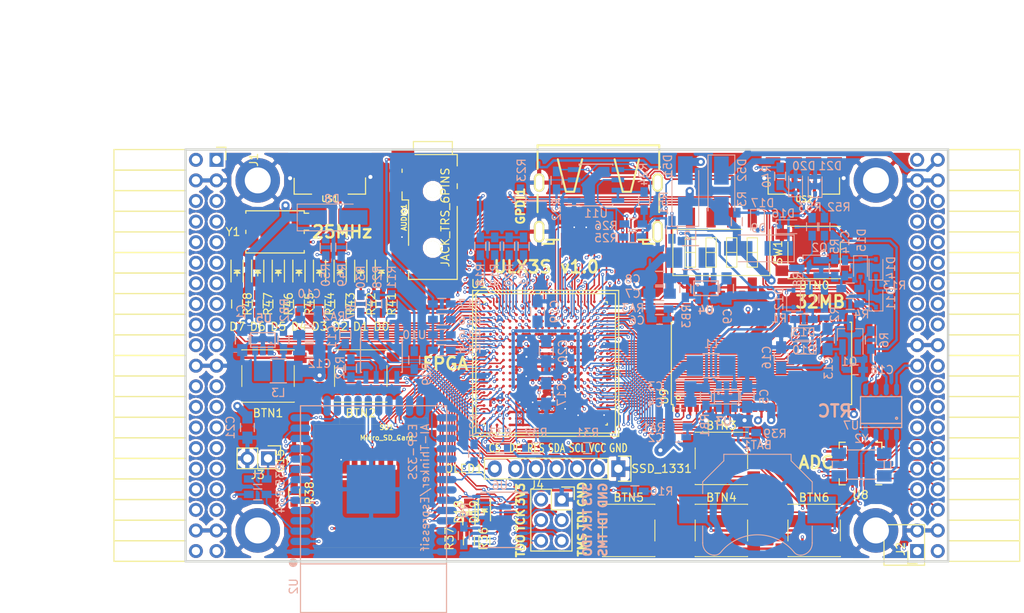
<source format=kicad_pcb>
(kicad_pcb (version 4) (host pcbnew 4.0.7+dfsg1-1)

  (general
    (links 672)
    (no_connects 0)
    (area 93.949999 61.269999 188.230001 112.370001)
    (thickness 1.6)
    (drawings 24)
    (tracks 4043)
    (zones 0)
    (modules 146)
    (nets 236)
  )

  (page A4)
  (layers
    (0 F.Cu signal)
    (1 In1.Cu signal)
    (2 In2.Cu signal)
    (31 B.Cu signal)
    (32 B.Adhes user)
    (33 F.Adhes user)
    (34 B.Paste user)
    (35 F.Paste user)
    (36 B.SilkS user)
    (37 F.SilkS user)
    (38 B.Mask user)
    (39 F.Mask user)
    (40 Dwgs.User user)
    (41 Cmts.User user)
    (42 Eco1.User user)
    (43 Eco2.User user)
    (44 Edge.Cuts user)
    (45 Margin user)
    (46 B.CrtYd user)
    (47 F.CrtYd user)
    (48 B.Fab user)
    (49 F.Fab user)
  )

  (setup
    (last_trace_width 0.3)
    (trace_clearance 0.127)
    (zone_clearance 0.254)
    (zone_45_only no)
    (trace_min 0.127)
    (segment_width 0.2)
    (edge_width 0.2)
    (via_size 0.4)
    (via_drill 0.2)
    (via_min_size 0.4)
    (via_min_drill 0.2)
    (uvia_size 0.3)
    (uvia_drill 0.1)
    (uvias_allowed no)
    (uvia_min_size 0.2)
    (uvia_min_drill 0.1)
    (pcb_text_width 0.3)
    (pcb_text_size 1.5 1.5)
    (mod_edge_width 0.15)
    (mod_text_size 1 1)
    (mod_text_width 0.15)
    (pad_size 0.5 0.5)
    (pad_drill 0)
    (pad_to_mask_clearance 0.05)
    (aux_axis_origin 82.67 62.69)
    (grid_origin 86.48 79.2)
    (visible_elements 7FFFFFFF)
    (pcbplotparams
      (layerselection 0x310f0_80000007)
      (usegerberextensions true)
      (excludeedgelayer true)
      (linewidth 0.100000)
      (plotframeref false)
      (viasonmask false)
      (mode 1)
      (useauxorigin false)
      (hpglpennumber 1)
      (hpglpenspeed 20)
      (hpglpendiameter 15)
      (hpglpenoverlay 2)
      (psnegative false)
      (psa4output false)
      (plotreference true)
      (plotvalue true)
      (plotinvisibletext false)
      (padsonsilk false)
      (subtractmaskfromsilk false)
      (outputformat 1)
      (mirror false)
      (drillshape 0)
      (scaleselection 1)
      (outputdirectory plot))
  )

  (net 0 "")
  (net 1 GND)
  (net 2 +5V)
  (net 3 /gpio/IN5V)
  (net 4 /gpio/OUT5V)
  (net 5 +3V3)
  (net 6 "Net-(L1-Pad1)")
  (net 7 "Net-(L2-Pad1)")
  (net 8 +1V2)
  (net 9 BTN_D)
  (net 10 BTN_F1)
  (net 11 BTN_F2)
  (net 12 BTN_L)
  (net 13 BTN_R)
  (net 14 BTN_U)
  (net 15 /power/FB1)
  (net 16 +2V5)
  (net 17 "Net-(L3-Pad1)")
  (net 18 /power/PWREN)
  (net 19 /power/FB3)
  (net 20 /power/FB2)
  (net 21 "Net-(D9-Pad1)")
  (net 22 /power/VBAT)
  (net 23 JTAG_TDI)
  (net 24 JTAG_TCK)
  (net 25 JTAG_TMS)
  (net 26 JTAG_TDO)
  (net 27 /power/WAKEUPn)
  (net 28 /power/WKUP)
  (net 29 /power/SHUT)
  (net 30 /power/WAKE)
  (net 31 /power/HOLD)
  (net 32 /power/WKn)
  (net 33 /power/OSCI_32k)
  (net 34 /power/OSCO_32k)
  (net 35 "Net-(Q2-Pad3)")
  (net 36 SHUTDOWN)
  (net 37 /analog/AUDIO_L)
  (net 38 /analog/AUDIO_R)
  (net 39 GPDI_5V_SCL)
  (net 40 GPDI_5V_SDA)
  (net 41 GPDI_SDA)
  (net 42 GPDI_SCL)
  (net 43 /gpdi/VREF2)
  (net 44 SD_CMD)
  (net 45 SD_CLK)
  (net 46 SD_D0)
  (net 47 SD_D1)
  (net 48 USB5V)
  (net 49 "Net-(BTN0-Pad1)")
  (net 50 GPDI_CEC)
  (net 51 nRESET)
  (net 52 FTDI_nDTR)
  (net 53 SDRAM_CKE)
  (net 54 SDRAM_A7)
  (net 55 SDRAM_D15)
  (net 56 SDRAM_BA1)
  (net 57 SDRAM_D7)
  (net 58 SDRAM_A6)
  (net 59 SDRAM_CLK)
  (net 60 SDRAM_D13)
  (net 61 SDRAM_BA0)
  (net 62 SDRAM_D6)
  (net 63 SDRAM_A5)
  (net 64 SDRAM_D14)
  (net 65 SDRAM_A11)
  (net 66 SDRAM_D12)
  (net 67 SDRAM_D5)
  (net 68 SDRAM_A4)
  (net 69 SDRAM_A10)
  (net 70 SDRAM_D11)
  (net 71 SDRAM_A3)
  (net 72 SDRAM_D4)
  (net 73 SDRAM_D10)
  (net 74 SDRAM_D9)
  (net 75 SDRAM_A9)
  (net 76 SDRAM_D3)
  (net 77 SDRAM_D8)
  (net 78 SDRAM_A8)
  (net 79 SDRAM_A2)
  (net 80 SDRAM_A1)
  (net 81 SDRAM_A0)
  (net 82 SDRAM_D2)
  (net 83 SDRAM_D1)
  (net 84 SDRAM_D0)
  (net 85 SDRAM_DQM0)
  (net 86 SDRAM_nCS)
  (net 87 SDRAM_nRAS)
  (net 88 SDRAM_DQM1)
  (net 89 SDRAM_nCAS)
  (net 90 SDRAM_nWE)
  (net 91 /flash/FLASH_nWP)
  (net 92 /flash/FLASH_nHOLD)
  (net 93 /flash/FLASH_MOSI)
  (net 94 /flash/FLASH_MISO)
  (net 95 /flash/FLASH_SCK)
  (net 96 /flash/FLASH_nCS)
  (net 97 /flash/FPGA_PROGRAMN)
  (net 98 /flash/FPGA_DONE)
  (net 99 /flash/FPGA_INITN)
  (net 100 OLED_RES)
  (net 101 OLED_DC)
  (net 102 OLED_CS)
  (net 103 WIFI_EN)
  (net 104 FTDI_nRTS)
  (net 105 FTDI_TXD)
  (net 106 FTDI_RXD)
  (net 107 WIFI_RXD)
  (net 108 WIFI_GPIO0)
  (net 109 WIFI_TXD)
  (net 110 GPDI_ETH-)
  (net 111 GPDI_ETH+)
  (net 112 GPDI_D2+)
  (net 113 GPDI_D2-)
  (net 114 GPDI_D1+)
  (net 115 GPDI_D1-)
  (net 116 GPDI_D0+)
  (net 117 GPDI_D0-)
  (net 118 GPDI_CLK+)
  (net 119 GPDI_CLK-)
  (net 120 USB_FTDI_D+)
  (net 121 USB_FTDI_D-)
  (net 122 J1_17-)
  (net 123 J1_17+)
  (net 124 J1_23-)
  (net 125 J1_23+)
  (net 126 J1_25-)
  (net 127 J1_25+)
  (net 128 J1_27-)
  (net 129 J1_27+)
  (net 130 J1_29-)
  (net 131 J1_29+)
  (net 132 J1_31-)
  (net 133 J1_31+)
  (net 134 J1_33-)
  (net 135 J1_33+)
  (net 136 J1_35-)
  (net 137 J1_35+)
  (net 138 J2_5-)
  (net 139 J2_5+)
  (net 140 J2_7-)
  (net 141 J2_7+)
  (net 142 J2_9-)
  (net 143 J2_9+)
  (net 144 J2_13-)
  (net 145 J2_13+)
  (net 146 J2_17-)
  (net 147 J2_17+)
  (net 148 J2_11-)
  (net 149 J2_11+)
  (net 150 J2_23-)
  (net 151 J2_23+)
  (net 152 J1_5-)
  (net 153 J1_5+)
  (net 154 J1_7-)
  (net 155 J1_7+)
  (net 156 J1_9-)
  (net 157 J1_9+)
  (net 158 J1_11-)
  (net 159 J1_11+)
  (net 160 J1_13-)
  (net 161 J1_13+)
  (net 162 J1_15-)
  (net 163 J1_15+)
  (net 164 J2_15-)
  (net 165 J2_15+)
  (net 166 J2_25-)
  (net 167 J2_25+)
  (net 168 J2_27-)
  (net 169 J2_27+)
  (net 170 J2_29-)
  (net 171 J2_29+)
  (net 172 J2_31-)
  (net 173 J2_31+)
  (net 174 J2_33-)
  (net 175 J2_33+)
  (net 176 J2_35-)
  (net 177 J2_35+)
  (net 178 SD_D3)
  (net 179 AUDIO_L3)
  (net 180 AUDIO_L2)
  (net 181 AUDIO_L1)
  (net 182 AUDIO_L0)
  (net 183 AUDIO_R3)
  (net 184 AUDIO_R2)
  (net 185 AUDIO_R1)
  (net 186 AUDIO_R0)
  (net 187 OLED_CLK)
  (net 188 OLED_MOSI)
  (net 189 LED0)
  (net 190 LED1)
  (net 191 LED2)
  (net 192 LED3)
  (net 193 LED4)
  (net 194 LED5)
  (net 195 LED6)
  (net 196 LED7)
  (net 197 BTN_PWRn)
  (net 198 "Net-(J3-Pad1)")
  (net 199 FTDI_nTXLED)
  (net 200 FTDI_nSLEEP)
  (net 201 /blinkey/LED_PWREN)
  (net 202 /blinkey/LED_TXLED)
  (net 203 FT3V3)
  (net 204 /sdcard/SD3V3)
  (net 205 SD_D2)
  (net 206 CLK_25MHz)
  (net 207 /blinkey/BTNPUL)
  (net 208 /blinkey/BTNPUR)
  (net 209 USB_FPGA_D+)
  (net 210 /power/FTDI_nSUSPEND)
  (net 211 /blinkey/ALED0)
  (net 212 /blinkey/ALED1)
  (net 213 /blinkey/ALED2)
  (net 214 /blinkey/ALED3)
  (net 215 /blinkey/ALED4)
  (net 216 /blinkey/ALED5)
  (net 217 /blinkey/ALED6)
  (net 218 /blinkey/ALED7)
  (net 219 /usb/FTD-)
  (net 220 /usb/FTD+)
  (net 221 ADC_MISO)
  (net 222 ADC_MOSI)
  (net 223 ADC_CSn)
  (net 224 ADC_SCLK)
  (net 225 "Net-(R51-Pad2)")
  (net 226 SW3)
  (net 227 SW2)
  (net 228 SW1)
  (net 229 SW0)
  (net 230 USB_FPGA_D-)
  (net 231 /usb/FPD+)
  (net 232 /usb/FPD-)
  (net 233 WIFI_GPIO16)
  (net 234 WIFI_GPIO15)
  (net 235 /usb/ANT_433MHz)

  (net_class Default "This is the default net class."
    (clearance 0.127)
    (trace_width 0.3)
    (via_dia 0.4)
    (via_drill 0.2)
    (uvia_dia 0.3)
    (uvia_drill 0.1)
    (add_net +1V2)
    (add_net +2V5)
    (add_net +3V3)
    (add_net +5V)
    (add_net /analog/AUDIO_L)
    (add_net /analog/AUDIO_R)
    (add_net /blinkey/ALED0)
    (add_net /blinkey/ALED1)
    (add_net /blinkey/ALED2)
    (add_net /blinkey/ALED3)
    (add_net /blinkey/ALED4)
    (add_net /blinkey/ALED5)
    (add_net /blinkey/ALED6)
    (add_net /blinkey/ALED7)
    (add_net /blinkey/BTNPUL)
    (add_net /blinkey/BTNPUR)
    (add_net /blinkey/LED_PWREN)
    (add_net /blinkey/LED_TXLED)
    (add_net /gpdi/VREF2)
    (add_net /gpio/IN5V)
    (add_net /gpio/OUT5V)
    (add_net /power/FB1)
    (add_net /power/FB2)
    (add_net /power/FB3)
    (add_net /power/FTDI_nSUSPEND)
    (add_net /power/HOLD)
    (add_net /power/OSCI_32k)
    (add_net /power/OSCO_32k)
    (add_net /power/PWREN)
    (add_net /power/SHUT)
    (add_net /power/VBAT)
    (add_net /power/WAKE)
    (add_net /power/WAKEUPn)
    (add_net /power/WKUP)
    (add_net /power/WKn)
    (add_net /sdcard/SD3V3)
    (add_net /usb/ANT_433MHz)
    (add_net /usb/FPD+)
    (add_net /usb/FPD-)
    (add_net /usb/FTD+)
    (add_net /usb/FTD-)
    (add_net FT3V3)
    (add_net GND)
    (add_net "Net-(BTN0-Pad1)")
    (add_net "Net-(D9-Pad1)")
    (add_net "Net-(J3-Pad1)")
    (add_net "Net-(L1-Pad1)")
    (add_net "Net-(L2-Pad1)")
    (add_net "Net-(L3-Pad1)")
    (add_net "Net-(Q2-Pad3)")
    (add_net "Net-(R51-Pad2)")
    (add_net USB5V)
  )

  (net_class BGA ""
    (clearance 0.127)
    (trace_width 0.19)
    (via_dia 0.4)
    (via_drill 0.2)
    (uvia_dia 0.3)
    (uvia_drill 0.1)
    (add_net /flash/FLASH_MISO)
    (add_net /flash/FLASH_MOSI)
    (add_net /flash/FLASH_SCK)
    (add_net /flash/FLASH_nCS)
    (add_net /flash/FLASH_nHOLD)
    (add_net /flash/FLASH_nWP)
    (add_net /flash/FPGA_DONE)
    (add_net /flash/FPGA_INITN)
    (add_net /flash/FPGA_PROGRAMN)
    (add_net ADC_CSn)
    (add_net ADC_MISO)
    (add_net ADC_MOSI)
    (add_net ADC_SCLK)
    (add_net AUDIO_L0)
    (add_net AUDIO_L1)
    (add_net AUDIO_L2)
    (add_net AUDIO_L3)
    (add_net AUDIO_R0)
    (add_net AUDIO_R1)
    (add_net AUDIO_R2)
    (add_net AUDIO_R3)
    (add_net BTN_D)
    (add_net BTN_F1)
    (add_net BTN_F2)
    (add_net BTN_L)
    (add_net BTN_PWRn)
    (add_net BTN_R)
    (add_net BTN_U)
    (add_net CLK_25MHz)
    (add_net FTDI_RXD)
    (add_net FTDI_TXD)
    (add_net FTDI_nDTR)
    (add_net FTDI_nRTS)
    (add_net FTDI_nSLEEP)
    (add_net FTDI_nTXLED)
    (add_net GPDI_5V_SCL)
    (add_net GPDI_5V_SDA)
    (add_net GPDI_CEC)
    (add_net GPDI_CLK+)
    (add_net GPDI_CLK-)
    (add_net GPDI_D0+)
    (add_net GPDI_D0-)
    (add_net GPDI_D1+)
    (add_net GPDI_D1-)
    (add_net GPDI_D2+)
    (add_net GPDI_D2-)
    (add_net GPDI_ETH+)
    (add_net GPDI_ETH-)
    (add_net GPDI_SCL)
    (add_net GPDI_SDA)
    (add_net J1_11+)
    (add_net J1_11-)
    (add_net J1_13+)
    (add_net J1_13-)
    (add_net J1_15+)
    (add_net J1_15-)
    (add_net J1_17+)
    (add_net J1_17-)
    (add_net J1_23+)
    (add_net J1_23-)
    (add_net J1_25+)
    (add_net J1_25-)
    (add_net J1_27+)
    (add_net J1_27-)
    (add_net J1_29+)
    (add_net J1_29-)
    (add_net J1_31+)
    (add_net J1_31-)
    (add_net J1_33+)
    (add_net J1_33-)
    (add_net J1_35+)
    (add_net J1_35-)
    (add_net J1_5+)
    (add_net J1_5-)
    (add_net J1_7+)
    (add_net J1_7-)
    (add_net J1_9+)
    (add_net J1_9-)
    (add_net J2_11+)
    (add_net J2_11-)
    (add_net J2_13+)
    (add_net J2_13-)
    (add_net J2_15+)
    (add_net J2_15-)
    (add_net J2_17+)
    (add_net J2_17-)
    (add_net J2_23+)
    (add_net J2_23-)
    (add_net J2_25+)
    (add_net J2_25-)
    (add_net J2_27+)
    (add_net J2_27-)
    (add_net J2_29+)
    (add_net J2_29-)
    (add_net J2_31+)
    (add_net J2_31-)
    (add_net J2_33+)
    (add_net J2_33-)
    (add_net J2_35+)
    (add_net J2_35-)
    (add_net J2_5+)
    (add_net J2_5-)
    (add_net J2_7+)
    (add_net J2_7-)
    (add_net J2_9+)
    (add_net J2_9-)
    (add_net JTAG_TCK)
    (add_net JTAG_TDI)
    (add_net JTAG_TDO)
    (add_net JTAG_TMS)
    (add_net LED0)
    (add_net LED1)
    (add_net LED2)
    (add_net LED3)
    (add_net LED4)
    (add_net LED5)
    (add_net LED6)
    (add_net LED7)
    (add_net OLED_CLK)
    (add_net OLED_CS)
    (add_net OLED_DC)
    (add_net OLED_MOSI)
    (add_net OLED_RES)
    (add_net SDRAM_A0)
    (add_net SDRAM_A1)
    (add_net SDRAM_A10)
    (add_net SDRAM_A11)
    (add_net SDRAM_A2)
    (add_net SDRAM_A3)
    (add_net SDRAM_A4)
    (add_net SDRAM_A5)
    (add_net SDRAM_A6)
    (add_net SDRAM_A7)
    (add_net SDRAM_A8)
    (add_net SDRAM_A9)
    (add_net SDRAM_BA0)
    (add_net SDRAM_BA1)
    (add_net SDRAM_CKE)
    (add_net SDRAM_CLK)
    (add_net SDRAM_D0)
    (add_net SDRAM_D1)
    (add_net SDRAM_D10)
    (add_net SDRAM_D11)
    (add_net SDRAM_D12)
    (add_net SDRAM_D13)
    (add_net SDRAM_D14)
    (add_net SDRAM_D15)
    (add_net SDRAM_D2)
    (add_net SDRAM_D3)
    (add_net SDRAM_D4)
    (add_net SDRAM_D5)
    (add_net SDRAM_D6)
    (add_net SDRAM_D7)
    (add_net SDRAM_D8)
    (add_net SDRAM_D9)
    (add_net SDRAM_DQM0)
    (add_net SDRAM_DQM1)
    (add_net SDRAM_nCAS)
    (add_net SDRAM_nCS)
    (add_net SDRAM_nRAS)
    (add_net SDRAM_nWE)
    (add_net SD_CLK)
    (add_net SD_CMD)
    (add_net SD_D0)
    (add_net SD_D1)
    (add_net SD_D2)
    (add_net SD_D3)
    (add_net SHUTDOWN)
    (add_net SW0)
    (add_net SW1)
    (add_net SW2)
    (add_net SW3)
    (add_net USB_FPGA_D+)
    (add_net USB_FPGA_D-)
    (add_net USB_FTDI_D+)
    (add_net USB_FTDI_D-)
    (add_net WIFI_EN)
    (add_net WIFI_GPIO0)
    (add_net WIFI_GPIO15)
    (add_net WIFI_GPIO16)
    (add_net WIFI_RXD)
    (add_net WIFI_TXD)
    (add_net nRESET)
  )

  (net_class Minimal ""
    (clearance 0.127)
    (trace_width 0.127)
    (via_dia 0.4)
    (via_drill 0.2)
    (uvia_dia 0.3)
    (uvia_drill 0.1)
  )

  (module Diodes_SMD:D_SMA_Handsoldering (layer B.Cu) (tedit 59D3CA67) (tstamp 59D3C50D)
    (at 155.695 66.5 90)
    (descr "Diode SMA (DO-214AC) Handsoldering")
    (tags "Diode SMA (DO-214AC) Handsoldering")
    (path /56AC389C/56AC483B)
    (attr smd)
    (fp_text reference D51 (at 3.048 -2.159 90) (layer B.SilkS)
      (effects (font (size 1 1) (thickness 0.15)) (justify mirror))
    )
    (fp_text value STPS2L30AF (at 0 -2.6 90) (layer B.Fab)
      (effects (font (size 1 1) (thickness 0.15)) (justify mirror))
    )
    (fp_text user %R (at 3.048 -2.159 90) (layer B.Fab) hide
      (effects (font (size 1 1) (thickness 0.15)) (justify mirror))
    )
    (fp_line (start -4.4 1.65) (end -4.4 -1.65) (layer B.SilkS) (width 0.12))
    (fp_line (start 2.3 -1.5) (end -2.3 -1.5) (layer B.Fab) (width 0.1))
    (fp_line (start -2.3 -1.5) (end -2.3 1.5) (layer B.Fab) (width 0.1))
    (fp_line (start 2.3 1.5) (end 2.3 -1.5) (layer B.Fab) (width 0.1))
    (fp_line (start 2.3 1.5) (end -2.3 1.5) (layer B.Fab) (width 0.1))
    (fp_line (start -4.5 1.75) (end 4.5 1.75) (layer B.CrtYd) (width 0.05))
    (fp_line (start 4.5 1.75) (end 4.5 -1.75) (layer B.CrtYd) (width 0.05))
    (fp_line (start 4.5 -1.75) (end -4.5 -1.75) (layer B.CrtYd) (width 0.05))
    (fp_line (start -4.5 -1.75) (end -4.5 1.75) (layer B.CrtYd) (width 0.05))
    (fp_line (start -0.64944 -0.00102) (end -1.55114 -0.00102) (layer B.Fab) (width 0.1))
    (fp_line (start 0.50118 -0.00102) (end 1.4994 -0.00102) (layer B.Fab) (width 0.1))
    (fp_line (start -0.64944 0.79908) (end -0.64944 -0.80112) (layer B.Fab) (width 0.1))
    (fp_line (start 0.50118 -0.75032) (end 0.50118 0.79908) (layer B.Fab) (width 0.1))
    (fp_line (start -0.64944 -0.00102) (end 0.50118 -0.75032) (layer B.Fab) (width 0.1))
    (fp_line (start -0.64944 -0.00102) (end 0.50118 0.79908) (layer B.Fab) (width 0.1))
    (fp_line (start -4.4 -1.65) (end 2.5 -1.65) (layer B.SilkS) (width 0.12))
    (fp_line (start -4.4 1.65) (end 2.5 1.65) (layer B.SilkS) (width 0.12))
    (pad 1 smd rect (at -2.5 0 90) (size 3.5 1.8) (layers B.Cu B.Paste B.Mask)
      (net 2 +5V))
    (pad 2 smd rect (at 2.5 0 90) (size 3.5 1.8) (layers B.Cu B.Paste B.Mask)
      (net 3 /gpio/IN5V))
    (model ${KISYS3DMOD}/Diodes_SMD.3dshapes/D_SMA.wrl
      (at (xyz 0 0 0))
      (scale (xyz 1 1 1))
      (rotate (xyz 0 0 0))
    )
  )

  (module Resistors_SMD:R_0603_HandSoldering (layer B.Cu) (tedit 58307AEF) (tstamp 595B8F7A)
    (at 154.044 71.326 90)
    (descr "Resistor SMD 0603, hand soldering")
    (tags "resistor 0603")
    (path /58D6547C/595B9C2F)
    (attr smd)
    (fp_text reference R51 (at 3.302 -1.016 90) (layer B.SilkS)
      (effects (font (size 1 1) (thickness 0.15)) (justify mirror))
    )
    (fp_text value 220 (at 3.556 0 90) (layer B.Fab)
      (effects (font (size 1 1) (thickness 0.15)) (justify mirror))
    )
    (fp_line (start -0.8 -0.4) (end -0.8 0.4) (layer B.Fab) (width 0.1))
    (fp_line (start 0.8 -0.4) (end -0.8 -0.4) (layer B.Fab) (width 0.1))
    (fp_line (start 0.8 0.4) (end 0.8 -0.4) (layer B.Fab) (width 0.1))
    (fp_line (start -0.8 0.4) (end 0.8 0.4) (layer B.Fab) (width 0.1))
    (fp_line (start -2 0.8) (end 2 0.8) (layer B.CrtYd) (width 0.05))
    (fp_line (start -2 -0.8) (end 2 -0.8) (layer B.CrtYd) (width 0.05))
    (fp_line (start -2 0.8) (end -2 -0.8) (layer B.CrtYd) (width 0.05))
    (fp_line (start 2 0.8) (end 2 -0.8) (layer B.CrtYd) (width 0.05))
    (fp_line (start 0.5 -0.675) (end -0.5 -0.675) (layer B.SilkS) (width 0.15))
    (fp_line (start -0.5 0.675) (end 0.5 0.675) (layer B.SilkS) (width 0.15))
    (pad 1 smd rect (at -1.1 0 90) (size 1.2 0.9) (layers B.Cu B.Paste B.Mask)
      (net 5 +3V3))
    (pad 2 smd rect (at 1.1 0 90) (size 1.2 0.9) (layers B.Cu B.Paste B.Mask)
      (net 225 "Net-(R51-Pad2)"))
    (model Resistors_SMD.3dshapes/R_0603.wrl
      (at (xyz 0 0 0))
      (scale (xyz 1 1 1))
      (rotate (xyz 0 0 0))
    )
  )

  (module micro-sd:MicroSD_TF02D (layer F.Cu) (tedit 52721666) (tstamp 56A966AB)
    (at 116.87 110.52 180)
    (path /58DA7327/590C84AE)
    (fp_text reference SD1 (at -1.995 14.81 180) (layer F.SilkS)
      (effects (font (size 0.59944 0.59944) (thickness 0.12446)))
    )
    (fp_text value Micro_SD_Card (at -1.995 13.54 180) (layer F.SilkS)
      (effects (font (size 0.59944 0.59944) (thickness 0.12446)))
    )
    (fp_line (start 3.8 15.2) (end 3.8 16) (layer F.SilkS) (width 0.01016))
    (fp_line (start 3.8 16) (end -7 16) (layer F.SilkS) (width 0.01016))
    (fp_line (start -7 16) (end -7 15.2) (layer F.SilkS) (width 0.01016))
    (fp_line (start 7 0) (end 7 15.2) (layer F.SilkS) (width 0.01016))
    (fp_line (start 7 15.2) (end -7 15.2) (layer F.SilkS) (width 0.01016))
    (fp_line (start -7 15.2) (end -7 0) (layer F.SilkS) (width 0.01016))
    (fp_line (start -7 0) (end 7 0) (layer F.SilkS) (width 0.01016))
    (pad 1 smd rect (at 1.94 11 180) (size 0.7 1.8) (layers F.Cu F.Paste F.Mask)
      (net 205 SD_D2))
    (pad 2 smd rect (at 0.84 11 180) (size 0.7 1.8) (layers F.Cu F.Paste F.Mask)
      (net 178 SD_D3))
    (pad 3 smd rect (at -0.26 11 180) (size 0.7 1.8) (layers F.Cu F.Paste F.Mask)
      (net 44 SD_CMD))
    (pad 4 smd rect (at -1.36 11 180) (size 0.7 1.8) (layers F.Cu F.Paste F.Mask)
      (net 204 /sdcard/SD3V3))
    (pad 5 smd rect (at -2.46 11 180) (size 0.7 1.8) (layers F.Cu F.Paste F.Mask)
      (net 45 SD_CLK))
    (pad 6 smd rect (at -3.56 11 180) (size 0.7 1.8) (layers F.Cu F.Paste F.Mask)
      (net 1 GND))
    (pad 7 smd rect (at -4.66 11 180) (size 0.7 1.8) (layers F.Cu F.Paste F.Mask)
      (net 46 SD_D0))
    (pad 8 smd rect (at -5.76 11 180) (size 0.7 1.8) (layers F.Cu F.Paste F.Mask)
      (net 47 SD_D1))
    (pad S smd rect (at -5.05 0.4 180) (size 1.6 1.4) (layers F.Cu F.Paste F.Mask))
    (pad S smd rect (at 0.75 0.4 180) (size 1.8 1.4) (layers F.Cu F.Paste F.Mask))
    (pad G smd rect (at -7.45 13.55 180) (size 1.4 1.9) (layers F.Cu F.Paste F.Mask))
    (pad G smd rect (at 6.6 14.55 180) (size 1.4 1.9) (layers F.Cu F.Paste F.Mask))
  )

  (module Resistors_SMD:R_1210_HandSoldering (layer B.Cu) (tedit 58307C8D) (tstamp 58D58A37)
    (at 158.87 88.09 180)
    (descr "Resistor SMD 1210, hand soldering")
    (tags "resistor 1210")
    (path /58D51CAD/58D59D36)
    (attr smd)
    (fp_text reference L1 (at 0 2.7 180) (layer B.SilkS)
      (effects (font (size 1 1) (thickness 0.15)) (justify mirror))
    )
    (fp_text value 2.2uH (at 0 2.032 180) (layer B.Fab)
      (effects (font (size 1 1) (thickness 0.15)) (justify mirror))
    )
    (fp_line (start -1.6 -1.25) (end -1.6 1.25) (layer B.Fab) (width 0.1))
    (fp_line (start 1.6 -1.25) (end -1.6 -1.25) (layer B.Fab) (width 0.1))
    (fp_line (start 1.6 1.25) (end 1.6 -1.25) (layer B.Fab) (width 0.1))
    (fp_line (start -1.6 1.25) (end 1.6 1.25) (layer B.Fab) (width 0.1))
    (fp_line (start -3.3 1.6) (end 3.3 1.6) (layer B.CrtYd) (width 0.05))
    (fp_line (start -3.3 -1.6) (end 3.3 -1.6) (layer B.CrtYd) (width 0.05))
    (fp_line (start -3.3 1.6) (end -3.3 -1.6) (layer B.CrtYd) (width 0.05))
    (fp_line (start 3.3 1.6) (end 3.3 -1.6) (layer B.CrtYd) (width 0.05))
    (fp_line (start 1 -1.475) (end -1 -1.475) (layer B.SilkS) (width 0.15))
    (fp_line (start -1 1.475) (end 1 1.475) (layer B.SilkS) (width 0.15))
    (pad 1 smd rect (at -2 0 180) (size 2 2.5) (layers B.Cu B.Paste B.Mask)
      (net 6 "Net-(L1-Pad1)"))
    (pad 2 smd rect (at 2 0 180) (size 2 2.5) (layers B.Cu B.Paste B.Mask)
      (net 8 +1V2))
    (model Inductors_SMD.3dshapes/L_1210.wrl
      (at (xyz 0 0 0))
      (scale (xyz 1 1 1))
      (rotate (xyz 0 0 0))
    )
  )

  (module TSOT-25:TSOT-25 (layer B.Cu) (tedit 59CD7E8F) (tstamp 58D5976E)
    (at 160.775 91.9)
    (path /58D51CAD/58D58840)
    (fp_text reference U3 (at -0.381 3.048) (layer B.SilkS)
      (effects (font (size 1 1) (thickness 0.2)) (justify mirror))
    )
    (fp_text value AP3429A (at 0 2.286) (layer B.Fab)
      (effects (font (size 0.4 0.4) (thickness 0.1)) (justify mirror))
    )
    (fp_circle (center -1 -0.4) (end -0.95 -0.5) (layer B.SilkS) (width 0.15))
    (fp_line (start -1.5 0.9) (end 1.5 0.9) (layer B.SilkS) (width 0.15))
    (fp_line (start 1.5 0.9) (end 1.5 -0.9) (layer B.SilkS) (width 0.15))
    (fp_line (start 1.5 -0.9) (end -1.5 -0.9) (layer B.SilkS) (width 0.15))
    (fp_line (start -1.5 -0.9) (end -1.5 0.9) (layer B.SilkS) (width 0.15))
    (pad 1 smd rect (at -0.95 -1.3) (size 0.7 1.2) (layers B.Cu B.Paste B.Mask)
      (net 18 /power/PWREN))
    (pad 2 smd rect (at 0 -1.3) (size 0.7 1.2) (layers B.Cu B.Paste B.Mask)
      (net 1 GND))
    (pad 3 smd rect (at 0.95 -1.3) (size 0.7 1.2) (layers B.Cu B.Paste B.Mask)
      (net 6 "Net-(L1-Pad1)"))
    (pad 4 smd rect (at 0.95 1.3) (size 0.7 1.2) (layers B.Cu B.Paste B.Mask)
      (net 2 +5V))
    (pad 5 smd rect (at -0.95 1.3) (size 0.7 1.2) (layers B.Cu B.Paste B.Mask)
      (net 15 /power/FB1))
    (model TO_SOT_Packages_SMD.3dshapes/SOT-23-5.wrl
      (at (xyz 0 0 0))
      (scale (xyz 1 1 1))
      (rotate (xyz 0 0 -90))
    )
  )

  (module Resistors_SMD:R_1210_HandSoldering (layer B.Cu) (tedit 58307C8D) (tstamp 58D599B2)
    (at 156.33 74.755 180)
    (descr "Resistor SMD 1210, hand soldering")
    (tags "resistor 1210")
    (path /58D51CAD/58D62964)
    (attr smd)
    (fp_text reference L2 (at 0 2.7 180) (layer B.SilkS)
      (effects (font (size 1 1) (thickness 0.15)) (justify mirror))
    )
    (fp_text value 2.2uH (at -1.016 2.159 180) (layer B.Fab)
      (effects (font (size 1 1) (thickness 0.15)) (justify mirror))
    )
    (fp_line (start -1.6 -1.25) (end -1.6 1.25) (layer B.Fab) (width 0.1))
    (fp_line (start 1.6 -1.25) (end -1.6 -1.25) (layer B.Fab) (width 0.1))
    (fp_line (start 1.6 1.25) (end 1.6 -1.25) (layer B.Fab) (width 0.1))
    (fp_line (start -1.6 1.25) (end 1.6 1.25) (layer B.Fab) (width 0.1))
    (fp_line (start -3.3 1.6) (end 3.3 1.6) (layer B.CrtYd) (width 0.05))
    (fp_line (start -3.3 -1.6) (end 3.3 -1.6) (layer B.CrtYd) (width 0.05))
    (fp_line (start -3.3 1.6) (end -3.3 -1.6) (layer B.CrtYd) (width 0.05))
    (fp_line (start 3.3 1.6) (end 3.3 -1.6) (layer B.CrtYd) (width 0.05))
    (fp_line (start 1 -1.475) (end -1 -1.475) (layer B.SilkS) (width 0.15))
    (fp_line (start -1 1.475) (end 1 1.475) (layer B.SilkS) (width 0.15))
    (pad 1 smd rect (at -2 0 180) (size 2 2.5) (layers B.Cu B.Paste B.Mask)
      (net 7 "Net-(L2-Pad1)"))
    (pad 2 smd rect (at 2 0 180) (size 2 2.5) (layers B.Cu B.Paste B.Mask)
      (net 5 +3V3))
    (model Inductors_SMD.3dshapes/L_1210.wrl
      (at (xyz 0 0 0))
      (scale (xyz 1 1 1))
      (rotate (xyz 0 0 0))
    )
  )

  (module TSOT-25:TSOT-25 (layer B.Cu) (tedit 59CD7E82) (tstamp 58D599CD)
    (at 158.235 78.535)
    (path /58D51CAD/58D62946)
    (fp_text reference U4 (at 0 2.697) (layer B.SilkS)
      (effects (font (size 1 1) (thickness 0.2)) (justify mirror))
    )
    (fp_text value AP3429A (at 0 2.443) (layer B.Fab)
      (effects (font (size 0.4 0.4) (thickness 0.1)) (justify mirror))
    )
    (fp_circle (center -1 -0.4) (end -0.95 -0.5) (layer B.SilkS) (width 0.15))
    (fp_line (start -1.5 0.9) (end 1.5 0.9) (layer B.SilkS) (width 0.15))
    (fp_line (start 1.5 0.9) (end 1.5 -0.9) (layer B.SilkS) (width 0.15))
    (fp_line (start 1.5 -0.9) (end -1.5 -0.9) (layer B.SilkS) (width 0.15))
    (fp_line (start -1.5 -0.9) (end -1.5 0.9) (layer B.SilkS) (width 0.15))
    (pad 1 smd rect (at -0.95 -1.3) (size 0.7 1.2) (layers B.Cu B.Paste B.Mask)
      (net 18 /power/PWREN))
    (pad 2 smd rect (at 0 -1.3) (size 0.7 1.2) (layers B.Cu B.Paste B.Mask)
      (net 1 GND))
    (pad 3 smd rect (at 0.95 -1.3) (size 0.7 1.2) (layers B.Cu B.Paste B.Mask)
      (net 7 "Net-(L2-Pad1)"))
    (pad 4 smd rect (at 0.95 1.3) (size 0.7 1.2) (layers B.Cu B.Paste B.Mask)
      (net 2 +5V))
    (pad 5 smd rect (at -0.95 1.3) (size 0.7 1.2) (layers B.Cu B.Paste B.Mask)
      (net 19 /power/FB3))
    (model TO_SOT_Packages_SMD.3dshapes/SOT-23-5.wrl
      (at (xyz 0 0 0))
      (scale (xyz 1 1 1))
      (rotate (xyz 0 0 -90))
    )
  )

  (module LEDs:LED_0805 (layer F.Cu) (tedit 59CCC657) (tstamp 58D659BC)
    (at 118.23 76.66 270)
    (descr "LED 0805 smd package")
    (tags "LED 0805 SMD")
    (path /58D6547C/58D66570)
    (attr smd)
    (fp_text reference D0 (at 6.604 0 360) (layer F.SilkS)
      (effects (font (size 1 1) (thickness 0.15)))
    )
    (fp_text value LED (at -2.794 0 270) (layer F.Fab) hide
      (effects (font (size 1 1) (thickness 0.15)))
    )
    (fp_line (start -0.4 -0.3) (end -0.4 0.3) (layer F.Fab) (width 0.15))
    (fp_line (start -0.3 0) (end 0 -0.3) (layer F.Fab) (width 0.15))
    (fp_line (start 0 0.3) (end -0.3 0) (layer F.Fab) (width 0.15))
    (fp_line (start 0 -0.3) (end 0 0.3) (layer F.Fab) (width 0.15))
    (fp_line (start 1 -0.6) (end -1 -0.6) (layer F.Fab) (width 0.15))
    (fp_line (start 1 0.6) (end 1 -0.6) (layer F.Fab) (width 0.15))
    (fp_line (start -1 0.6) (end 1 0.6) (layer F.Fab) (width 0.15))
    (fp_line (start -1 -0.6) (end -1 0.6) (layer F.Fab) (width 0.15))
    (fp_line (start -1.6 0.75) (end 1.1 0.75) (layer F.SilkS) (width 0.15))
    (fp_line (start -1.6 -0.75) (end 1.1 -0.75) (layer F.SilkS) (width 0.15))
    (fp_line (start -0.1 0.15) (end -0.1 -0.1) (layer F.SilkS) (width 0.15))
    (fp_line (start -0.1 -0.1) (end -0.25 0.05) (layer F.SilkS) (width 0.15))
    (fp_line (start -0.35 -0.35) (end -0.35 0.35) (layer F.SilkS) (width 0.15))
    (fp_line (start 0 0) (end 0.35 0) (layer F.SilkS) (width 0.15))
    (fp_line (start -0.35 0) (end 0 -0.35) (layer F.SilkS) (width 0.15))
    (fp_line (start 0 -0.35) (end 0 0.35) (layer F.SilkS) (width 0.15))
    (fp_line (start 0 0.35) (end -0.35 0) (layer F.SilkS) (width 0.15))
    (fp_line (start 1.9 -0.95) (end 1.9 0.95) (layer F.CrtYd) (width 0.05))
    (fp_line (start 1.9 0.95) (end -1.9 0.95) (layer F.CrtYd) (width 0.05))
    (fp_line (start -1.9 0.95) (end -1.9 -0.95) (layer F.CrtYd) (width 0.05))
    (fp_line (start -1.9 -0.95) (end 1.9 -0.95) (layer F.CrtYd) (width 0.05))
    (pad 2 smd rect (at 1.04902 0 90) (size 1.19888 1.19888) (layers F.Cu F.Paste F.Mask)
      (net 211 /blinkey/ALED0))
    (pad 1 smd rect (at -1.04902 0 90) (size 1.19888 1.19888) (layers F.Cu F.Paste F.Mask)
      (net 1 GND))
    (model LEDs.3dshapes/LED_0805.wrl
      (at (xyz 0 0 0))
      (scale (xyz 1 1 1))
      (rotate (xyz 0 0 0))
    )
  )

  (module LEDs:LED_0805 (layer F.Cu) (tedit 59CCC647) (tstamp 58D659C2)
    (at 115.69 76.66 270)
    (descr "LED 0805 smd package")
    (tags "LED 0805 SMD")
    (path /58D6547C/58D66620)
    (attr smd)
    (fp_text reference D1 (at 6.604 0 360) (layer F.SilkS)
      (effects (font (size 1 1) (thickness 0.15)))
    )
    (fp_text value LED (at -2.794 0 270) (layer F.Fab) hide
      (effects (font (size 1 1) (thickness 0.15)))
    )
    (fp_line (start -0.4 -0.3) (end -0.4 0.3) (layer F.Fab) (width 0.15))
    (fp_line (start -0.3 0) (end 0 -0.3) (layer F.Fab) (width 0.15))
    (fp_line (start 0 0.3) (end -0.3 0) (layer F.Fab) (width 0.15))
    (fp_line (start 0 -0.3) (end 0 0.3) (layer F.Fab) (width 0.15))
    (fp_line (start 1 -0.6) (end -1 -0.6) (layer F.Fab) (width 0.15))
    (fp_line (start 1 0.6) (end 1 -0.6) (layer F.Fab) (width 0.15))
    (fp_line (start -1 0.6) (end 1 0.6) (layer F.Fab) (width 0.15))
    (fp_line (start -1 -0.6) (end -1 0.6) (layer F.Fab) (width 0.15))
    (fp_line (start -1.6 0.75) (end 1.1 0.75) (layer F.SilkS) (width 0.15))
    (fp_line (start -1.6 -0.75) (end 1.1 -0.75) (layer F.SilkS) (width 0.15))
    (fp_line (start -0.1 0.15) (end -0.1 -0.1) (layer F.SilkS) (width 0.15))
    (fp_line (start -0.1 -0.1) (end -0.25 0.05) (layer F.SilkS) (width 0.15))
    (fp_line (start -0.35 -0.35) (end -0.35 0.35) (layer F.SilkS) (width 0.15))
    (fp_line (start 0 0) (end 0.35 0) (layer F.SilkS) (width 0.15))
    (fp_line (start -0.35 0) (end 0 -0.35) (layer F.SilkS) (width 0.15))
    (fp_line (start 0 -0.35) (end 0 0.35) (layer F.SilkS) (width 0.15))
    (fp_line (start 0 0.35) (end -0.35 0) (layer F.SilkS) (width 0.15))
    (fp_line (start 1.9 -0.95) (end 1.9 0.95) (layer F.CrtYd) (width 0.05))
    (fp_line (start 1.9 0.95) (end -1.9 0.95) (layer F.CrtYd) (width 0.05))
    (fp_line (start -1.9 0.95) (end -1.9 -0.95) (layer F.CrtYd) (width 0.05))
    (fp_line (start -1.9 -0.95) (end 1.9 -0.95) (layer F.CrtYd) (width 0.05))
    (pad 2 smd rect (at 1.04902 0 90) (size 1.19888 1.19888) (layers F.Cu F.Paste F.Mask)
      (net 212 /blinkey/ALED1))
    (pad 1 smd rect (at -1.04902 0 90) (size 1.19888 1.19888) (layers F.Cu F.Paste F.Mask)
      (net 1 GND))
    (model LEDs.3dshapes/LED_0805.wrl
      (at (xyz 0 0 0))
      (scale (xyz 1 1 1))
      (rotate (xyz 0 0 0))
    )
  )

  (module LEDs:LED_0805 (layer F.Cu) (tedit 59CCC63D) (tstamp 58D659C8)
    (at 113.15 76.66 270)
    (descr "LED 0805 smd package")
    (tags "LED 0805 SMD")
    (path /58D6547C/58D666C3)
    (attr smd)
    (fp_text reference D2 (at 6.604 0 360) (layer F.SilkS)
      (effects (font (size 1 1) (thickness 0.15)))
    )
    (fp_text value LED (at -2.794 0 270) (layer F.Fab) hide
      (effects (font (size 1 1) (thickness 0.15)))
    )
    (fp_line (start -0.4 -0.3) (end -0.4 0.3) (layer F.Fab) (width 0.15))
    (fp_line (start -0.3 0) (end 0 -0.3) (layer F.Fab) (width 0.15))
    (fp_line (start 0 0.3) (end -0.3 0) (layer F.Fab) (width 0.15))
    (fp_line (start 0 -0.3) (end 0 0.3) (layer F.Fab) (width 0.15))
    (fp_line (start 1 -0.6) (end -1 -0.6) (layer F.Fab) (width 0.15))
    (fp_line (start 1 0.6) (end 1 -0.6) (layer F.Fab) (width 0.15))
    (fp_line (start -1 0.6) (end 1 0.6) (layer F.Fab) (width 0.15))
    (fp_line (start -1 -0.6) (end -1 0.6) (layer F.Fab) (width 0.15))
    (fp_line (start -1.6 0.75) (end 1.1 0.75) (layer F.SilkS) (width 0.15))
    (fp_line (start -1.6 -0.75) (end 1.1 -0.75) (layer F.SilkS) (width 0.15))
    (fp_line (start -0.1 0.15) (end -0.1 -0.1) (layer F.SilkS) (width 0.15))
    (fp_line (start -0.1 -0.1) (end -0.25 0.05) (layer F.SilkS) (width 0.15))
    (fp_line (start -0.35 -0.35) (end -0.35 0.35) (layer F.SilkS) (width 0.15))
    (fp_line (start 0 0) (end 0.35 0) (layer F.SilkS) (width 0.15))
    (fp_line (start -0.35 0) (end 0 -0.35) (layer F.SilkS) (width 0.15))
    (fp_line (start 0 -0.35) (end 0 0.35) (layer F.SilkS) (width 0.15))
    (fp_line (start 0 0.35) (end -0.35 0) (layer F.SilkS) (width 0.15))
    (fp_line (start 1.9 -0.95) (end 1.9 0.95) (layer F.CrtYd) (width 0.05))
    (fp_line (start 1.9 0.95) (end -1.9 0.95) (layer F.CrtYd) (width 0.05))
    (fp_line (start -1.9 0.95) (end -1.9 -0.95) (layer F.CrtYd) (width 0.05))
    (fp_line (start -1.9 -0.95) (end 1.9 -0.95) (layer F.CrtYd) (width 0.05))
    (pad 2 smd rect (at 1.04902 0 90) (size 1.19888 1.19888) (layers F.Cu F.Paste F.Mask)
      (net 213 /blinkey/ALED2))
    (pad 1 smd rect (at -1.04902 0 90) (size 1.19888 1.19888) (layers F.Cu F.Paste F.Mask)
      (net 1 GND))
    (model LEDs.3dshapes/LED_0805.wrl
      (at (xyz 0 0 0))
      (scale (xyz 1 1 1))
      (rotate (xyz 0 0 0))
    )
  )

  (module LEDs:LED_0805 (layer F.Cu) (tedit 59CCC636) (tstamp 58D659CE)
    (at 110.61 76.66 270)
    (descr "LED 0805 smd package")
    (tags "LED 0805 SMD")
    (path /58D6547C/58D66733)
    (attr smd)
    (fp_text reference D3 (at 6.604 0 360) (layer F.SilkS)
      (effects (font (size 1 1) (thickness 0.15)))
    )
    (fp_text value LED (at -2.794 0 270) (layer F.Fab) hide
      (effects (font (size 1 1) (thickness 0.15)))
    )
    (fp_line (start -0.4 -0.3) (end -0.4 0.3) (layer F.Fab) (width 0.15))
    (fp_line (start -0.3 0) (end 0 -0.3) (layer F.Fab) (width 0.15))
    (fp_line (start 0 0.3) (end -0.3 0) (layer F.Fab) (width 0.15))
    (fp_line (start 0 -0.3) (end 0 0.3) (layer F.Fab) (width 0.15))
    (fp_line (start 1 -0.6) (end -1 -0.6) (layer F.Fab) (width 0.15))
    (fp_line (start 1 0.6) (end 1 -0.6) (layer F.Fab) (width 0.15))
    (fp_line (start -1 0.6) (end 1 0.6) (layer F.Fab) (width 0.15))
    (fp_line (start -1 -0.6) (end -1 0.6) (layer F.Fab) (width 0.15))
    (fp_line (start -1.6 0.75) (end 1.1 0.75) (layer F.SilkS) (width 0.15))
    (fp_line (start -1.6 -0.75) (end 1.1 -0.75) (layer F.SilkS) (width 0.15))
    (fp_line (start -0.1 0.15) (end -0.1 -0.1) (layer F.SilkS) (width 0.15))
    (fp_line (start -0.1 -0.1) (end -0.25 0.05) (layer F.SilkS) (width 0.15))
    (fp_line (start -0.35 -0.35) (end -0.35 0.35) (layer F.SilkS) (width 0.15))
    (fp_line (start 0 0) (end 0.35 0) (layer F.SilkS) (width 0.15))
    (fp_line (start -0.35 0) (end 0 -0.35) (layer F.SilkS) (width 0.15))
    (fp_line (start 0 -0.35) (end 0 0.35) (layer F.SilkS) (width 0.15))
    (fp_line (start 0 0.35) (end -0.35 0) (layer F.SilkS) (width 0.15))
    (fp_line (start 1.9 -0.95) (end 1.9 0.95) (layer F.CrtYd) (width 0.05))
    (fp_line (start 1.9 0.95) (end -1.9 0.95) (layer F.CrtYd) (width 0.05))
    (fp_line (start -1.9 0.95) (end -1.9 -0.95) (layer F.CrtYd) (width 0.05))
    (fp_line (start -1.9 -0.95) (end 1.9 -0.95) (layer F.CrtYd) (width 0.05))
    (pad 2 smd rect (at 1.04902 0 90) (size 1.19888 1.19888) (layers F.Cu F.Paste F.Mask)
      (net 214 /blinkey/ALED3))
    (pad 1 smd rect (at -1.04902 0 90) (size 1.19888 1.19888) (layers F.Cu F.Paste F.Mask)
      (net 1 GND))
    (model LEDs.3dshapes/LED_0805.wrl
      (at (xyz 0 0 0))
      (scale (xyz 1 1 1))
      (rotate (xyz 0 0 0))
    )
    (model Resistors_SMD.3dshapes/R_0603.wrl
      (at (xyz 0 0 0))
      (scale (xyz 1 1 1))
      (rotate (xyz 0 0 0))
    )
  )

  (module LEDs:LED_0805 (layer F.Cu) (tedit 59CCC62D) (tstamp 58D659D4)
    (at 108.07 76.66 270)
    (descr "LED 0805 smd package")
    (tags "LED 0805 SMD")
    (path /58D6547C/58D6688F)
    (attr smd)
    (fp_text reference D4 (at 6.604 0 360) (layer F.SilkS)
      (effects (font (size 1 1) (thickness 0.15)))
    )
    (fp_text value LED (at -2.794 0 270) (layer F.Fab) hide
      (effects (font (size 1 1) (thickness 0.15)))
    )
    (fp_line (start -0.4 -0.3) (end -0.4 0.3) (layer F.Fab) (width 0.15))
    (fp_line (start -0.3 0) (end 0 -0.3) (layer F.Fab) (width 0.15))
    (fp_line (start 0 0.3) (end -0.3 0) (layer F.Fab) (width 0.15))
    (fp_line (start 0 -0.3) (end 0 0.3) (layer F.Fab) (width 0.15))
    (fp_line (start 1 -0.6) (end -1 -0.6) (layer F.Fab) (width 0.15))
    (fp_line (start 1 0.6) (end 1 -0.6) (layer F.Fab) (width 0.15))
    (fp_line (start -1 0.6) (end 1 0.6) (layer F.Fab) (width 0.15))
    (fp_line (start -1 -0.6) (end -1 0.6) (layer F.Fab) (width 0.15))
    (fp_line (start -1.6 0.75) (end 1.1 0.75) (layer F.SilkS) (width 0.15))
    (fp_line (start -1.6 -0.75) (end 1.1 -0.75) (layer F.SilkS) (width 0.15))
    (fp_line (start -0.1 0.15) (end -0.1 -0.1) (layer F.SilkS) (width 0.15))
    (fp_line (start -0.1 -0.1) (end -0.25 0.05) (layer F.SilkS) (width 0.15))
    (fp_line (start -0.35 -0.35) (end -0.35 0.35) (layer F.SilkS) (width 0.15))
    (fp_line (start 0 0) (end 0.35 0) (layer F.SilkS) (width 0.15))
    (fp_line (start -0.35 0) (end 0 -0.35) (layer F.SilkS) (width 0.15))
    (fp_line (start 0 -0.35) (end 0 0.35) (layer F.SilkS) (width 0.15))
    (fp_line (start 0 0.35) (end -0.35 0) (layer F.SilkS) (width 0.15))
    (fp_line (start 1.9 -0.95) (end 1.9 0.95) (layer F.CrtYd) (width 0.05))
    (fp_line (start 1.9 0.95) (end -1.9 0.95) (layer F.CrtYd) (width 0.05))
    (fp_line (start -1.9 0.95) (end -1.9 -0.95) (layer F.CrtYd) (width 0.05))
    (fp_line (start -1.9 -0.95) (end 1.9 -0.95) (layer F.CrtYd) (width 0.05))
    (pad 2 smd rect (at 1.04902 0 90) (size 1.19888 1.19888) (layers F.Cu F.Paste F.Mask)
      (net 215 /blinkey/ALED4))
    (pad 1 smd rect (at -1.04902 0 90) (size 1.19888 1.19888) (layers F.Cu F.Paste F.Mask)
      (net 1 GND))
    (model LEDs.3dshapes/LED_0805.wrl
      (at (xyz 0 0 0))
      (scale (xyz 1 1 1))
      (rotate (xyz 0 0 0))
    )
  )

  (module LEDs:LED_0805 (layer F.Cu) (tedit 59CCC627) (tstamp 58D659DA)
    (at 105.53 76.66 270)
    (descr "LED 0805 smd package")
    (tags "LED 0805 SMD")
    (path /58D6547C/58D66895)
    (attr smd)
    (fp_text reference D5 (at 6.604 0 360) (layer F.SilkS)
      (effects (font (size 1 1) (thickness 0.15)))
    )
    (fp_text value LED (at -2.794 0 270) (layer F.Fab) hide
      (effects (font (size 1 1) (thickness 0.15)))
    )
    (fp_line (start -0.4 -0.3) (end -0.4 0.3) (layer F.Fab) (width 0.15))
    (fp_line (start -0.3 0) (end 0 -0.3) (layer F.Fab) (width 0.15))
    (fp_line (start 0 0.3) (end -0.3 0) (layer F.Fab) (width 0.15))
    (fp_line (start 0 -0.3) (end 0 0.3) (layer F.Fab) (width 0.15))
    (fp_line (start 1 -0.6) (end -1 -0.6) (layer F.Fab) (width 0.15))
    (fp_line (start 1 0.6) (end 1 -0.6) (layer F.Fab) (width 0.15))
    (fp_line (start -1 0.6) (end 1 0.6) (layer F.Fab) (width 0.15))
    (fp_line (start -1 -0.6) (end -1 0.6) (layer F.Fab) (width 0.15))
    (fp_line (start -1.6 0.75) (end 1.1 0.75) (layer F.SilkS) (width 0.15))
    (fp_line (start -1.6 -0.75) (end 1.1 -0.75) (layer F.SilkS) (width 0.15))
    (fp_line (start -0.1 0.15) (end -0.1 -0.1) (layer F.SilkS) (width 0.15))
    (fp_line (start -0.1 -0.1) (end -0.25 0.05) (layer F.SilkS) (width 0.15))
    (fp_line (start -0.35 -0.35) (end -0.35 0.35) (layer F.SilkS) (width 0.15))
    (fp_line (start 0 0) (end 0.35 0) (layer F.SilkS) (width 0.15))
    (fp_line (start -0.35 0) (end 0 -0.35) (layer F.SilkS) (width 0.15))
    (fp_line (start 0 -0.35) (end 0 0.35) (layer F.SilkS) (width 0.15))
    (fp_line (start 0 0.35) (end -0.35 0) (layer F.SilkS) (width 0.15))
    (fp_line (start 1.9 -0.95) (end 1.9 0.95) (layer F.CrtYd) (width 0.05))
    (fp_line (start 1.9 0.95) (end -1.9 0.95) (layer F.CrtYd) (width 0.05))
    (fp_line (start -1.9 0.95) (end -1.9 -0.95) (layer F.CrtYd) (width 0.05))
    (fp_line (start -1.9 -0.95) (end 1.9 -0.95) (layer F.CrtYd) (width 0.05))
    (pad 2 smd rect (at 1.04902 0 90) (size 1.19888 1.19888) (layers F.Cu F.Paste F.Mask)
      (net 216 /blinkey/ALED5))
    (pad 1 smd rect (at -1.04902 0 90) (size 1.19888 1.19888) (layers F.Cu F.Paste F.Mask)
      (net 1 GND))
    (model LEDs.3dshapes/LED_0805.wrl
      (at (xyz 0 0 0))
      (scale (xyz 1 1 1))
      (rotate (xyz 0 0 0))
    )
  )

  (module LEDs:LED_0805 (layer F.Cu) (tedit 59CCC61E) (tstamp 58D659E0)
    (at 102.99 76.66 270)
    (descr "LED 0805 smd package")
    (tags "LED 0805 SMD")
    (path /58D6547C/58D6689B)
    (attr smd)
    (fp_text reference D6 (at 6.604 0 360) (layer F.SilkS)
      (effects (font (size 1 1) (thickness 0.15)))
    )
    (fp_text value LED (at -2.794 0 270) (layer F.Fab) hide
      (effects (font (size 1 1) (thickness 0.15)))
    )
    (fp_line (start -0.4 -0.3) (end -0.4 0.3) (layer F.Fab) (width 0.15))
    (fp_line (start -0.3 0) (end 0 -0.3) (layer F.Fab) (width 0.15))
    (fp_line (start 0 0.3) (end -0.3 0) (layer F.Fab) (width 0.15))
    (fp_line (start 0 -0.3) (end 0 0.3) (layer F.Fab) (width 0.15))
    (fp_line (start 1 -0.6) (end -1 -0.6) (layer F.Fab) (width 0.15))
    (fp_line (start 1 0.6) (end 1 -0.6) (layer F.Fab) (width 0.15))
    (fp_line (start -1 0.6) (end 1 0.6) (layer F.Fab) (width 0.15))
    (fp_line (start -1 -0.6) (end -1 0.6) (layer F.Fab) (width 0.15))
    (fp_line (start -1.6 0.75) (end 1.1 0.75) (layer F.SilkS) (width 0.15))
    (fp_line (start -1.6 -0.75) (end 1.1 -0.75) (layer F.SilkS) (width 0.15))
    (fp_line (start -0.1 0.15) (end -0.1 -0.1) (layer F.SilkS) (width 0.15))
    (fp_line (start -0.1 -0.1) (end -0.25 0.05) (layer F.SilkS) (width 0.15))
    (fp_line (start -0.35 -0.35) (end -0.35 0.35) (layer F.SilkS) (width 0.15))
    (fp_line (start 0 0) (end 0.35 0) (layer F.SilkS) (width 0.15))
    (fp_line (start -0.35 0) (end 0 -0.35) (layer F.SilkS) (width 0.15))
    (fp_line (start 0 -0.35) (end 0 0.35) (layer F.SilkS) (width 0.15))
    (fp_line (start 0 0.35) (end -0.35 0) (layer F.SilkS) (width 0.15))
    (fp_line (start 1.9 -0.95) (end 1.9 0.95) (layer F.CrtYd) (width 0.05))
    (fp_line (start 1.9 0.95) (end -1.9 0.95) (layer F.CrtYd) (width 0.05))
    (fp_line (start -1.9 0.95) (end -1.9 -0.95) (layer F.CrtYd) (width 0.05))
    (fp_line (start -1.9 -0.95) (end 1.9 -0.95) (layer F.CrtYd) (width 0.05))
    (pad 2 smd rect (at 1.04902 0 90) (size 1.19888 1.19888) (layers F.Cu F.Paste F.Mask)
      (net 217 /blinkey/ALED6))
    (pad 1 smd rect (at -1.04902 0 90) (size 1.19888 1.19888) (layers F.Cu F.Paste F.Mask)
      (net 1 GND))
    (model LEDs.3dshapes/LED_0805.wrl
      (at (xyz 0 0 0))
      (scale (xyz 1 1 1))
      (rotate (xyz 0 0 0))
    )
  )

  (module LEDs:LED_0805 (layer F.Cu) (tedit 59CCC61A) (tstamp 58D659E6)
    (at 100.45 76.66 270)
    (descr "LED 0805 smd package")
    (tags "LED 0805 SMD")
    (path /58D6547C/58D668A1)
    (attr smd)
    (fp_text reference D7 (at 6.604 0 360) (layer F.SilkS)
      (effects (font (size 1 1) (thickness 0.15)))
    )
    (fp_text value LED (at -2.794 0 270) (layer F.Fab) hide
      (effects (font (size 1 1) (thickness 0.15)))
    )
    (fp_line (start -0.4 -0.3) (end -0.4 0.3) (layer F.Fab) (width 0.15))
    (fp_line (start -0.3 0) (end 0 -0.3) (layer F.Fab) (width 0.15))
    (fp_line (start 0 0.3) (end -0.3 0) (layer F.Fab) (width 0.15))
    (fp_line (start 0 -0.3) (end 0 0.3) (layer F.Fab) (width 0.15))
    (fp_line (start 1 -0.6) (end -1 -0.6) (layer F.Fab) (width 0.15))
    (fp_line (start 1 0.6) (end 1 -0.6) (layer F.Fab) (width 0.15))
    (fp_line (start -1 0.6) (end 1 0.6) (layer F.Fab) (width 0.15))
    (fp_line (start -1 -0.6) (end -1 0.6) (layer F.Fab) (width 0.15))
    (fp_line (start -1.6 0.75) (end 1.1 0.75) (layer F.SilkS) (width 0.15))
    (fp_line (start -1.6 -0.75) (end 1.1 -0.75) (layer F.SilkS) (width 0.15))
    (fp_line (start -0.1 0.15) (end -0.1 -0.1) (layer F.SilkS) (width 0.15))
    (fp_line (start -0.1 -0.1) (end -0.25 0.05) (layer F.SilkS) (width 0.15))
    (fp_line (start -0.35 -0.35) (end -0.35 0.35) (layer F.SilkS) (width 0.15))
    (fp_line (start 0 0) (end 0.35 0) (layer F.SilkS) (width 0.15))
    (fp_line (start -0.35 0) (end 0 -0.35) (layer F.SilkS) (width 0.15))
    (fp_line (start 0 -0.35) (end 0 0.35) (layer F.SilkS) (width 0.15))
    (fp_line (start 0 0.35) (end -0.35 0) (layer F.SilkS) (width 0.15))
    (fp_line (start 1.9 -0.95) (end 1.9 0.95) (layer F.CrtYd) (width 0.05))
    (fp_line (start 1.9 0.95) (end -1.9 0.95) (layer F.CrtYd) (width 0.05))
    (fp_line (start -1.9 0.95) (end -1.9 -0.95) (layer F.CrtYd) (width 0.05))
    (fp_line (start -1.9 -0.95) (end 1.9 -0.95) (layer F.CrtYd) (width 0.05))
    (pad 2 smd rect (at 1.04902 0 90) (size 1.19888 1.19888) (layers F.Cu F.Paste F.Mask)
      (net 218 /blinkey/ALED7))
    (pad 1 smd rect (at -1.04902 0 90) (size 1.19888 1.19888) (layers F.Cu F.Paste F.Mask)
      (net 1 GND))
    (model LEDs.3dshapes/LED_0805.wrl
      (at (xyz 0 0 0))
      (scale (xyz 1 1 1))
      (rotate (xyz 0 0 0))
    )
  )

  (module Resistors_SMD:R_1210_HandSoldering (layer B.Cu) (tedit 58307C8D) (tstamp 58D66E7E)
    (at 105.53 88.725)
    (descr "Resistor SMD 1210, hand soldering")
    (tags "resistor 1210")
    (path /58D51CAD/58D67BD8)
    (attr smd)
    (fp_text reference L3 (at 0 2.7) (layer B.SilkS)
      (effects (font (size 1 1) (thickness 0.15)) (justify mirror))
    )
    (fp_text value 2.2uH (at 0 2.413) (layer B.Fab)
      (effects (font (size 1 1) (thickness 0.15)) (justify mirror))
    )
    (fp_line (start -1.6 -1.25) (end -1.6 1.25) (layer B.Fab) (width 0.1))
    (fp_line (start 1.6 -1.25) (end -1.6 -1.25) (layer B.Fab) (width 0.1))
    (fp_line (start 1.6 1.25) (end 1.6 -1.25) (layer B.Fab) (width 0.1))
    (fp_line (start -1.6 1.25) (end 1.6 1.25) (layer B.Fab) (width 0.1))
    (fp_line (start -3.3 1.6) (end 3.3 1.6) (layer B.CrtYd) (width 0.05))
    (fp_line (start -3.3 -1.6) (end 3.3 -1.6) (layer B.CrtYd) (width 0.05))
    (fp_line (start -3.3 1.6) (end -3.3 -1.6) (layer B.CrtYd) (width 0.05))
    (fp_line (start 3.3 1.6) (end 3.3 -1.6) (layer B.CrtYd) (width 0.05))
    (fp_line (start 1 -1.475) (end -1 -1.475) (layer B.SilkS) (width 0.15))
    (fp_line (start -1 1.475) (end 1 1.475) (layer B.SilkS) (width 0.15))
    (pad 1 smd rect (at -2 0) (size 2 2.5) (layers B.Cu B.Paste B.Mask)
      (net 17 "Net-(L3-Pad1)"))
    (pad 2 smd rect (at 2 0) (size 2 2.5) (layers B.Cu B.Paste B.Mask)
      (net 16 +2V5))
    (model Inductors_SMD.3dshapes/L_1210.wrl
      (at (xyz 0 0 0))
      (scale (xyz 1 1 1))
      (rotate (xyz 0 0 0))
    )
  )

  (module TSOT-25:TSOT-25 (layer B.Cu) (tedit 59CD7D98) (tstamp 58D66E99)
    (at 103.625 84.915 180)
    (path /58D51CAD/58D67BBA)
    (fp_text reference U5 (at -0.127 2.667 180) (layer B.SilkS)
      (effects (font (size 1 1) (thickness 0.2)) (justify mirror))
    )
    (fp_text value AP3429A (at 0 2.413 180) (layer B.Fab)
      (effects (font (size 0.4 0.4) (thickness 0.1)) (justify mirror))
    )
    (fp_circle (center -1 -0.4) (end -0.95 -0.5) (layer B.SilkS) (width 0.15))
    (fp_line (start -1.5 0.9) (end 1.5 0.9) (layer B.SilkS) (width 0.15))
    (fp_line (start 1.5 0.9) (end 1.5 -0.9) (layer B.SilkS) (width 0.15))
    (fp_line (start 1.5 -0.9) (end -1.5 -0.9) (layer B.SilkS) (width 0.15))
    (fp_line (start -1.5 -0.9) (end -1.5 0.9) (layer B.SilkS) (width 0.15))
    (pad 1 smd rect (at -0.95 -1.3 180) (size 0.7 1.2) (layers B.Cu B.Paste B.Mask)
      (net 18 /power/PWREN))
    (pad 2 smd rect (at 0 -1.3 180) (size 0.7 1.2) (layers B.Cu B.Paste B.Mask)
      (net 1 GND))
    (pad 3 smd rect (at 0.95 -1.3 180) (size 0.7 1.2) (layers B.Cu B.Paste B.Mask)
      (net 17 "Net-(L3-Pad1)"))
    (pad 4 smd rect (at 0.95 1.3 180) (size 0.7 1.2) (layers B.Cu B.Paste B.Mask)
      (net 2 +5V))
    (pad 5 smd rect (at -0.95 1.3 180) (size 0.7 1.2) (layers B.Cu B.Paste B.Mask)
      (net 20 /power/FB2))
    (model TO_SOT_Packages_SMD.3dshapes/SOT-23-5.wrl
      (at (xyz 0 0 0))
      (scale (xyz 1 1 1))
      (rotate (xyz 0 0 -90))
    )
  )

  (module Capacitors_SMD:C_0805_HandSoldering (layer B.Cu) (tedit 541A9B8D) (tstamp 58D68B19)
    (at 101.085 84.915 270)
    (descr "Capacitor SMD 0805, hand soldering")
    (tags "capacitor 0805")
    (path /58D51CAD/58D598B7)
    (attr smd)
    (fp_text reference C1 (at -3.429 0.127 270) (layer B.SilkS)
      (effects (font (size 1 1) (thickness 0.15)) (justify mirror))
    )
    (fp_text value 22uF (at -3.429 -0.127 270) (layer B.Fab)
      (effects (font (size 1 1) (thickness 0.15)) (justify mirror))
    )
    (fp_line (start -1 -0.625) (end -1 0.625) (layer B.Fab) (width 0.15))
    (fp_line (start 1 -0.625) (end -1 -0.625) (layer B.Fab) (width 0.15))
    (fp_line (start 1 0.625) (end 1 -0.625) (layer B.Fab) (width 0.15))
    (fp_line (start -1 0.625) (end 1 0.625) (layer B.Fab) (width 0.15))
    (fp_line (start -2.3 1) (end 2.3 1) (layer B.CrtYd) (width 0.05))
    (fp_line (start -2.3 -1) (end 2.3 -1) (layer B.CrtYd) (width 0.05))
    (fp_line (start -2.3 1) (end -2.3 -1) (layer B.CrtYd) (width 0.05))
    (fp_line (start 2.3 1) (end 2.3 -1) (layer B.CrtYd) (width 0.05))
    (fp_line (start 0.5 0.85) (end -0.5 0.85) (layer B.SilkS) (width 0.15))
    (fp_line (start -0.5 -0.85) (end 0.5 -0.85) (layer B.SilkS) (width 0.15))
    (pad 1 smd rect (at -1.25 0 270) (size 1.5 1.25) (layers B.Cu B.Paste B.Mask)
      (net 2 +5V))
    (pad 2 smd rect (at 1.25 0 270) (size 1.5 1.25) (layers B.Cu B.Paste B.Mask)
      (net 1 GND))
    (model Capacitors_SMD.3dshapes/C_0805.wrl
      (at (xyz 0 0 0))
      (scale (xyz 1 1 1))
      (rotate (xyz 0 0 0))
    )
  )

  (module Capacitors_SMD:C_0805_HandSoldering (layer B.Cu) (tedit 541A9B8D) (tstamp 58D68B1E)
    (at 155.06 90.63)
    (descr "Capacitor SMD 0805, hand soldering")
    (tags "capacitor 0805")
    (path /58D51CAD/58D5AE64)
    (attr smd)
    (fp_text reference C3 (at -3.048 0) (layer B.SilkS)
      (effects (font (size 1 1) (thickness 0.15)) (justify mirror))
    )
    (fp_text value 22uF (at -4.064 0) (layer B.Fab)
      (effects (font (size 1 1) (thickness 0.15)) (justify mirror))
    )
    (fp_line (start -1 -0.625) (end -1 0.625) (layer B.Fab) (width 0.15))
    (fp_line (start 1 -0.625) (end -1 -0.625) (layer B.Fab) (width 0.15))
    (fp_line (start 1 0.625) (end 1 -0.625) (layer B.Fab) (width 0.15))
    (fp_line (start -1 0.625) (end 1 0.625) (layer B.Fab) (width 0.15))
    (fp_line (start -2.3 1) (end 2.3 1) (layer B.CrtYd) (width 0.05))
    (fp_line (start -2.3 -1) (end 2.3 -1) (layer B.CrtYd) (width 0.05))
    (fp_line (start -2.3 1) (end -2.3 -1) (layer B.CrtYd) (width 0.05))
    (fp_line (start 2.3 1) (end 2.3 -1) (layer B.CrtYd) (width 0.05))
    (fp_line (start 0.5 0.85) (end -0.5 0.85) (layer B.SilkS) (width 0.15))
    (fp_line (start -0.5 -0.85) (end 0.5 -0.85) (layer B.SilkS) (width 0.15))
    (pad 1 smd rect (at -1.25 0) (size 1.5 1.25) (layers B.Cu B.Paste B.Mask)
      (net 8 +1V2))
    (pad 2 smd rect (at 1.25 0) (size 1.5 1.25) (layers B.Cu B.Paste B.Mask)
      (net 1 GND))
    (model Capacitors_SMD.3dshapes/C_0805.wrl
      (at (xyz 0 0 0))
      (scale (xyz 1 1 1))
      (rotate (xyz 0 0 0))
    )
  )

  (module Capacitors_SMD:C_0805_HandSoldering (layer B.Cu) (tedit 541A9B8D) (tstamp 58D68B23)
    (at 155.06 92.535)
    (descr "Capacitor SMD 0805, hand soldering")
    (tags "capacitor 0805")
    (path /58D51CAD/58D5AEB3)
    (attr smd)
    (fp_text reference C4 (at -3.048 0.127) (layer B.SilkS)
      (effects (font (size 1 1) (thickness 0.15)) (justify mirror))
    )
    (fp_text value 22uF (at -4.064 0.127) (layer B.Fab)
      (effects (font (size 1 1) (thickness 0.15)) (justify mirror))
    )
    (fp_line (start -1 -0.625) (end -1 0.625) (layer B.Fab) (width 0.15))
    (fp_line (start 1 -0.625) (end -1 -0.625) (layer B.Fab) (width 0.15))
    (fp_line (start 1 0.625) (end 1 -0.625) (layer B.Fab) (width 0.15))
    (fp_line (start -1 0.625) (end 1 0.625) (layer B.Fab) (width 0.15))
    (fp_line (start -2.3 1) (end 2.3 1) (layer B.CrtYd) (width 0.05))
    (fp_line (start -2.3 -1) (end 2.3 -1) (layer B.CrtYd) (width 0.05))
    (fp_line (start -2.3 1) (end -2.3 -1) (layer B.CrtYd) (width 0.05))
    (fp_line (start 2.3 1) (end 2.3 -1) (layer B.CrtYd) (width 0.05))
    (fp_line (start 0.5 0.85) (end -0.5 0.85) (layer B.SilkS) (width 0.15))
    (fp_line (start -0.5 -0.85) (end 0.5 -0.85) (layer B.SilkS) (width 0.15))
    (pad 1 smd rect (at -1.25 0) (size 1.5 1.25) (layers B.Cu B.Paste B.Mask)
      (net 8 +1V2))
    (pad 2 smd rect (at 1.25 0) (size 1.5 1.25) (layers B.Cu B.Paste B.Mask)
      (net 1 GND))
    (model Capacitors_SMD.3dshapes/C_0805.wrl
      (at (xyz 0 0 0))
      (scale (xyz 1 1 1))
      (rotate (xyz 0 0 0))
    )
  )

  (module Capacitors_SMD:C_0805_HandSoldering (layer B.Cu) (tedit 541A9B8D) (tstamp 58D68B28)
    (at 163.315 91.9 90)
    (descr "Capacitor SMD 0805, hand soldering")
    (tags "capacitor 0805")
    (path /58D51CAD/58D6295E)
    (attr smd)
    (fp_text reference C5 (at 0 2.1 90) (layer B.SilkS)
      (effects (font (size 1 1) (thickness 0.15)) (justify mirror))
    )
    (fp_text value 22uF (at 0.254 1.651 90) (layer B.Fab)
      (effects (font (size 1 1) (thickness 0.15)) (justify mirror))
    )
    (fp_line (start -1 -0.625) (end -1 0.625) (layer B.Fab) (width 0.15))
    (fp_line (start 1 -0.625) (end -1 -0.625) (layer B.Fab) (width 0.15))
    (fp_line (start 1 0.625) (end 1 -0.625) (layer B.Fab) (width 0.15))
    (fp_line (start -1 0.625) (end 1 0.625) (layer B.Fab) (width 0.15))
    (fp_line (start -2.3 1) (end 2.3 1) (layer B.CrtYd) (width 0.05))
    (fp_line (start -2.3 -1) (end 2.3 -1) (layer B.CrtYd) (width 0.05))
    (fp_line (start -2.3 1) (end -2.3 -1) (layer B.CrtYd) (width 0.05))
    (fp_line (start 2.3 1) (end 2.3 -1) (layer B.CrtYd) (width 0.05))
    (fp_line (start 0.5 0.85) (end -0.5 0.85) (layer B.SilkS) (width 0.15))
    (fp_line (start -0.5 -0.85) (end 0.5 -0.85) (layer B.SilkS) (width 0.15))
    (pad 1 smd rect (at -1.25 0 90) (size 1.5 1.25) (layers B.Cu B.Paste B.Mask)
      (net 2 +5V))
    (pad 2 smd rect (at 1.25 0 90) (size 1.5 1.25) (layers B.Cu B.Paste B.Mask)
      (net 1 GND))
    (model Capacitors_SMD.3dshapes/C_0805.wrl
      (at (xyz 0 0 0))
      (scale (xyz 1 1 1))
      (rotate (xyz 0 0 0))
    )
  )

  (module Capacitors_SMD:C_0805_HandSoldering (layer B.Cu) (tedit 541A9B8D) (tstamp 58D68B2D)
    (at 152.52 79.2)
    (descr "Capacitor SMD 0805, hand soldering")
    (tags "capacitor 0805")
    (path /58D51CAD/58D62988)
    (attr smd)
    (fp_text reference C7 (at -3.302 0) (layer B.SilkS)
      (effects (font (size 1 1) (thickness 0.15)) (justify mirror))
    )
    (fp_text value 22uF (at -4.318 0) (layer B.Fab)
      (effects (font (size 1 1) (thickness 0.15)) (justify mirror))
    )
    (fp_line (start -1 -0.625) (end -1 0.625) (layer B.Fab) (width 0.15))
    (fp_line (start 1 -0.625) (end -1 -0.625) (layer B.Fab) (width 0.15))
    (fp_line (start 1 0.625) (end 1 -0.625) (layer B.Fab) (width 0.15))
    (fp_line (start -1 0.625) (end 1 0.625) (layer B.Fab) (width 0.15))
    (fp_line (start -2.3 1) (end 2.3 1) (layer B.CrtYd) (width 0.05))
    (fp_line (start -2.3 -1) (end 2.3 -1) (layer B.CrtYd) (width 0.05))
    (fp_line (start -2.3 1) (end -2.3 -1) (layer B.CrtYd) (width 0.05))
    (fp_line (start 2.3 1) (end 2.3 -1) (layer B.CrtYd) (width 0.05))
    (fp_line (start 0.5 0.85) (end -0.5 0.85) (layer B.SilkS) (width 0.15))
    (fp_line (start -0.5 -0.85) (end 0.5 -0.85) (layer B.SilkS) (width 0.15))
    (pad 1 smd rect (at -1.25 0) (size 1.5 1.25) (layers B.Cu B.Paste B.Mask)
      (net 5 +3V3))
    (pad 2 smd rect (at 1.25 0) (size 1.5 1.25) (layers B.Cu B.Paste B.Mask)
      (net 1 GND))
    (model Capacitors_SMD.3dshapes/C_0805.wrl
      (at (xyz 0 0 0))
      (scale (xyz 1 1 1))
      (rotate (xyz 0 0 0))
    )
  )

  (module Capacitors_SMD:C_0805_HandSoldering (layer B.Cu) (tedit 541A9B8D) (tstamp 58D68B32)
    (at 152.52 77.295)
    (descr "Capacitor SMD 0805, hand soldering")
    (tags "capacitor 0805")
    (path /58D51CAD/58D6298E)
    (attr smd)
    (fp_text reference C8 (at -3.302 0.127) (layer B.SilkS)
      (effects (font (size 1 1) (thickness 0.15)) (justify mirror))
    )
    (fp_text value 22uF (at -4.572 -0.127) (layer B.Fab)
      (effects (font (size 1 1) (thickness 0.15)) (justify mirror))
    )
    (fp_line (start -1 -0.625) (end -1 0.625) (layer B.Fab) (width 0.15))
    (fp_line (start 1 -0.625) (end -1 -0.625) (layer B.Fab) (width 0.15))
    (fp_line (start 1 0.625) (end 1 -0.625) (layer B.Fab) (width 0.15))
    (fp_line (start -1 0.625) (end 1 0.625) (layer B.Fab) (width 0.15))
    (fp_line (start -2.3 1) (end 2.3 1) (layer B.CrtYd) (width 0.05))
    (fp_line (start -2.3 -1) (end 2.3 -1) (layer B.CrtYd) (width 0.05))
    (fp_line (start -2.3 1) (end -2.3 -1) (layer B.CrtYd) (width 0.05))
    (fp_line (start 2.3 1) (end 2.3 -1) (layer B.CrtYd) (width 0.05))
    (fp_line (start 0.5 0.85) (end -0.5 0.85) (layer B.SilkS) (width 0.15))
    (fp_line (start -0.5 -0.85) (end 0.5 -0.85) (layer B.SilkS) (width 0.15))
    (pad 1 smd rect (at -1.25 0) (size 1.5 1.25) (layers B.Cu B.Paste B.Mask)
      (net 5 +3V3))
    (pad 2 smd rect (at 1.25 0) (size 1.5 1.25) (layers B.Cu B.Paste B.Mask)
      (net 1 GND))
    (model Capacitors_SMD.3dshapes/C_0805.wrl
      (at (xyz 0 0 0))
      (scale (xyz 1 1 1))
      (rotate (xyz 0 0 0))
    )
  )

  (module Capacitors_SMD:C_0805_HandSoldering (layer B.Cu) (tedit 541A9B8D) (tstamp 58D68B37)
    (at 160.775 78.565 90)
    (descr "Capacitor SMD 0805, hand soldering")
    (tags "capacitor 0805")
    (path /58D51CAD/58D67BD2)
    (attr smd)
    (fp_text reference C9 (at -3.429 0.127 90) (layer B.SilkS)
      (effects (font (size 1 1) (thickness 0.15)) (justify mirror))
    )
    (fp_text value 22uF (at 0 1.905 90) (layer B.Fab)
      (effects (font (size 1 1) (thickness 0.15)) (justify mirror))
    )
    (fp_line (start -1 -0.625) (end -1 0.625) (layer B.Fab) (width 0.15))
    (fp_line (start 1 -0.625) (end -1 -0.625) (layer B.Fab) (width 0.15))
    (fp_line (start 1 0.625) (end 1 -0.625) (layer B.Fab) (width 0.15))
    (fp_line (start -1 0.625) (end 1 0.625) (layer B.Fab) (width 0.15))
    (fp_line (start -2.3 1) (end 2.3 1) (layer B.CrtYd) (width 0.05))
    (fp_line (start -2.3 -1) (end 2.3 -1) (layer B.CrtYd) (width 0.05))
    (fp_line (start -2.3 1) (end -2.3 -1) (layer B.CrtYd) (width 0.05))
    (fp_line (start 2.3 1) (end 2.3 -1) (layer B.CrtYd) (width 0.05))
    (fp_line (start 0.5 0.85) (end -0.5 0.85) (layer B.SilkS) (width 0.15))
    (fp_line (start -0.5 -0.85) (end 0.5 -0.85) (layer B.SilkS) (width 0.15))
    (pad 1 smd rect (at -1.25 0 90) (size 1.5 1.25) (layers B.Cu B.Paste B.Mask)
      (net 2 +5V))
    (pad 2 smd rect (at 1.25 0 90) (size 1.5 1.25) (layers B.Cu B.Paste B.Mask)
      (net 1 GND))
    (model Capacitors_SMD.3dshapes/C_0805.wrl
      (at (xyz 0 0 0))
      (scale (xyz 1 1 1))
      (rotate (xyz 0 0 0))
    )
  )

  (module Capacitors_SMD:C_0805_HandSoldering (layer B.Cu) (tedit 541A9B8D) (tstamp 58D68B3C)
    (at 109.34 84.28 180)
    (descr "Capacitor SMD 0805, hand soldering")
    (tags "capacitor 0805")
    (path /58D51CAD/58D67BF6)
    (attr smd)
    (fp_text reference C11 (at -2.794 -0.254 270) (layer B.SilkS)
      (effects (font (size 1 1) (thickness 0.15)) (justify mirror))
    )
    (fp_text value 22uF (at -2.794 -1.016 270) (layer B.Fab)
      (effects (font (size 1 1) (thickness 0.15)) (justify mirror))
    )
    (fp_line (start -1 -0.625) (end -1 0.625) (layer B.Fab) (width 0.15))
    (fp_line (start 1 -0.625) (end -1 -0.625) (layer B.Fab) (width 0.15))
    (fp_line (start 1 0.625) (end 1 -0.625) (layer B.Fab) (width 0.15))
    (fp_line (start -1 0.625) (end 1 0.625) (layer B.Fab) (width 0.15))
    (fp_line (start -2.3 1) (end 2.3 1) (layer B.CrtYd) (width 0.05))
    (fp_line (start -2.3 -1) (end 2.3 -1) (layer B.CrtYd) (width 0.05))
    (fp_line (start -2.3 1) (end -2.3 -1) (layer B.CrtYd) (width 0.05))
    (fp_line (start 2.3 1) (end 2.3 -1) (layer B.CrtYd) (width 0.05))
    (fp_line (start 0.5 0.85) (end -0.5 0.85) (layer B.SilkS) (width 0.15))
    (fp_line (start -0.5 -0.85) (end 0.5 -0.85) (layer B.SilkS) (width 0.15))
    (pad 1 smd rect (at -1.25 0 180) (size 1.5 1.25) (layers B.Cu B.Paste B.Mask)
      (net 16 +2V5))
    (pad 2 smd rect (at 1.25 0 180) (size 1.5 1.25) (layers B.Cu B.Paste B.Mask)
      (net 1 GND))
    (model Capacitors_SMD.3dshapes/C_0805.wrl
      (at (xyz 0 0 0))
      (scale (xyz 1 1 1))
      (rotate (xyz 0 0 0))
    )
  )

  (module Capacitors_SMD:C_0805_HandSoldering (layer B.Cu) (tedit 541A9B8D) (tstamp 58D68B41)
    (at 109.34 86.185 180)
    (descr "Capacitor SMD 0805, hand soldering")
    (tags "capacitor 0805")
    (path /58D51CAD/58D67BFC)
    (attr smd)
    (fp_text reference C12 (at -1.27 -1.651 360) (layer B.SilkS)
      (effects (font (size 1 1) (thickness 0.15)) (justify mirror))
    )
    (fp_text value 22uF (at -1.27 -1.651 360) (layer B.Fab)
      (effects (font (size 1 1) (thickness 0.15)) (justify mirror))
    )
    (fp_line (start -1 -0.625) (end -1 0.625) (layer B.Fab) (width 0.15))
    (fp_line (start 1 -0.625) (end -1 -0.625) (layer B.Fab) (width 0.15))
    (fp_line (start 1 0.625) (end 1 -0.625) (layer B.Fab) (width 0.15))
    (fp_line (start -1 0.625) (end 1 0.625) (layer B.Fab) (width 0.15))
    (fp_line (start -2.3 1) (end 2.3 1) (layer B.CrtYd) (width 0.05))
    (fp_line (start -2.3 -1) (end 2.3 -1) (layer B.CrtYd) (width 0.05))
    (fp_line (start -2.3 1) (end -2.3 -1) (layer B.CrtYd) (width 0.05))
    (fp_line (start 2.3 1) (end 2.3 -1) (layer B.CrtYd) (width 0.05))
    (fp_line (start 0.5 0.85) (end -0.5 0.85) (layer B.SilkS) (width 0.15))
    (fp_line (start -0.5 -0.85) (end 0.5 -0.85) (layer B.SilkS) (width 0.15))
    (pad 1 smd rect (at -1.25 0 180) (size 1.5 1.25) (layers B.Cu B.Paste B.Mask)
      (net 16 +2V5))
    (pad 2 smd rect (at 1.25 0 180) (size 1.5 1.25) (layers B.Cu B.Paste B.Mask)
      (net 1 GND))
    (model Capacitors_SMD.3dshapes/C_0805.wrl
      (at (xyz 0 0 0))
      (scale (xyz 1 1 1))
      (rotate (xyz 0 0 0))
    )
  )

  (module Power_Integrations:SO-8 (layer B.Cu) (tedit 0) (tstamp 58D70A05)
    (at 179.825 93.805 180)
    (descr "SO-8 Surface Mount Small Outline 150mil 8pin Package")
    (tags "Power Integrations D Package")
    (path /58D51CAD/58D70684)
    (fp_text reference U7 (at 3.683 -1.651 180) (layer B.SilkS)
      (effects (font (size 1 1) (thickness 0.15)) (justify mirror))
    )
    (fp_text value PCF8523 (at 0 0 180) (layer B.Fab)
      (effects (font (size 1 1) (thickness 0.15)) (justify mirror))
    )
    (fp_circle (center -1.905 -0.762) (end -1.778 -0.762) (layer B.SilkS) (width 0.15))
    (fp_line (start -2.54 -1.397) (end 2.54 -1.397) (layer B.SilkS) (width 0.15))
    (fp_line (start -2.54 1.905) (end 2.54 1.905) (layer B.SilkS) (width 0.15))
    (fp_line (start -2.54 -1.905) (end 2.54 -1.905) (layer B.SilkS) (width 0.15))
    (fp_line (start -2.54 -1.905) (end -2.54 1.905) (layer B.SilkS) (width 0.15))
    (fp_line (start 2.54 -1.905) (end 2.54 1.905) (layer B.SilkS) (width 0.15))
    (pad 1 smd oval (at -1.905 -2.794 180) (size 0.6096 1.4732) (layers B.Cu B.Paste B.Mask)
      (net 33 /power/OSCI_32k))
    (pad 2 smd oval (at -0.635 -2.794 180) (size 0.6096 1.4732) (layers B.Cu B.Paste B.Mask)
      (net 34 /power/OSCO_32k))
    (pad 3 smd oval (at 0.635 -2.794 180) (size 0.6096 1.4732) (layers B.Cu B.Paste B.Mask)
      (net 22 /power/VBAT))
    (pad 4 smd oval (at 1.905 -2.794 180) (size 0.6096 1.4732) (layers B.Cu B.Paste B.Mask)
      (net 1 GND))
    (pad 5 smd oval (at 1.905 2.794 180) (size 0.6096 1.4732) (layers B.Cu B.Paste B.Mask)
      (net 41 GPDI_SDA))
    (pad 6 smd oval (at 0.635 2.794 180) (size 0.6096 1.4732) (layers B.Cu B.Paste B.Mask)
      (net 42 GPDI_SCL))
    (pad 7 smd oval (at -0.635 2.794 180) (size 0.6096 1.4732) (layers B.Cu B.Paste B.Mask)
      (net 27 /power/WAKEUPn))
    (pad 8 smd oval (at -1.905 2.794 180) (size 0.6096 1.4732) (layers B.Cu B.Paste B.Mask)
      (net 5 +3V3))
    (model Housings_SOIC.3dshapes/SOIC-8_3.9x4.9mm_Pitch1.27mm.wrl
      (at (xyz 0 0 0))
      (scale (xyz 1 1 1))
      (rotate (xyz 0 0 -90))
    )
  )

  (module Capacitors_SMD:C_0805_HandSoldering (layer B.Cu) (tedit 541A9B8D) (tstamp 58D79A6F)
    (at 173.221 84.788 90)
    (descr "Capacitor SMD 0805, hand soldering")
    (tags "capacitor 0805")
    (path /58D51CAD/58D7A3F0)
    (attr smd)
    (fp_text reference C13 (at -3.556 0.127 90) (layer B.SilkS)
      (effects (font (size 1 1) (thickness 0.15)) (justify mirror))
    )
    (fp_text value 2.2uF (at -4.318 0.127 90) (layer B.Fab)
      (effects (font (size 1 1) (thickness 0.15)) (justify mirror))
    )
    (fp_line (start -1 -0.625) (end -1 0.625) (layer B.Fab) (width 0.15))
    (fp_line (start 1 -0.625) (end -1 -0.625) (layer B.Fab) (width 0.15))
    (fp_line (start 1 0.625) (end 1 -0.625) (layer B.Fab) (width 0.15))
    (fp_line (start -1 0.625) (end 1 0.625) (layer B.Fab) (width 0.15))
    (fp_line (start -2.3 1) (end 2.3 1) (layer B.CrtYd) (width 0.05))
    (fp_line (start -2.3 -1) (end 2.3 -1) (layer B.CrtYd) (width 0.05))
    (fp_line (start -2.3 1) (end -2.3 -1) (layer B.CrtYd) (width 0.05))
    (fp_line (start 2.3 1) (end 2.3 -1) (layer B.CrtYd) (width 0.05))
    (fp_line (start 0.5 0.85) (end -0.5 0.85) (layer B.SilkS) (width 0.15))
    (fp_line (start -0.5 -0.85) (end 0.5 -0.85) (layer B.SilkS) (width 0.15))
    (pad 1 smd rect (at -1.25 0 90) (size 1.5 1.25) (layers B.Cu B.Paste B.Mask)
      (net 2 +5V))
    (pad 2 smd rect (at 1.25 0 90) (size 1.5 1.25) (layers B.Cu B.Paste B.Mask)
      (net 28 /power/WKUP))
    (model Capacitors_SMD.3dshapes/C_0805.wrl
      (at (xyz 0 0 0))
      (scale (xyz 1 1 1))
      (rotate (xyz 0 0 0))
    )
  )

  (module TSOP54:TSOP54 (layer F.Cu) (tedit 55BAC4E8) (tstamp 58D85778)
    (at 165.08 87.8 90)
    (descr "TSOPII-54: Plastic Thin Small Outline Package; 54 leads; body width 10.16mm; (see 128m-as4c4m32s-tsopii.pdf and http://www.infineon.com/cms/packages/SMD_-_Surface_Mounted_Devices/P-PG-TSOPII/P-TSOPII-54-1.html)")
    (tags "TSOPII 0.8")
    (path /58D6D507/58D8506F)
    (fp_text reference U9 (at -4.1 -12 90) (layer F.SilkS)
      (effects (font (size 1 1) (thickness 0.15)))
    )
    (fp_text value MT48LC16M16A2TG (at 0 -0.114 180) (layer F.Fab)
      (effects (font (size 1 1) (thickness 0.15)))
    )
    (fp_line (start -5.08 11.1) (end -5.08 10.9) (layer F.SilkS) (width 0.15))
    (fp_line (start 5.08 11.1) (end 5.08 10.9) (layer F.SilkS) (width 0.15))
    (fp_circle (center -4.25 -10.25) (end -4 -10.25) (layer F.SilkS) (width 0.15))
    (fp_line (start -5.08 -10.9) (end -5.9 -10.9) (layer F.SilkS) (width 0.15))
    (fp_line (start -5.08 -11.1) (end -5.08 -10.9) (layer F.SilkS) (width 0.15))
    (fp_line (start 5.08 -11.1) (end 5.08 -10.9) (layer F.SilkS) (width 0.15))
    (fp_line (start 5.08 11.11) (end -5.08 11.11) (layer F.SilkS) (width 0.15))
    (fp_line (start -5.08 -11.11) (end 5.08 -11.11) (layer F.SilkS) (width 0.15))
    (pad 28 smd rect (at 5.53 10.4 90) (size 0.9 0.56) (layers F.Cu F.Paste F.Mask)
      (net 1 GND))
    (pad 1 smd rect (at -5.53 -10.4 90) (size 0.9 0.56) (layers F.Cu F.Paste F.Mask)
      (net 5 +3V3))
    (pad 2 smd rect (at -5.53 -9.6 90) (size 0.9 0.56) (layers F.Cu F.Paste F.Mask)
      (net 84 SDRAM_D0))
    (pad 3 smd rect (at -5.53 -8.8 90) (size 0.9 0.56) (layers F.Cu F.Paste F.Mask)
      (net 5 +3V3))
    (pad 4 smd rect (at -5.53 -8 90) (size 0.9 0.56) (layers F.Cu F.Paste F.Mask)
      (net 83 SDRAM_D1))
    (pad 5 smd rect (at -5.53 -7.2 90) (size 0.9 0.56) (layers F.Cu F.Paste F.Mask)
      (net 82 SDRAM_D2))
    (pad 6 smd rect (at -5.53 -6.4 90) (size 0.9 0.56) (layers F.Cu F.Paste F.Mask)
      (net 1 GND))
    (pad 7 smd rect (at -5.53 -5.6 90) (size 0.9 0.56) (layers F.Cu F.Paste F.Mask)
      (net 76 SDRAM_D3))
    (pad 8 smd rect (at -5.53 -4.8 90) (size 0.9 0.56) (layers F.Cu F.Paste F.Mask)
      (net 72 SDRAM_D4))
    (pad 9 smd rect (at -5.53 -4 90) (size 0.9 0.56) (layers F.Cu F.Paste F.Mask)
      (net 5 +3V3))
    (pad 10 smd rect (at -5.53 -3.2 90) (size 0.9 0.56) (layers F.Cu F.Paste F.Mask)
      (net 67 SDRAM_D5))
    (pad 11 smd rect (at -5.53 -2.4 90) (size 0.9 0.56) (layers F.Cu F.Paste F.Mask)
      (net 62 SDRAM_D6))
    (pad 12 smd rect (at -5.53 -1.6 90) (size 0.9 0.56) (layers F.Cu F.Paste F.Mask)
      (net 1 GND))
    (pad 13 smd rect (at -5.53 -0.8 90) (size 0.9 0.56) (layers F.Cu F.Paste F.Mask)
      (net 57 SDRAM_D7))
    (pad 14 smd rect (at -5.53 0 90) (size 0.9 0.56) (layers F.Cu F.Paste F.Mask)
      (net 5 +3V3))
    (pad 15 smd rect (at -5.53 0.8 90) (size 0.9 0.56) (layers F.Cu F.Paste F.Mask)
      (net 85 SDRAM_DQM0))
    (pad 16 smd rect (at -5.53 1.6 90) (size 0.9 0.56) (layers F.Cu F.Paste F.Mask)
      (net 90 SDRAM_nWE))
    (pad 17 smd rect (at -5.53 2.4 90) (size 0.9 0.56) (layers F.Cu F.Paste F.Mask)
      (net 89 SDRAM_nCAS))
    (pad 18 smd rect (at -5.53 3.2 90) (size 0.9 0.56) (layers F.Cu F.Paste F.Mask)
      (net 87 SDRAM_nRAS))
    (pad 19 smd rect (at -5.53 4 90) (size 0.9 0.56) (layers F.Cu F.Paste F.Mask)
      (net 86 SDRAM_nCS))
    (pad 20 smd rect (at -5.53 4.8 90) (size 0.9 0.56) (layers F.Cu F.Paste F.Mask)
      (net 61 SDRAM_BA0))
    (pad 21 smd rect (at -5.53 5.6 90) (size 0.9 0.56) (layers F.Cu F.Paste F.Mask)
      (net 56 SDRAM_BA1))
    (pad 22 smd rect (at -5.53 6.4 90) (size 0.9 0.56) (layers F.Cu F.Paste F.Mask)
      (net 69 SDRAM_A10))
    (pad 23 smd rect (at -5.53 7.2 90) (size 0.9 0.56) (layers F.Cu F.Paste F.Mask)
      (net 81 SDRAM_A0))
    (pad 24 smd rect (at -5.53 8 90) (size 0.9 0.56) (layers F.Cu F.Paste F.Mask)
      (net 80 SDRAM_A1))
    (pad 25 smd rect (at -5.53 8.8 90) (size 0.9 0.56) (layers F.Cu F.Paste F.Mask)
      (net 79 SDRAM_A2))
    (pad 26 smd rect (at -5.53 9.6 90) (size 0.9 0.56) (layers F.Cu F.Paste F.Mask)
      (net 71 SDRAM_A3))
    (pad 27 smd rect (at -5.53 10.4 90) (size 0.9 0.56) (layers F.Cu F.Paste F.Mask)
      (net 5 +3V3))
    (pad 29 smd rect (at 5.53 9.6 90) (size 0.9 0.56) (layers F.Cu F.Paste F.Mask)
      (net 68 SDRAM_A4))
    (pad 30 smd rect (at 5.53 8.8 90) (size 0.9 0.56) (layers F.Cu F.Paste F.Mask)
      (net 63 SDRAM_A5))
    (pad 31 smd rect (at 5.53 8 90) (size 0.9 0.56) (layers F.Cu F.Paste F.Mask)
      (net 58 SDRAM_A6))
    (pad 32 smd rect (at 5.53 7.2 90) (size 0.9 0.56) (layers F.Cu F.Paste F.Mask)
      (net 54 SDRAM_A7))
    (pad 33 smd rect (at 5.53 6.4 90) (size 0.9 0.56) (layers F.Cu F.Paste F.Mask)
      (net 78 SDRAM_A8))
    (pad 34 smd rect (at 5.53 5.6 90) (size 0.9 0.56) (layers F.Cu F.Paste F.Mask)
      (net 75 SDRAM_A9))
    (pad 35 smd rect (at 5.53 4.8 90) (size 0.9 0.56) (layers F.Cu F.Paste F.Mask)
      (net 65 SDRAM_A11))
    (pad 36 smd rect (at 5.53 4 90) (size 0.9 0.56) (layers F.Cu F.Paste F.Mask))
    (pad 37 smd rect (at 5.53 3.2 90) (size 0.9 0.56) (layers F.Cu F.Paste F.Mask)
      (net 53 SDRAM_CKE))
    (pad 38 smd rect (at 5.53 2.4 90) (size 0.9 0.56) (layers F.Cu F.Paste F.Mask)
      (net 59 SDRAM_CLK))
    (pad 39 smd rect (at 5.53 1.6 90) (size 0.9 0.56) (layers F.Cu F.Paste F.Mask)
      (net 88 SDRAM_DQM1))
    (pad 40 smd rect (at 5.53 0.8 90) (size 0.9 0.56) (layers F.Cu F.Paste F.Mask))
    (pad 41 smd rect (at 5.53 0 90) (size 0.9 0.56) (layers F.Cu F.Paste F.Mask)
      (net 1 GND))
    (pad 42 smd rect (at 5.53 -0.8 90) (size 0.9 0.56) (layers F.Cu F.Paste F.Mask)
      (net 77 SDRAM_D8))
    (pad 43 smd rect (at 5.53 -1.6 90) (size 0.9 0.56) (layers F.Cu F.Paste F.Mask)
      (net 5 +3V3))
    (pad 44 smd rect (at 5.53 -2.4 90) (size 0.9 0.56) (layers F.Cu F.Paste F.Mask)
      (net 74 SDRAM_D9))
    (pad 45 smd rect (at 5.53 -3.2 90) (size 0.9 0.56) (layers F.Cu F.Paste F.Mask)
      (net 73 SDRAM_D10))
    (pad 46 smd rect (at 5.53 -4 90) (size 0.9 0.56) (layers F.Cu F.Paste F.Mask)
      (net 1 GND))
    (pad 47 smd rect (at 5.53 -4.8 90) (size 0.9 0.56) (layers F.Cu F.Paste F.Mask)
      (net 70 SDRAM_D11))
    (pad 48 smd rect (at 5.53 -5.6 90) (size 0.9 0.56) (layers F.Cu F.Paste F.Mask)
      (net 66 SDRAM_D12))
    (pad 49 smd rect (at 5.53 -6.4 90) (size 0.9 0.56) (layers F.Cu F.Paste F.Mask)
      (net 5 +3V3))
    (pad 50 smd rect (at 5.53 -7.2 90) (size 0.9 0.56) (layers F.Cu F.Paste F.Mask)
      (net 60 SDRAM_D13))
    (pad 51 smd rect (at 5.53 -8 90) (size 0.9 0.56) (layers F.Cu F.Paste F.Mask)
      (net 64 SDRAM_D14))
    (pad 52 smd rect (at 5.53 -8.8 90) (size 0.9 0.56) (layers F.Cu F.Paste F.Mask)
      (net 1 GND))
    (pad 53 smd rect (at 5.53 -9.6 90) (size 0.9 0.56) (layers F.Cu F.Paste F.Mask)
      (net 55 SDRAM_D15))
    (pad 54 smd rect (at 5.53 -10.4 90) (size 0.9 0.56) (layers F.Cu F.Paste F.Mask)
      (net 1 GND))
    (model Housings_SSOP.3dshapes/TSOPII-54_10.16x22.22mm_Pitch0.8mm.wrl
      (at (xyz 0 0 0))
      (scale (xyz 1 1 1))
      (rotate (xyz 0 0 0))
    )
    (model Housings_SSOP.3dshapes/VSO-56_11.1x21.5mm_Pitch0.75mm.wrl
      (at (xyz 0 0 0))
      (scale (xyz 0.7 1.025 1))
      (rotate (xyz 0 0 0))
    )
  )

  (module TO_SOT_Packages_SMD:SOT-23_Handsoldering (layer B.Cu) (tedit 583F3954) (tstamp 58D86548)
    (at 176.015 84.28 90)
    (descr "SOT-23, Handsoldering")
    (tags SOT-23)
    (path /58D51CAD/58D89315)
    (attr smd)
    (fp_text reference Q1 (at -3.302 -0.127 180) (layer B.SilkS)
      (effects (font (size 1 1) (thickness 0.15)) (justify mirror))
    )
    (fp_text value BC857 (at -3.302 4.699 180) (layer B.Fab)
      (effects (font (size 1 1) (thickness 0.15)) (justify mirror))
    )
    (fp_line (start 0.76 -1.58) (end 0.76 -0.65) (layer B.SilkS) (width 0.12))
    (fp_line (start 0.76 1.58) (end 0.76 0.65) (layer B.SilkS) (width 0.12))
    (fp_line (start 0.7 1.52) (end 0.7 -1.52) (layer B.Fab) (width 0.15))
    (fp_line (start -0.7 -1.52) (end 0.7 -1.52) (layer B.Fab) (width 0.15))
    (fp_line (start -2.7 1.75) (end 2.7 1.75) (layer B.CrtYd) (width 0.05))
    (fp_line (start 2.7 1.75) (end 2.7 -1.75) (layer B.CrtYd) (width 0.05))
    (fp_line (start 2.7 -1.75) (end -2.7 -1.75) (layer B.CrtYd) (width 0.05))
    (fp_line (start -2.7 -1.75) (end -2.7 1.75) (layer B.CrtYd) (width 0.05))
    (fp_line (start 0.76 1.58) (end -2.4 1.58) (layer B.SilkS) (width 0.12))
    (fp_line (start -0.7 1.52) (end 0.7 1.52) (layer B.Fab) (width 0.15))
    (fp_line (start -0.7 1.52) (end -0.7 -1.52) (layer B.Fab) (width 0.15))
    (fp_line (start 0.76 -1.58) (end -0.7 -1.58) (layer B.SilkS) (width 0.12))
    (pad 1 smd rect (at -1.5 0.95 90) (size 1.9 0.8) (layers B.Cu B.Paste B.Mask)
      (net 32 /power/WKn))
    (pad 2 smd rect (at -1.5 -0.95 90) (size 1.9 0.8) (layers B.Cu B.Paste B.Mask)
      (net 2 +5V))
    (pad 3 smd rect (at 1.5 0 90) (size 1.9 0.8) (layers B.Cu B.Paste B.Mask)
      (net 28 /power/WKUP))
    (model TO_SOT_Packages_SMD.3dshapes/SOT-23.wrl
      (at (xyz 0 0 0))
      (scale (xyz 1 1 1))
      (rotate (xyz 0 0 0))
    )
  )

  (module TO_SOT_Packages_SMD:SOT-23_Handsoldering (layer B.Cu) (tedit 583F3954) (tstamp 58D8654F)
    (at 170.935 76.025 180)
    (descr "SOT-23, Handsoldering")
    (tags SOT-23)
    (path /58D51CAD/58D883BD)
    (attr smd)
    (fp_text reference Q2 (at -1.295 2.5 180) (layer B.SilkS)
      (effects (font (size 1 1) (thickness 0.15)) (justify mirror))
    )
    (fp_text value 2N7002 (at 5.461 0.635 180) (layer B.Fab)
      (effects (font (size 1 1) (thickness 0.15)) (justify mirror))
    )
    (fp_line (start 0.76 -1.58) (end 0.76 -0.65) (layer B.SilkS) (width 0.12))
    (fp_line (start 0.76 1.58) (end 0.76 0.65) (layer B.SilkS) (width 0.12))
    (fp_line (start 0.7 1.52) (end 0.7 -1.52) (layer B.Fab) (width 0.15))
    (fp_line (start -0.7 -1.52) (end 0.7 -1.52) (layer B.Fab) (width 0.15))
    (fp_line (start -2.7 1.75) (end 2.7 1.75) (layer B.CrtYd) (width 0.05))
    (fp_line (start 2.7 1.75) (end 2.7 -1.75) (layer B.CrtYd) (width 0.05))
    (fp_line (start 2.7 -1.75) (end -2.7 -1.75) (layer B.CrtYd) (width 0.05))
    (fp_line (start -2.7 -1.75) (end -2.7 1.75) (layer B.CrtYd) (width 0.05))
    (fp_line (start 0.76 1.58) (end -2.4 1.58) (layer B.SilkS) (width 0.12))
    (fp_line (start -0.7 1.52) (end 0.7 1.52) (layer B.Fab) (width 0.15))
    (fp_line (start -0.7 1.52) (end -0.7 -1.52) (layer B.Fab) (width 0.15))
    (fp_line (start 0.76 -1.58) (end -0.7 -1.58) (layer B.SilkS) (width 0.12))
    (pad 1 smd rect (at -1.5 0.95 180) (size 1.9 0.8) (layers B.Cu B.Paste B.Mask)
      (net 29 /power/SHUT))
    (pad 2 smd rect (at -1.5 -0.95 180) (size 1.9 0.8) (layers B.Cu B.Paste B.Mask)
      (net 1 GND))
    (pad 3 smd rect (at 1.5 0 180) (size 1.9 0.8) (layers B.Cu B.Paste B.Mask)
      (net 35 "Net-(Q2-Pad3)"))
    (model TO_SOT_Packages_SMD.3dshapes/SOT-23.wrl
      (at (xyz 0 0 0))
      (scale (xyz 1 1 1))
      (rotate (xyz 0 0 0))
    )
  )

  (module Capacitors_SMD:C_0603_HandSoldering (layer B.Cu) (tedit 541A9B4D) (tstamp 58D8EBBE)
    (at 154.86 96.91)
    (descr "Capacitor SMD 0603, hand soldering")
    (tags "capacitor 0603")
    (path /58D51CAD/58D5A146)
    (attr smd)
    (fp_text reference C2 (at -2.848 0.07) (layer B.SilkS)
      (effects (font (size 1 1) (thickness 0.15)) (justify mirror))
    )
    (fp_text value 470pF (at -4.118 0.07) (layer B.Fab)
      (effects (font (size 1 1) (thickness 0.15)) (justify mirror))
    )
    (fp_line (start -0.8 -0.4) (end -0.8 0.4) (layer B.Fab) (width 0.15))
    (fp_line (start 0.8 -0.4) (end -0.8 -0.4) (layer B.Fab) (width 0.15))
    (fp_line (start 0.8 0.4) (end 0.8 -0.4) (layer B.Fab) (width 0.15))
    (fp_line (start -0.8 0.4) (end 0.8 0.4) (layer B.Fab) (width 0.15))
    (fp_line (start -1.85 0.75) (end 1.85 0.75) (layer B.CrtYd) (width 0.05))
    (fp_line (start -1.85 -0.75) (end 1.85 -0.75) (layer B.CrtYd) (width 0.05))
    (fp_line (start -1.85 0.75) (end -1.85 -0.75) (layer B.CrtYd) (width 0.05))
    (fp_line (start 1.85 0.75) (end 1.85 -0.75) (layer B.CrtYd) (width 0.05))
    (fp_line (start -0.35 0.6) (end 0.35 0.6) (layer B.SilkS) (width 0.15))
    (fp_line (start 0.35 -0.6) (end -0.35 -0.6) (layer B.SilkS) (width 0.15))
    (pad 1 smd rect (at -0.95 0) (size 1.2 0.75) (layers B.Cu B.Paste B.Mask)
      (net 8 +1V2))
    (pad 2 smd rect (at 0.95 0) (size 1.2 0.75) (layers B.Cu B.Paste B.Mask)
      (net 15 /power/FB1))
    (model Capacitors_SMD.3dshapes/C_0603.wrl
      (at (xyz 0 0 0))
      (scale (xyz 1 1 1))
      (rotate (xyz 0 0 0))
    )
  )

  (module Capacitors_SMD:C_0603_HandSoldering (layer B.Cu) (tedit 541A9B4D) (tstamp 58D8EBC3)
    (at 152.52 82.375)
    (descr "Capacitor SMD 0603, hand soldering")
    (tags "capacitor 0603")
    (path /58D51CAD/58D6296A)
    (attr smd)
    (fp_text reference C6 (at -2.794 0.127) (layer B.SilkS)
      (effects (font (size 1 1) (thickness 0.15)) (justify mirror))
    )
    (fp_text value 470pF (at -4.064 0.127) (layer B.Fab)
      (effects (font (size 1 1) (thickness 0.15)) (justify mirror))
    )
    (fp_line (start -0.8 -0.4) (end -0.8 0.4) (layer B.Fab) (width 0.15))
    (fp_line (start 0.8 -0.4) (end -0.8 -0.4) (layer B.Fab) (width 0.15))
    (fp_line (start 0.8 0.4) (end 0.8 -0.4) (layer B.Fab) (width 0.15))
    (fp_line (start -0.8 0.4) (end 0.8 0.4) (layer B.Fab) (width 0.15))
    (fp_line (start -1.85 0.75) (end 1.85 0.75) (layer B.CrtYd) (width 0.05))
    (fp_line (start -1.85 -0.75) (end 1.85 -0.75) (layer B.CrtYd) (width 0.05))
    (fp_line (start -1.85 0.75) (end -1.85 -0.75) (layer B.CrtYd) (width 0.05))
    (fp_line (start 1.85 0.75) (end 1.85 -0.75) (layer B.CrtYd) (width 0.05))
    (fp_line (start -0.35 0.6) (end 0.35 0.6) (layer B.SilkS) (width 0.15))
    (fp_line (start 0.35 -0.6) (end -0.35 -0.6) (layer B.SilkS) (width 0.15))
    (pad 1 smd rect (at -0.95 0) (size 1.2 0.75) (layers B.Cu B.Paste B.Mask)
      (net 5 +3V3))
    (pad 2 smd rect (at 0.95 0) (size 1.2 0.75) (layers B.Cu B.Paste B.Mask)
      (net 19 /power/FB3))
    (model Capacitors_SMD.3dshapes/C_0603.wrl
      (at (xyz 0 0 0))
      (scale (xyz 1 1 1))
      (rotate (xyz 0 0 0))
    )
  )

  (module Capacitors_SMD:C_0603_HandSoldering (layer B.Cu) (tedit 541A9B4D) (tstamp 58D8EBC8)
    (at 109.34 81.105 180)
    (descr "Capacitor SMD 0603, hand soldering")
    (tags "capacitor 0603")
    (path /58D51CAD/58D67BDE)
    (attr smd)
    (fp_text reference C10 (at 0 1.9 180) (layer B.SilkS)
      (effects (font (size 1 1) (thickness 0.15)) (justify mirror))
    )
    (fp_text value 470pF (at 0 1.651 180) (layer B.Fab)
      (effects (font (size 1 1) (thickness 0.15)) (justify mirror))
    )
    (fp_line (start -0.8 -0.4) (end -0.8 0.4) (layer B.Fab) (width 0.15))
    (fp_line (start 0.8 -0.4) (end -0.8 -0.4) (layer B.Fab) (width 0.15))
    (fp_line (start 0.8 0.4) (end 0.8 -0.4) (layer B.Fab) (width 0.15))
    (fp_line (start -0.8 0.4) (end 0.8 0.4) (layer B.Fab) (width 0.15))
    (fp_line (start -1.85 0.75) (end 1.85 0.75) (layer B.CrtYd) (width 0.05))
    (fp_line (start -1.85 -0.75) (end 1.85 -0.75) (layer B.CrtYd) (width 0.05))
    (fp_line (start -1.85 0.75) (end -1.85 -0.75) (layer B.CrtYd) (width 0.05))
    (fp_line (start 1.85 0.75) (end 1.85 -0.75) (layer B.CrtYd) (width 0.05))
    (fp_line (start -0.35 0.6) (end 0.35 0.6) (layer B.SilkS) (width 0.15))
    (fp_line (start 0.35 -0.6) (end -0.35 -0.6) (layer B.SilkS) (width 0.15))
    (pad 1 smd rect (at -0.95 0 180) (size 1.2 0.75) (layers B.Cu B.Paste B.Mask)
      (net 16 +2V5))
    (pad 2 smd rect (at 0.95 0 180) (size 1.2 0.75) (layers B.Cu B.Paste B.Mask)
      (net 20 /power/FB2))
    (model Capacitors_SMD.3dshapes/C_0603.wrl
      (at (xyz 0 0 0))
      (scale (xyz 1 1 1))
      (rotate (xyz 0 0 0))
    )
  )

  (module Capacitors_SMD:C_0603_HandSoldering (layer B.Cu) (tedit 541A9B4D) (tstamp 58D8EBCD)
    (at 175.38 76.025 270)
    (descr "Capacitor SMD 0603, hand soldering")
    (tags "capacitor 0603")
    (path /58D51CAD/58D84952)
    (attr smd)
    (fp_text reference C14 (at -3.175 0 270) (layer B.SilkS)
      (effects (font (size 1 1) (thickness 0.15)) (justify mirror))
    )
    (fp_text value 100nF (at -4.191 0 270) (layer B.Fab)
      (effects (font (size 1 1) (thickness 0.15)) (justify mirror))
    )
    (fp_line (start -0.8 -0.4) (end -0.8 0.4) (layer B.Fab) (width 0.15))
    (fp_line (start 0.8 -0.4) (end -0.8 -0.4) (layer B.Fab) (width 0.15))
    (fp_line (start 0.8 0.4) (end 0.8 -0.4) (layer B.Fab) (width 0.15))
    (fp_line (start -0.8 0.4) (end 0.8 0.4) (layer B.Fab) (width 0.15))
    (fp_line (start -1.85 0.75) (end 1.85 0.75) (layer B.CrtYd) (width 0.05))
    (fp_line (start -1.85 -0.75) (end 1.85 -0.75) (layer B.CrtYd) (width 0.05))
    (fp_line (start -1.85 0.75) (end -1.85 -0.75) (layer B.CrtYd) (width 0.05))
    (fp_line (start 1.85 0.75) (end 1.85 -0.75) (layer B.CrtYd) (width 0.05))
    (fp_line (start -0.35 0.6) (end 0.35 0.6) (layer B.SilkS) (width 0.15))
    (fp_line (start 0.35 -0.6) (end -0.35 -0.6) (layer B.SilkS) (width 0.15))
    (pad 1 smd rect (at -0.95 0 270) (size 1.2 0.75) (layers B.Cu B.Paste B.Mask)
      (net 29 /power/SHUT))
    (pad 2 smd rect (at 0.95 0 270) (size 1.2 0.75) (layers B.Cu B.Paste B.Mask)
      (net 1 GND))
    (model Capacitors_SMD.3dshapes/C_0603.wrl
      (at (xyz 0 0 0))
      (scale (xyz 1 1 1))
      (rotate (xyz 0 0 0))
    )
  )

  (module Resistors_SMD:R_0603_HandSoldering (layer B.Cu) (tedit 58307AEF) (tstamp 58D8ED64)
    (at 170.3 82.375)
    (descr "Resistor SMD 0603, hand soldering")
    (tags "resistor 0603")
    (path /58D51CAD/58D67C1D)
    (attr smd)
    (fp_text reference R1 (at -3.048 -0.127) (layer B.SilkS)
      (effects (font (size 1 1) (thickness 0.15)) (justify mirror))
    )
    (fp_text value 15k (at -3.302 0.127) (layer B.Fab)
      (effects (font (size 1 1) (thickness 0.15)) (justify mirror))
    )
    (fp_line (start -0.8 -0.4) (end -0.8 0.4) (layer B.Fab) (width 0.1))
    (fp_line (start 0.8 -0.4) (end -0.8 -0.4) (layer B.Fab) (width 0.1))
    (fp_line (start 0.8 0.4) (end 0.8 -0.4) (layer B.Fab) (width 0.1))
    (fp_line (start -0.8 0.4) (end 0.8 0.4) (layer B.Fab) (width 0.1))
    (fp_line (start -2 0.8) (end 2 0.8) (layer B.CrtYd) (width 0.05))
    (fp_line (start -2 -0.8) (end 2 -0.8) (layer B.CrtYd) (width 0.05))
    (fp_line (start -2 0.8) (end -2 -0.8) (layer B.CrtYd) (width 0.05))
    (fp_line (start 2 0.8) (end 2 -0.8) (layer B.CrtYd) (width 0.05))
    (fp_line (start 0.5 -0.675) (end -0.5 -0.675) (layer B.SilkS) (width 0.15))
    (fp_line (start -0.5 0.675) (end 0.5 0.675) (layer B.SilkS) (width 0.15))
    (pad 1 smd rect (at -1.1 0) (size 1.2 0.9) (layers B.Cu B.Paste B.Mask)
      (net 30 /power/WAKE))
    (pad 2 smd rect (at 1.1 0) (size 1.2 0.9) (layers B.Cu B.Paste B.Mask)
      (net 18 /power/PWREN))
    (model Resistors_SMD.3dshapes/R_0603.wrl
      (at (xyz 0 0 0))
      (scale (xyz 1 1 1))
      (rotate (xyz 0 0 0))
    )
  )

  (module Resistors_SMD:R_0603_HandSoldering (layer B.Cu) (tedit 58307AEF) (tstamp 58D8ED69)
    (at 172.84 79.835 90)
    (descr "Resistor SMD 0603, hand soldering")
    (tags "resistor 0603")
    (path /58D51CAD/58D7BDD9)
    (attr smd)
    (fp_text reference R2 (at -1.905 1.27 90) (layer B.SilkS)
      (effects (font (size 1 1) (thickness 0.15)) (justify mirror))
    )
    (fp_text value 47k (at -2.413 1.27 180) (layer B.Fab)
      (effects (font (size 1 1) (thickness 0.15)) (justify mirror))
    )
    (fp_line (start -0.8 -0.4) (end -0.8 0.4) (layer B.Fab) (width 0.1))
    (fp_line (start 0.8 -0.4) (end -0.8 -0.4) (layer B.Fab) (width 0.1))
    (fp_line (start 0.8 0.4) (end 0.8 -0.4) (layer B.Fab) (width 0.1))
    (fp_line (start -0.8 0.4) (end 0.8 0.4) (layer B.Fab) (width 0.1))
    (fp_line (start -2 0.8) (end 2 0.8) (layer B.CrtYd) (width 0.05))
    (fp_line (start -2 -0.8) (end 2 -0.8) (layer B.CrtYd) (width 0.05))
    (fp_line (start -2 0.8) (end -2 -0.8) (layer B.CrtYd) (width 0.05))
    (fp_line (start 2 0.8) (end 2 -0.8) (layer B.CrtYd) (width 0.05))
    (fp_line (start 0.5 -0.675) (end -0.5 -0.675) (layer B.SilkS) (width 0.15))
    (fp_line (start -0.5 0.675) (end 0.5 0.675) (layer B.SilkS) (width 0.15))
    (pad 1 smd rect (at -1.1 0 90) (size 1.2 0.9) (layers B.Cu B.Paste B.Mask)
      (net 18 /power/PWREN))
    (pad 2 smd rect (at 1.1 0 90) (size 1.2 0.9) (layers B.Cu B.Paste B.Mask)
      (net 1 GND))
    (model Resistors_SMD.3dshapes/R_0603.wrl
      (at (xyz 0 0 0))
      (scale (xyz 1 1 1))
      (rotate (xyz 0 0 0))
    )
  )

  (module Resistors_SMD:R_0603_HandSoldering (layer B.Cu) (tedit 58307AEF) (tstamp 58D8ED73)
    (at 176.015 80.47 180)
    (descr "Resistor SMD 0603, hand soldering")
    (tags "resistor 0603")
    (path /58D51CAD/58D7CBD5)
    (attr smd)
    (fp_text reference R4 (at -1.397 -1.27 360) (layer B.SilkS)
      (effects (font (size 1 1) (thickness 0.15)) (justify mirror))
    )
    (fp_text value 15k (at -5.461 0 180) (layer B.Fab)
      (effects (font (size 1 1) (thickness 0.15)) (justify mirror))
    )
    (fp_line (start -0.8 -0.4) (end -0.8 0.4) (layer B.Fab) (width 0.1))
    (fp_line (start 0.8 -0.4) (end -0.8 -0.4) (layer B.Fab) (width 0.1))
    (fp_line (start 0.8 0.4) (end 0.8 -0.4) (layer B.Fab) (width 0.1))
    (fp_line (start -0.8 0.4) (end 0.8 0.4) (layer B.Fab) (width 0.1))
    (fp_line (start -2 0.8) (end 2 0.8) (layer B.CrtYd) (width 0.05))
    (fp_line (start -2 -0.8) (end 2 -0.8) (layer B.CrtYd) (width 0.05))
    (fp_line (start -2 0.8) (end -2 -0.8) (layer B.CrtYd) (width 0.05))
    (fp_line (start 2 0.8) (end 2 -0.8) (layer B.CrtYd) (width 0.05))
    (fp_line (start 0.5 -0.675) (end -0.5 -0.675) (layer B.SilkS) (width 0.15))
    (fp_line (start -0.5 0.675) (end 0.5 0.675) (layer B.SilkS) (width 0.15))
    (pad 1 smd rect (at -1.1 0 180) (size 1.2 0.9) (layers B.Cu B.Paste B.Mask)
      (net 31 /power/HOLD))
    (pad 2 smd rect (at 1.1 0 180) (size 1.2 0.9) (layers B.Cu B.Paste B.Mask)
      (net 18 /power/PWREN))
    (model Resistors_SMD.3dshapes/R_0603.wrl
      (at (xyz 0 0 0))
      (scale (xyz 1 1 1))
      (rotate (xyz 0 0 0))
    )
  )

  (module Resistors_SMD:R_0603_HandSoldering (layer B.Cu) (tedit 58307AEF) (tstamp 58D8ED78)
    (at 174.11 76.025 270)
    (descr "Resistor SMD 0603, hand soldering")
    (tags "resistor 0603")
    (path /58D51CAD/58D85B68)
    (attr smd)
    (fp_text reference R5 (at -2.667 0 270) (layer B.SilkS)
      (effects (font (size 1 1) (thickness 0.15)) (justify mirror))
    )
    (fp_text value 4.7M (at -3.683 0 450) (layer B.Fab)
      (effects (font (size 1 1) (thickness 0.15)) (justify mirror))
    )
    (fp_line (start -0.8 -0.4) (end -0.8 0.4) (layer B.Fab) (width 0.1))
    (fp_line (start 0.8 -0.4) (end -0.8 -0.4) (layer B.Fab) (width 0.1))
    (fp_line (start 0.8 0.4) (end 0.8 -0.4) (layer B.Fab) (width 0.1))
    (fp_line (start -0.8 0.4) (end 0.8 0.4) (layer B.Fab) (width 0.1))
    (fp_line (start -2 0.8) (end 2 0.8) (layer B.CrtYd) (width 0.05))
    (fp_line (start -2 -0.8) (end 2 -0.8) (layer B.CrtYd) (width 0.05))
    (fp_line (start -2 0.8) (end -2 -0.8) (layer B.CrtYd) (width 0.05))
    (fp_line (start 2 0.8) (end 2 -0.8) (layer B.CrtYd) (width 0.05))
    (fp_line (start 0.5 -0.675) (end -0.5 -0.675) (layer B.SilkS) (width 0.15))
    (fp_line (start -0.5 0.675) (end 0.5 0.675) (layer B.SilkS) (width 0.15))
    (pad 1 smd rect (at -1.1 0 270) (size 1.2 0.9) (layers B.Cu B.Paste B.Mask)
      (net 29 /power/SHUT))
    (pad 2 smd rect (at 1.1 0 270) (size 1.2 0.9) (layers B.Cu B.Paste B.Mask)
      (net 1 GND))
    (model Resistors_SMD.3dshapes/R_0603.wrl
      (at (xyz 0 0 0))
      (scale (xyz 1 1 1))
      (rotate (xyz 0 0 0))
    )
  )

  (module Resistors_SMD:R_0603_HandSoldering (layer B.Cu) (tedit 58307AEF) (tstamp 58D8ED7D)
    (at 178.555 84.915 270)
    (descr "Resistor SMD 0603, hand soldering")
    (tags "resistor 0603")
    (path /58D51CAD/58D7B291)
    (attr smd)
    (fp_text reference R6 (at 0 -1.651 270) (layer B.SilkS)
      (effects (font (size 1 1) (thickness 0.15)) (justify mirror))
    )
    (fp_text value 1k (at 0 -1.397 270) (layer B.Fab)
      (effects (font (size 1 1) (thickness 0.15)) (justify mirror))
    )
    (fp_line (start -0.8 -0.4) (end -0.8 0.4) (layer B.Fab) (width 0.1))
    (fp_line (start 0.8 -0.4) (end -0.8 -0.4) (layer B.Fab) (width 0.1))
    (fp_line (start 0.8 0.4) (end 0.8 -0.4) (layer B.Fab) (width 0.1))
    (fp_line (start -0.8 0.4) (end 0.8 0.4) (layer B.Fab) (width 0.1))
    (fp_line (start -2 0.8) (end 2 0.8) (layer B.CrtYd) (width 0.05))
    (fp_line (start -2 -0.8) (end 2 -0.8) (layer B.CrtYd) (width 0.05))
    (fp_line (start -2 0.8) (end -2 -0.8) (layer B.CrtYd) (width 0.05))
    (fp_line (start 2 0.8) (end 2 -0.8) (layer B.CrtYd) (width 0.05))
    (fp_line (start 0.5 -0.675) (end -0.5 -0.675) (layer B.SilkS) (width 0.15))
    (fp_line (start -0.5 0.675) (end 0.5 0.675) (layer B.SilkS) (width 0.15))
    (pad 1 smd rect (at -1.1 0 270) (size 1.2 0.9) (layers B.Cu B.Paste B.Mask)
      (net 32 /power/WKn))
    (pad 2 smd rect (at 1.1 0 270) (size 1.2 0.9) (layers B.Cu B.Paste B.Mask)
      (net 27 /power/WAKEUPn))
    (model Resistors_SMD.3dshapes/R_0603.wrl
      (at (xyz 0 0 0))
      (scale (xyz 1 1 1))
      (rotate (xyz 0 0 0))
    )
  )

  (module Resistors_SMD:R_0603_HandSoldering (layer B.Cu) (tedit 58307AEF) (tstamp 58D8ED82)
    (at 113.785 84.28 270)
    (descr "Resistor SMD 0603, hand soldering")
    (tags "resistor 0603")
    (path /58D6547C/58D6605D)
    (attr smd)
    (fp_text reference R7 (at -2.794 -0.635 270) (layer B.SilkS)
      (effects (font (size 1 1) (thickness 0.15)) (justify mirror))
    )
    (fp_text value 220 (at 0 -1.397 270) (layer B.Fab)
      (effects (font (size 1 1) (thickness 0.15)) (justify mirror))
    )
    (fp_line (start -0.8 -0.4) (end -0.8 0.4) (layer B.Fab) (width 0.1))
    (fp_line (start 0.8 -0.4) (end -0.8 -0.4) (layer B.Fab) (width 0.1))
    (fp_line (start 0.8 0.4) (end 0.8 -0.4) (layer B.Fab) (width 0.1))
    (fp_line (start -0.8 0.4) (end 0.8 0.4) (layer B.Fab) (width 0.1))
    (fp_line (start -2 0.8) (end 2 0.8) (layer B.CrtYd) (width 0.05))
    (fp_line (start -2 -0.8) (end 2 -0.8) (layer B.CrtYd) (width 0.05))
    (fp_line (start -2 0.8) (end -2 -0.8) (layer B.CrtYd) (width 0.05))
    (fp_line (start 2 0.8) (end 2 -0.8) (layer B.CrtYd) (width 0.05))
    (fp_line (start 0.5 -0.675) (end -0.5 -0.675) (layer B.SilkS) (width 0.15))
    (fp_line (start -0.5 0.675) (end 0.5 0.675) (layer B.SilkS) (width 0.15))
    (pad 1 smd rect (at -1.1 0 270) (size 1.2 0.9) (layers B.Cu B.Paste B.Mask)
      (net 5 +3V3))
    (pad 2 smd rect (at 1.1 0 270) (size 1.2 0.9) (layers B.Cu B.Paste B.Mask)
      (net 207 /blinkey/BTNPUL))
    (model Resistors_SMD.3dshapes/R_0603.wrl
      (at (xyz 0 0 0))
      (scale (xyz 1 1 1))
      (rotate (xyz 0 0 0))
    )
  )

  (module Resistors_SMD:R_0603_HandSoldering (layer B.Cu) (tedit 58307AEF) (tstamp 58D8ED87)
    (at 170.935 79.835 90)
    (descr "Resistor SMD 0603, hand soldering")
    (tags "resistor 0603")
    (path /58D51CAD/58D8111E)
    (attr smd)
    (fp_text reference R8 (at 2.413 -1.397 90) (layer B.SilkS)
      (effects (font (size 1 1) (thickness 0.15)) (justify mirror))
    )
    (fp_text value 1k (at 0.127 -3.429 90) (layer B.Fab)
      (effects (font (size 1 1) (thickness 0.15)) (justify mirror))
    )
    (fp_line (start -0.8 -0.4) (end -0.8 0.4) (layer B.Fab) (width 0.1))
    (fp_line (start 0.8 -0.4) (end -0.8 -0.4) (layer B.Fab) (width 0.1))
    (fp_line (start 0.8 0.4) (end 0.8 -0.4) (layer B.Fab) (width 0.1))
    (fp_line (start -0.8 0.4) (end 0.8 0.4) (layer B.Fab) (width 0.1))
    (fp_line (start -2 0.8) (end 2 0.8) (layer B.CrtYd) (width 0.05))
    (fp_line (start -2 -0.8) (end 2 -0.8) (layer B.CrtYd) (width 0.05))
    (fp_line (start -2 0.8) (end -2 -0.8) (layer B.CrtYd) (width 0.05))
    (fp_line (start 2 0.8) (end 2 -0.8) (layer B.CrtYd) (width 0.05))
    (fp_line (start 0.5 -0.675) (end -0.5 -0.675) (layer B.SilkS) (width 0.15))
    (fp_line (start -0.5 0.675) (end 0.5 0.675) (layer B.SilkS) (width 0.15))
    (pad 1 smd rect (at -1.1 0 90) (size 1.2 0.9) (layers B.Cu B.Paste B.Mask)
      (net 18 /power/PWREN))
    (pad 2 smd rect (at 1.1 0 90) (size 1.2 0.9) (layers B.Cu B.Paste B.Mask)
      (net 35 "Net-(Q2-Pad3)"))
    (model Resistors_SMD.3dshapes/R_0603.wrl
      (at (xyz 0 0 0))
      (scale (xyz 1 1 1))
      (rotate (xyz 0 0 0))
    )
  )

  (module Resistors_SMD:R_0603_HandSoldering (layer B.Cu) (tedit 58307AEF) (tstamp 58D8ED8C)
    (at 128.39 109.045 270)
    (descr "Resistor SMD 0603, hand soldering")
    (tags "resistor 0603")
    (path /58D6BF46/58EB9CB5)
    (attr smd)
    (fp_text reference R9 (at -3.13 -0.126 270) (layer B.SilkS)
      (effects (font (size 1 1) (thickness 0.15)) (justify mirror))
    )
    (fp_text value 15k (at -3.384 0.128 270) (layer B.Fab)
      (effects (font (size 1 1) (thickness 0.15)) (justify mirror))
    )
    (fp_line (start -0.8 -0.4) (end -0.8 0.4) (layer B.Fab) (width 0.1))
    (fp_line (start 0.8 -0.4) (end -0.8 -0.4) (layer B.Fab) (width 0.1))
    (fp_line (start 0.8 0.4) (end 0.8 -0.4) (layer B.Fab) (width 0.1))
    (fp_line (start -0.8 0.4) (end 0.8 0.4) (layer B.Fab) (width 0.1))
    (fp_line (start -2 0.8) (end 2 0.8) (layer B.CrtYd) (width 0.05))
    (fp_line (start -2 -0.8) (end 2 -0.8) (layer B.CrtYd) (width 0.05))
    (fp_line (start -2 0.8) (end -2 -0.8) (layer B.CrtYd) (width 0.05))
    (fp_line (start 2 0.8) (end 2 -0.8) (layer B.CrtYd) (width 0.05))
    (fp_line (start 0.5 -0.675) (end -0.5 -0.675) (layer B.SilkS) (width 0.15))
    (fp_line (start -0.5 0.675) (end 0.5 0.675) (layer B.SilkS) (width 0.15))
    (pad 1 smd rect (at -1.1 0 270) (size 1.2 0.9) (layers B.Cu B.Paste B.Mask)
      (net 51 nRESET))
    (pad 2 smd rect (at 1.1 0 270) (size 1.2 0.9) (layers B.Cu B.Paste B.Mask)
      (net 203 FT3V3))
    (model Resistors_SMD.3dshapes/R_0603_HandSoldering.wrl
      (at (xyz 0 0 0))
      (scale (xyz 1 1 1))
      (rotate (xyz 0 0 0))
    )
  )

  (module Resistors_SMD:R_0603_HandSoldering (layer B.Cu) (tedit 58307AEF) (tstamp 58D8ED91)
    (at 149.472 103.584 180)
    (descr "Resistor SMD 0603, hand soldering")
    (tags "resistor 0603")
    (path /58D51CAD/591E4865)
    (attr smd)
    (fp_text reference R10 (at -3.302 0 180) (layer B.SilkS)
      (effects (font (size 1 1) (thickness 0.15)) (justify mirror))
    )
    (fp_text value 220 (at 0 -1.9 180) (layer B.Fab)
      (effects (font (size 1 1) (thickness 0.15)) (justify mirror))
    )
    (fp_line (start -0.8 -0.4) (end -0.8 0.4) (layer B.Fab) (width 0.1))
    (fp_line (start 0.8 -0.4) (end -0.8 -0.4) (layer B.Fab) (width 0.1))
    (fp_line (start 0.8 0.4) (end 0.8 -0.4) (layer B.Fab) (width 0.1))
    (fp_line (start -0.8 0.4) (end 0.8 0.4) (layer B.Fab) (width 0.1))
    (fp_line (start -2 0.8) (end 2 0.8) (layer B.CrtYd) (width 0.05))
    (fp_line (start -2 -0.8) (end 2 -0.8) (layer B.CrtYd) (width 0.05))
    (fp_line (start -2 0.8) (end -2 -0.8) (layer B.CrtYd) (width 0.05))
    (fp_line (start 2 0.8) (end 2 -0.8) (layer B.CrtYd) (width 0.05))
    (fp_line (start 0.5 -0.675) (end -0.5 -0.675) (layer B.SilkS) (width 0.15))
    (fp_line (start -0.5 0.675) (end 0.5 0.675) (layer B.SilkS) (width 0.15))
    (pad 1 smd rect (at -1.1 0 180) (size 1.2 0.9) (layers B.Cu B.Paste B.Mask)
      (net 210 /power/FTDI_nSUSPEND))
    (pad 2 smd rect (at 1.1 0 180) (size 1.2 0.9) (layers B.Cu B.Paste B.Mask)
      (net 200 FTDI_nSLEEP))
    (model Resistors_SMD.3dshapes/R_0603.wrl
      (at (xyz 0 0 0))
      (scale (xyz 1 1 1))
      (rotate (xyz 0 0 0))
    )
  )

  (module Resistors_SMD:R_0603_HandSoldering (layer B.Cu) (tedit 58307AEF) (tstamp 58D8EDA0)
    (at 176.015 78.565 180)
    (descr "Resistor SMD 0603, hand soldering")
    (tags "resistor 0603")
    (path /58D51CAD/58DA1F4D)
    (attr smd)
    (fp_text reference R13 (at -5.461 0.381 180) (layer B.SilkS)
      (effects (font (size 1 1) (thickness 0.15)) (justify mirror))
    )
    (fp_text value 15k (at -5.461 0.127 360) (layer B.Fab)
      (effects (font (size 1 1) (thickness 0.15)) (justify mirror))
    )
    (fp_line (start -0.8 -0.4) (end -0.8 0.4) (layer B.Fab) (width 0.1))
    (fp_line (start 0.8 -0.4) (end -0.8 -0.4) (layer B.Fab) (width 0.1))
    (fp_line (start 0.8 0.4) (end 0.8 -0.4) (layer B.Fab) (width 0.1))
    (fp_line (start -0.8 0.4) (end 0.8 0.4) (layer B.Fab) (width 0.1))
    (fp_line (start -2 0.8) (end 2 0.8) (layer B.CrtYd) (width 0.05))
    (fp_line (start -2 -0.8) (end 2 -0.8) (layer B.CrtYd) (width 0.05))
    (fp_line (start -2 0.8) (end -2 -0.8) (layer B.CrtYd) (width 0.05))
    (fp_line (start 2 0.8) (end 2 -0.8) (layer B.CrtYd) (width 0.05))
    (fp_line (start 0.5 -0.675) (end -0.5 -0.675) (layer B.SilkS) (width 0.15))
    (fp_line (start -0.5 0.675) (end 0.5 0.675) (layer B.SilkS) (width 0.15))
    (pad 1 smd rect (at -1.1 0 180) (size 1.2 0.9) (layers B.Cu B.Paste B.Mask)
      (net 36 SHUTDOWN))
    (pad 2 smd rect (at 1.1 0 180) (size 1.2 0.9) (layers B.Cu B.Paste B.Mask)
      (net 1 GND))
    (model Resistors_SMD.3dshapes/R_0603.wrl
      (at (xyz 0 0 0))
      (scale (xyz 1 1 1))
      (rotate (xyz 0 0 0))
    )
  )

  (module Resistors_SMD:R_0603_HandSoldering (layer B.Cu) (tedit 58307AEF) (tstamp 58D8EDA5)
    (at 154.86 95.64)
    (descr "Resistor SMD 0603, hand soldering")
    (tags "resistor 0603")
    (path /58D51CAD/58D5A193)
    (attr smd)
    (fp_text reference RA1 (at -3.102 0.07) (layer B.SilkS)
      (effects (font (size 1 1) (thickness 0.15)) (justify mirror))
    )
    (fp_text value 15k (at -3.356 0.07) (layer B.Fab)
      (effects (font (size 1 1) (thickness 0.15)) (justify mirror))
    )
    (fp_line (start -0.8 -0.4) (end -0.8 0.4) (layer B.Fab) (width 0.1))
    (fp_line (start 0.8 -0.4) (end -0.8 -0.4) (layer B.Fab) (width 0.1))
    (fp_line (start 0.8 0.4) (end 0.8 -0.4) (layer B.Fab) (width 0.1))
    (fp_line (start -0.8 0.4) (end 0.8 0.4) (layer B.Fab) (width 0.1))
    (fp_line (start -2 0.8) (end 2 0.8) (layer B.CrtYd) (width 0.05))
    (fp_line (start -2 -0.8) (end 2 -0.8) (layer B.CrtYd) (width 0.05))
    (fp_line (start -2 0.8) (end -2 -0.8) (layer B.CrtYd) (width 0.05))
    (fp_line (start 2 0.8) (end 2 -0.8) (layer B.CrtYd) (width 0.05))
    (fp_line (start 0.5 -0.675) (end -0.5 -0.675) (layer B.SilkS) (width 0.15))
    (fp_line (start -0.5 0.675) (end 0.5 0.675) (layer B.SilkS) (width 0.15))
    (pad 1 smd rect (at -1.1 0) (size 1.2 0.9) (layers B.Cu B.Paste B.Mask)
      (net 8 +1V2))
    (pad 2 smd rect (at 1.1 0) (size 1.2 0.9) (layers B.Cu B.Paste B.Mask)
      (net 15 /power/FB1))
    (model Resistors_SMD.3dshapes/R_0603.wrl
      (at (xyz 0 0 0))
      (scale (xyz 1 1 1))
      (rotate (xyz 0 0 0))
    )
  )

  (module Resistors_SMD:R_0603_HandSoldering (layer B.Cu) (tedit 58307AEF) (tstamp 58D8EDAA)
    (at 109.34 82.375 180)
    (descr "Resistor SMD 0603, hand soldering")
    (tags "resistor 0603")
    (path /58D51CAD/58D67BE4)
    (attr smd)
    (fp_text reference RA2 (at -3.048 0.381 360) (layer B.SilkS)
      (effects (font (size 1 1) (thickness 0.15)) (justify mirror))
    )
    (fp_text value 15k (at -3.302 0.635 180) (layer B.Fab)
      (effects (font (size 1 1) (thickness 0.15)) (justify mirror))
    )
    (fp_line (start -0.8 -0.4) (end -0.8 0.4) (layer B.Fab) (width 0.1))
    (fp_line (start 0.8 -0.4) (end -0.8 -0.4) (layer B.Fab) (width 0.1))
    (fp_line (start 0.8 0.4) (end 0.8 -0.4) (layer B.Fab) (width 0.1))
    (fp_line (start -0.8 0.4) (end 0.8 0.4) (layer B.Fab) (width 0.1))
    (fp_line (start -2 0.8) (end 2 0.8) (layer B.CrtYd) (width 0.05))
    (fp_line (start -2 -0.8) (end 2 -0.8) (layer B.CrtYd) (width 0.05))
    (fp_line (start -2 0.8) (end -2 -0.8) (layer B.CrtYd) (width 0.05))
    (fp_line (start 2 0.8) (end 2 -0.8) (layer B.CrtYd) (width 0.05))
    (fp_line (start 0.5 -0.675) (end -0.5 -0.675) (layer B.SilkS) (width 0.15))
    (fp_line (start -0.5 0.675) (end 0.5 0.675) (layer B.SilkS) (width 0.15))
    (pad 1 smd rect (at -1.1 0 180) (size 1.2 0.9) (layers B.Cu B.Paste B.Mask)
      (net 16 +2V5))
    (pad 2 smd rect (at 1.1 0 180) (size 1.2 0.9) (layers B.Cu B.Paste B.Mask)
      (net 20 /power/FB2))
    (model Resistors_SMD.3dshapes/R_0603.wrl
      (at (xyz 0 0 0))
      (scale (xyz 1 1 1))
      (rotate (xyz 0 0 0))
    )
  )

  (module Resistors_SMD:R_0603_HandSoldering (layer B.Cu) (tedit 58307AEF) (tstamp 58D8EDAF)
    (at 152.52 81.105)
    (descr "Resistor SMD 0603, hand soldering")
    (tags "resistor 0603")
    (path /58D51CAD/58D62970)
    (attr smd)
    (fp_text reference RA3 (at -3.302 -0.127) (layer B.SilkS)
      (effects (font (size 1 1) (thickness 0.15)) (justify mirror))
    )
    (fp_text value 15k (at -3.302 -0.127) (layer B.Fab)
      (effects (font (size 1 1) (thickness 0.15)) (justify mirror))
    )
    (fp_line (start -0.8 -0.4) (end -0.8 0.4) (layer B.Fab) (width 0.1))
    (fp_line (start 0.8 -0.4) (end -0.8 -0.4) (layer B.Fab) (width 0.1))
    (fp_line (start 0.8 0.4) (end 0.8 -0.4) (layer B.Fab) (width 0.1))
    (fp_line (start -0.8 0.4) (end 0.8 0.4) (layer B.Fab) (width 0.1))
    (fp_line (start -2 0.8) (end 2 0.8) (layer B.CrtYd) (width 0.05))
    (fp_line (start -2 -0.8) (end 2 -0.8) (layer B.CrtYd) (width 0.05))
    (fp_line (start -2 0.8) (end -2 -0.8) (layer B.CrtYd) (width 0.05))
    (fp_line (start 2 0.8) (end 2 -0.8) (layer B.CrtYd) (width 0.05))
    (fp_line (start 0.5 -0.675) (end -0.5 -0.675) (layer B.SilkS) (width 0.15))
    (fp_line (start -0.5 0.675) (end 0.5 0.675) (layer B.SilkS) (width 0.15))
    (pad 1 smd rect (at -1.1 0) (size 1.2 0.9) (layers B.Cu B.Paste B.Mask)
      (net 5 +3V3))
    (pad 2 smd rect (at 1.1 0) (size 1.2 0.9) (layers B.Cu B.Paste B.Mask)
      (net 19 /power/FB3))
    (model Resistors_SMD.3dshapes/R_0603.wrl
      (at (xyz 0 0 0))
      (scale (xyz 1 1 1))
      (rotate (xyz 0 0 0))
    )
  )

  (module Resistors_SMD:R_0603_HandSoldering (layer B.Cu) (tedit 58307AEF) (tstamp 58D8EDB4)
    (at 158.235 91.9 270)
    (descr "Resistor SMD 0603, hand soldering")
    (tags "resistor 0603")
    (path /58D51CAD/58D5A1E5)
    (attr smd)
    (fp_text reference RB1 (at 3.556 0.127 270) (layer B.SilkS)
      (effects (font (size 1 1) (thickness 0.15)) (justify mirror))
    )
    (fp_text value 15k (at 3.302 -0.127 270) (layer B.Fab)
      (effects (font (size 1 1) (thickness 0.15)) (justify mirror))
    )
    (fp_line (start -0.8 -0.4) (end -0.8 0.4) (layer B.Fab) (width 0.1))
    (fp_line (start 0.8 -0.4) (end -0.8 -0.4) (layer B.Fab) (width 0.1))
    (fp_line (start 0.8 0.4) (end 0.8 -0.4) (layer B.Fab) (width 0.1))
    (fp_line (start -0.8 0.4) (end 0.8 0.4) (layer B.Fab) (width 0.1))
    (fp_line (start -2 0.8) (end 2 0.8) (layer B.CrtYd) (width 0.05))
    (fp_line (start -2 -0.8) (end 2 -0.8) (layer B.CrtYd) (width 0.05))
    (fp_line (start -2 0.8) (end -2 -0.8) (layer B.CrtYd) (width 0.05))
    (fp_line (start 2 0.8) (end 2 -0.8) (layer B.CrtYd) (width 0.05))
    (fp_line (start 0.5 -0.675) (end -0.5 -0.675) (layer B.SilkS) (width 0.15))
    (fp_line (start -0.5 0.675) (end 0.5 0.675) (layer B.SilkS) (width 0.15))
    (pad 1 smd rect (at -1.1 0 270) (size 1.2 0.9) (layers B.Cu B.Paste B.Mask)
      (net 1 GND))
    (pad 2 smd rect (at 1.1 0 270) (size 1.2 0.9) (layers B.Cu B.Paste B.Mask)
      (net 15 /power/FB1))
    (model Resistors_SMD.3dshapes/R_0603.wrl
      (at (xyz 0 0 0))
      (scale (xyz 1 1 1))
      (rotate (xyz 0 0 0))
    )
  )

  (module Resistors_SMD:R_0603_HandSoldering (layer B.Cu) (tedit 58307AEF) (tstamp 58D8EDB9)
    (at 106.165 84.915 90)
    (descr "Resistor SMD 0603, hand soldering")
    (tags "resistor 0603")
    (path /58D51CAD/58D67BEA)
    (attr smd)
    (fp_text reference RB2 (at 3.683 0.127 90) (layer B.SilkS)
      (effects (font (size 1 1) (thickness 0.15)) (justify mirror))
    )
    (fp_text value 4.7k (at 3.429 -0.127 90) (layer B.Fab)
      (effects (font (size 1 1) (thickness 0.15)) (justify mirror))
    )
    (fp_line (start -0.8 -0.4) (end -0.8 0.4) (layer B.Fab) (width 0.1))
    (fp_line (start 0.8 -0.4) (end -0.8 -0.4) (layer B.Fab) (width 0.1))
    (fp_line (start 0.8 0.4) (end 0.8 -0.4) (layer B.Fab) (width 0.1))
    (fp_line (start -0.8 0.4) (end 0.8 0.4) (layer B.Fab) (width 0.1))
    (fp_line (start -2 0.8) (end 2 0.8) (layer B.CrtYd) (width 0.05))
    (fp_line (start -2 -0.8) (end 2 -0.8) (layer B.CrtYd) (width 0.05))
    (fp_line (start -2 0.8) (end -2 -0.8) (layer B.CrtYd) (width 0.05))
    (fp_line (start 2 0.8) (end 2 -0.8) (layer B.CrtYd) (width 0.05))
    (fp_line (start 0.5 -0.675) (end -0.5 -0.675) (layer B.SilkS) (width 0.15))
    (fp_line (start -0.5 0.675) (end 0.5 0.675) (layer B.SilkS) (width 0.15))
    (pad 1 smd rect (at -1.1 0 90) (size 1.2 0.9) (layers B.Cu B.Paste B.Mask)
      (net 1 GND))
    (pad 2 smd rect (at 1.1 0 90) (size 1.2 0.9) (layers B.Cu B.Paste B.Mask)
      (net 20 /power/FB2))
    (model Resistors_SMD.3dshapes/R_0603_HandSoldering.wrl
      (at (xyz 0 0 0))
      (scale (xyz 1 1 1))
      (rotate (xyz 0 0 0))
    )
    (model Resistors_SMD.3dshapes/R_0603.wrl
      (at (xyz 0 0 0))
      (scale (xyz 1 1 1))
      (rotate (xyz 0 0 0))
    )
  )

  (module Resistors_SMD:R_0603_HandSoldering (layer B.Cu) (tedit 58307AEF) (tstamp 58D8EDBE)
    (at 155.695 78.565 270)
    (descr "Resistor SMD 0603, hand soldering")
    (tags "resistor 0603")
    (path /58D51CAD/58D62976)
    (attr smd)
    (fp_text reference RB3 (at 3.429 -0.127 270) (layer B.SilkS)
      (effects (font (size 1 1) (thickness 0.15)) (justify mirror))
    )
    (fp_text value 3.3k (at 3.683 -0.127 270) (layer B.Fab)
      (effects (font (size 1 1) (thickness 0.15)) (justify mirror))
    )
    (fp_line (start -0.8 -0.4) (end -0.8 0.4) (layer B.Fab) (width 0.1))
    (fp_line (start 0.8 -0.4) (end -0.8 -0.4) (layer B.Fab) (width 0.1))
    (fp_line (start 0.8 0.4) (end 0.8 -0.4) (layer B.Fab) (width 0.1))
    (fp_line (start -0.8 0.4) (end 0.8 0.4) (layer B.Fab) (width 0.1))
    (fp_line (start -2 0.8) (end 2 0.8) (layer B.CrtYd) (width 0.05))
    (fp_line (start -2 -0.8) (end 2 -0.8) (layer B.CrtYd) (width 0.05))
    (fp_line (start -2 0.8) (end -2 -0.8) (layer B.CrtYd) (width 0.05))
    (fp_line (start 2 0.8) (end 2 -0.8) (layer B.CrtYd) (width 0.05))
    (fp_line (start 0.5 -0.675) (end -0.5 -0.675) (layer B.SilkS) (width 0.15))
    (fp_line (start -0.5 0.675) (end 0.5 0.675) (layer B.SilkS) (width 0.15))
    (pad 1 smd rect (at -1.1 0 270) (size 1.2 0.9) (layers B.Cu B.Paste B.Mask)
      (net 1 GND))
    (pad 2 smd rect (at 1.1 0 270) (size 1.2 0.9) (layers B.Cu B.Paste B.Mask)
      (net 19 /power/FB3))
    (model Resistors_SMD.3dshapes/R_0603.wrl
      (at (xyz 0 0 0))
      (scale (xyz 1 1 1))
      (rotate (xyz 0 0 0))
    )
  )

  (module Resistors_SMD:R_0603_HandSoldering (layer B.Cu) (tedit 58307AEF) (tstamp 58D8FA8A)
    (at 125.682 86.185 180)
    (descr "Resistor SMD 0603, hand soldering")
    (tags "resistor 0603")
    (path /58D82BD0/58D90500)
    (attr smd)
    (fp_text reference R14 (at -3.47 0.127 180) (layer B.SilkS)
      (effects (font (size 1 1) (thickness 0.15)) (justify mirror))
    )
    (fp_text value 800 (at -3.724 0 180) (layer B.Fab)
      (effects (font (size 1 1) (thickness 0.15)) (justify mirror))
    )
    (fp_line (start -0.8 -0.4) (end -0.8 0.4) (layer B.Fab) (width 0.1))
    (fp_line (start 0.8 -0.4) (end -0.8 -0.4) (layer B.Fab) (width 0.1))
    (fp_line (start 0.8 0.4) (end 0.8 -0.4) (layer B.Fab) (width 0.1))
    (fp_line (start -0.8 0.4) (end 0.8 0.4) (layer B.Fab) (width 0.1))
    (fp_line (start -2 0.8) (end 2 0.8) (layer B.CrtYd) (width 0.05))
    (fp_line (start -2 -0.8) (end 2 -0.8) (layer B.CrtYd) (width 0.05))
    (fp_line (start -2 0.8) (end -2 -0.8) (layer B.CrtYd) (width 0.05))
    (fp_line (start 2 0.8) (end 2 -0.8) (layer B.CrtYd) (width 0.05))
    (fp_line (start 0.5 -0.675) (end -0.5 -0.675) (layer B.SilkS) (width 0.15))
    (fp_line (start -0.5 0.675) (end 0.5 0.675) (layer B.SilkS) (width 0.15))
    (pad 1 smd rect (at -1.1 0 180) (size 1.2 0.9) (layers B.Cu B.Paste B.Mask)
      (net 179 AUDIO_L3))
    (pad 2 smd rect (at 1.1 0 180) (size 1.2 0.9) (layers B.Cu B.Paste B.Mask)
      (net 37 /analog/AUDIO_L))
    (model Resistors_SMD.3dshapes/R_0603.wrl
      (at (xyz 0 0 0))
      (scale (xyz 1 1 1))
      (rotate (xyz 0 0 0))
    )
  )

  (module Resistors_SMD:R_0603_HandSoldering (layer B.Cu) (tedit 58307AEF) (tstamp 58D8FA90)
    (at 125.682 84.279 180)
    (descr "Resistor SMD 0603, hand soldering")
    (tags "resistor 0603")
    (path /58D82BD0/58D904D5)
    (attr smd)
    (fp_text reference R15 (at -3.47 -0.001 180) (layer B.SilkS)
      (effects (font (size 1 1) (thickness 0.15)) (justify mirror))
    )
    (fp_text value 400 (at -3.724 0 180) (layer B.Fab)
      (effects (font (size 1 1) (thickness 0.15)) (justify mirror))
    )
    (fp_line (start -0.8 -0.4) (end -0.8 0.4) (layer B.Fab) (width 0.1))
    (fp_line (start 0.8 -0.4) (end -0.8 -0.4) (layer B.Fab) (width 0.1))
    (fp_line (start 0.8 0.4) (end 0.8 -0.4) (layer B.Fab) (width 0.1))
    (fp_line (start -0.8 0.4) (end 0.8 0.4) (layer B.Fab) (width 0.1))
    (fp_line (start -2 0.8) (end 2 0.8) (layer B.CrtYd) (width 0.05))
    (fp_line (start -2 -0.8) (end 2 -0.8) (layer B.CrtYd) (width 0.05))
    (fp_line (start -2 0.8) (end -2 -0.8) (layer B.CrtYd) (width 0.05))
    (fp_line (start 2 0.8) (end 2 -0.8) (layer B.CrtYd) (width 0.05))
    (fp_line (start 0.5 -0.675) (end -0.5 -0.675) (layer B.SilkS) (width 0.15))
    (fp_line (start -0.5 0.675) (end 0.5 0.675) (layer B.SilkS) (width 0.15))
    (pad 1 smd rect (at -1.1 0 180) (size 1.2 0.9) (layers B.Cu B.Paste B.Mask)
      (net 180 AUDIO_L2))
    (pad 2 smd rect (at 1.1 0 180) (size 1.2 0.9) (layers B.Cu B.Paste B.Mask)
      (net 37 /analog/AUDIO_L))
    (model Resistors_SMD.3dshapes/R_0603.wrl
      (at (xyz 0 0 0))
      (scale (xyz 1 1 1))
      (rotate (xyz 0 0 0))
    )
  )

  (module Resistors_SMD:R_0603_HandSoldering (layer B.Cu) (tedit 58307AEF) (tstamp 58D8FA96)
    (at 125.682 82.375 180)
    (descr "Resistor SMD 0603, hand soldering")
    (tags "resistor 0603")
    (path /58D82BD0/58D904AE)
    (attr smd)
    (fp_text reference R16 (at -3.47 -0.127 180) (layer B.SilkS)
      (effects (font (size 1 1) (thickness 0.15)) (justify mirror))
    )
    (fp_text value 200 (at -3.724 0 180) (layer B.Fab)
      (effects (font (size 1 1) (thickness 0.15)) (justify mirror))
    )
    (fp_line (start -0.8 -0.4) (end -0.8 0.4) (layer B.Fab) (width 0.1))
    (fp_line (start 0.8 -0.4) (end -0.8 -0.4) (layer B.Fab) (width 0.1))
    (fp_line (start 0.8 0.4) (end 0.8 -0.4) (layer B.Fab) (width 0.1))
    (fp_line (start -0.8 0.4) (end 0.8 0.4) (layer B.Fab) (width 0.1))
    (fp_line (start -2 0.8) (end 2 0.8) (layer B.CrtYd) (width 0.05))
    (fp_line (start -2 -0.8) (end 2 -0.8) (layer B.CrtYd) (width 0.05))
    (fp_line (start -2 0.8) (end -2 -0.8) (layer B.CrtYd) (width 0.05))
    (fp_line (start 2 0.8) (end 2 -0.8) (layer B.CrtYd) (width 0.05))
    (fp_line (start 0.5 -0.675) (end -0.5 -0.675) (layer B.SilkS) (width 0.15))
    (fp_line (start -0.5 0.675) (end 0.5 0.675) (layer B.SilkS) (width 0.15))
    (pad 1 smd rect (at -1.1 0 180) (size 1.2 0.9) (layers B.Cu B.Paste B.Mask)
      (net 181 AUDIO_L1))
    (pad 2 smd rect (at 1.1 0 180) (size 1.2 0.9) (layers B.Cu B.Paste B.Mask)
      (net 37 /analog/AUDIO_L))
    (model Resistors_SMD.3dshapes/R_0603.wrl
      (at (xyz 0 0 0))
      (scale (xyz 1 1 1))
      (rotate (xyz 0 0 0))
    )
  )

  (module Resistors_SMD:R_0603_HandSoldering (layer B.Cu) (tedit 58307AEF) (tstamp 58D8FA9C)
    (at 125.682 80.47 180)
    (descr "Resistor SMD 0603, hand soldering")
    (tags "resistor 0603")
    (path /58D82BD0/58D90455)
    (attr smd)
    (fp_text reference R17 (at -3.47 0 180) (layer B.SilkS)
      (effects (font (size 1 1) (thickness 0.15)) (justify mirror))
    )
    (fp_text value 100 (at -3.724 0 180) (layer B.Fab)
      (effects (font (size 1 1) (thickness 0.15)) (justify mirror))
    )
    (fp_line (start -0.8 -0.4) (end -0.8 0.4) (layer B.Fab) (width 0.1))
    (fp_line (start 0.8 -0.4) (end -0.8 -0.4) (layer B.Fab) (width 0.1))
    (fp_line (start 0.8 0.4) (end 0.8 -0.4) (layer B.Fab) (width 0.1))
    (fp_line (start -0.8 0.4) (end 0.8 0.4) (layer B.Fab) (width 0.1))
    (fp_line (start -2 0.8) (end 2 0.8) (layer B.CrtYd) (width 0.05))
    (fp_line (start -2 -0.8) (end 2 -0.8) (layer B.CrtYd) (width 0.05))
    (fp_line (start -2 0.8) (end -2 -0.8) (layer B.CrtYd) (width 0.05))
    (fp_line (start 2 0.8) (end 2 -0.8) (layer B.CrtYd) (width 0.05))
    (fp_line (start 0.5 -0.675) (end -0.5 -0.675) (layer B.SilkS) (width 0.15))
    (fp_line (start -0.5 0.675) (end 0.5 0.675) (layer B.SilkS) (width 0.15))
    (pad 1 smd rect (at -1.1 0 180) (size 1.2 0.9) (layers B.Cu B.Paste B.Mask)
      (net 182 AUDIO_L0))
    (pad 2 smd rect (at 1.1 0 180) (size 1.2 0.9) (layers B.Cu B.Paste B.Mask)
      (net 37 /analog/AUDIO_L))
    (model Resistors_SMD.3dshapes/R_0603.wrl
      (at (xyz 0 0 0))
      (scale (xyz 1 1 1))
      (rotate (xyz 0 0 0))
    )
  )

  (module Resistors_SMD:R_0603_HandSoldering (layer B.Cu) (tedit 58307AEF) (tstamp 58D8FAA2)
    (at 130.422 73.358 90)
    (descr "Resistor SMD 0603, hand soldering")
    (tags "resistor 0603")
    (path /58D82BD0/58D907DC)
    (attr smd)
    (fp_text reference R18 (at -3.556 0 90) (layer B.SilkS)
      (effects (font (size 1 1) (thickness 0.15)) (justify mirror))
    )
    (fp_text value 800 (at -3.556 0 90) (layer B.Fab)
      (effects (font (size 1 1) (thickness 0.15)) (justify mirror))
    )
    (fp_line (start -0.8 -0.4) (end -0.8 0.4) (layer B.Fab) (width 0.1))
    (fp_line (start 0.8 -0.4) (end -0.8 -0.4) (layer B.Fab) (width 0.1))
    (fp_line (start 0.8 0.4) (end 0.8 -0.4) (layer B.Fab) (width 0.1))
    (fp_line (start -0.8 0.4) (end 0.8 0.4) (layer B.Fab) (width 0.1))
    (fp_line (start -2 0.8) (end 2 0.8) (layer B.CrtYd) (width 0.05))
    (fp_line (start -2 -0.8) (end 2 -0.8) (layer B.CrtYd) (width 0.05))
    (fp_line (start -2 0.8) (end -2 -0.8) (layer B.CrtYd) (width 0.05))
    (fp_line (start 2 0.8) (end 2 -0.8) (layer B.CrtYd) (width 0.05))
    (fp_line (start 0.5 -0.675) (end -0.5 -0.675) (layer B.SilkS) (width 0.15))
    (fp_line (start -0.5 0.675) (end 0.5 0.675) (layer B.SilkS) (width 0.15))
    (pad 1 smd rect (at -1.1 0 90) (size 1.2 0.9) (layers B.Cu B.Paste B.Mask)
      (net 183 AUDIO_R3))
    (pad 2 smd rect (at 1.1 0 90) (size 1.2 0.9) (layers B.Cu B.Paste B.Mask)
      (net 38 /analog/AUDIO_R))
    (model Resistors_SMD.3dshapes/R_0603.wrl
      (at (xyz 0 0 0))
      (scale (xyz 1 1 1))
      (rotate (xyz 0 0 0))
    )
  )

  (module Resistors_SMD:R_0603_HandSoldering (layer B.Cu) (tedit 58307AEF) (tstamp 58D8FAA8)
    (at 132.2 73.358 90)
    (descr "Resistor SMD 0603, hand soldering")
    (tags "resistor 0603")
    (path /58D82BD0/58D907D6)
    (attr smd)
    (fp_text reference R19 (at -3.556 0 90) (layer B.SilkS)
      (effects (font (size 1 1) (thickness 0.15)) (justify mirror))
    )
    (fp_text value 400 (at -3.556 0 90) (layer B.Fab)
      (effects (font (size 1 1) (thickness 0.15)) (justify mirror))
    )
    (fp_line (start -0.8 -0.4) (end -0.8 0.4) (layer B.Fab) (width 0.1))
    (fp_line (start 0.8 -0.4) (end -0.8 -0.4) (layer B.Fab) (width 0.1))
    (fp_line (start 0.8 0.4) (end 0.8 -0.4) (layer B.Fab) (width 0.1))
    (fp_line (start -0.8 0.4) (end 0.8 0.4) (layer B.Fab) (width 0.1))
    (fp_line (start -2 0.8) (end 2 0.8) (layer B.CrtYd) (width 0.05))
    (fp_line (start -2 -0.8) (end 2 -0.8) (layer B.CrtYd) (width 0.05))
    (fp_line (start -2 0.8) (end -2 -0.8) (layer B.CrtYd) (width 0.05))
    (fp_line (start 2 0.8) (end 2 -0.8) (layer B.CrtYd) (width 0.05))
    (fp_line (start 0.5 -0.675) (end -0.5 -0.675) (layer B.SilkS) (width 0.15))
    (fp_line (start -0.5 0.675) (end 0.5 0.675) (layer B.SilkS) (width 0.15))
    (pad 1 smd rect (at -1.1 0 90) (size 1.2 0.9) (layers B.Cu B.Paste B.Mask)
      (net 184 AUDIO_R2))
    (pad 2 smd rect (at 1.1 0 90) (size 1.2 0.9) (layers B.Cu B.Paste B.Mask)
      (net 38 /analog/AUDIO_R))
    (model Resistors_SMD.3dshapes/R_0603.wrl
      (at (xyz 0 0 0))
      (scale (xyz 1 1 1))
      (rotate (xyz 0 0 0))
    )
  )

  (module Resistors_SMD:R_0603_HandSoldering (layer B.Cu) (tedit 58307AEF) (tstamp 58D8FAAE)
    (at 133.978 73.358 90)
    (descr "Resistor SMD 0603, hand soldering")
    (tags "resistor 0603")
    (path /58D82BD0/58D907D0)
    (attr smd)
    (fp_text reference R20 (at -3.556 0 90) (layer B.SilkS)
      (effects (font (size 1 1) (thickness 0.15)) (justify mirror))
    )
    (fp_text value 200 (at -3.556 0 90) (layer B.Fab)
      (effects (font (size 1 1) (thickness 0.15)) (justify mirror))
    )
    (fp_line (start -0.8 -0.4) (end -0.8 0.4) (layer B.Fab) (width 0.1))
    (fp_line (start 0.8 -0.4) (end -0.8 -0.4) (layer B.Fab) (width 0.1))
    (fp_line (start 0.8 0.4) (end 0.8 -0.4) (layer B.Fab) (width 0.1))
    (fp_line (start -0.8 0.4) (end 0.8 0.4) (layer B.Fab) (width 0.1))
    (fp_line (start -2 0.8) (end 2 0.8) (layer B.CrtYd) (width 0.05))
    (fp_line (start -2 -0.8) (end 2 -0.8) (layer B.CrtYd) (width 0.05))
    (fp_line (start -2 0.8) (end -2 -0.8) (layer B.CrtYd) (width 0.05))
    (fp_line (start 2 0.8) (end 2 -0.8) (layer B.CrtYd) (width 0.05))
    (fp_line (start 0.5 -0.675) (end -0.5 -0.675) (layer B.SilkS) (width 0.15))
    (fp_line (start -0.5 0.675) (end 0.5 0.675) (layer B.SilkS) (width 0.15))
    (pad 1 smd rect (at -1.1 0 90) (size 1.2 0.9) (layers B.Cu B.Paste B.Mask)
      (net 185 AUDIO_R1))
    (pad 2 smd rect (at 1.1 0 90) (size 1.2 0.9) (layers B.Cu B.Paste B.Mask)
      (net 38 /analog/AUDIO_R))
    (model Resistors_SMD.3dshapes/R_0603.wrl
      (at (xyz 0 0 0))
      (scale (xyz 1 1 1))
      (rotate (xyz 0 0 0))
    )
  )

  (module Resistors_SMD:R_0603_HandSoldering (layer B.Cu) (tedit 58307AEF) (tstamp 58D8FAB4)
    (at 135.756 73.358 90)
    (descr "Resistor SMD 0603, hand soldering")
    (tags "resistor 0603")
    (path /58D82BD0/58D907CA)
    (attr smd)
    (fp_text reference R21 (at -3.556 0 90) (layer B.SilkS)
      (effects (font (size 1 1) (thickness 0.15)) (justify mirror))
    )
    (fp_text value 100 (at -3.556 0.009999 90) (layer B.Fab)
      (effects (font (size 1 1) (thickness 0.15)) (justify mirror))
    )
    (fp_line (start -0.8 -0.4) (end -0.8 0.4) (layer B.Fab) (width 0.1))
    (fp_line (start 0.8 -0.4) (end -0.8 -0.4) (layer B.Fab) (width 0.1))
    (fp_line (start 0.8 0.4) (end 0.8 -0.4) (layer B.Fab) (width 0.1))
    (fp_line (start -0.8 0.4) (end 0.8 0.4) (layer B.Fab) (width 0.1))
    (fp_line (start -2 0.8) (end 2 0.8) (layer B.CrtYd) (width 0.05))
    (fp_line (start -2 -0.8) (end 2 -0.8) (layer B.CrtYd) (width 0.05))
    (fp_line (start -2 0.8) (end -2 -0.8) (layer B.CrtYd) (width 0.05))
    (fp_line (start 2 0.8) (end 2 -0.8) (layer B.CrtYd) (width 0.05))
    (fp_line (start 0.5 -0.675) (end -0.5 -0.675) (layer B.SilkS) (width 0.15))
    (fp_line (start -0.5 0.675) (end 0.5 0.675) (layer B.SilkS) (width 0.15))
    (pad 1 smd rect (at -1.1 0 90) (size 1.2 0.9) (layers B.Cu B.Paste B.Mask)
      (net 186 AUDIO_R0))
    (pad 2 smd rect (at 1.1 0 90) (size 1.2 0.9) (layers B.Cu B.Paste B.Mask)
      (net 38 /analog/AUDIO_R))
    (model Resistors_SMD.3dshapes/R_0603.wrl
      (at (xyz 0 0 0))
      (scale (xyz 1 1 1))
      (rotate (xyz 0 0 0))
    )
  )

  (module Housings_SOIC:SOIC-8_3.9x4.9mm_Pitch1.27mm (layer B.Cu) (tedit 54130A77) (tstamp 58D911E2)
    (at 118.23 86.82 270)
    (descr "8-Lead Plastic Small Outline (SN) - Narrow, 3.90 mm Body [SOIC] (see Microchip Packaging Specification 00000049BS.pdf)")
    (tags "SOIC 1.27")
    (path /58D913EC/58D913F5)
    (attr smd)
    (fp_text reference U10 (at -2.54 -4.064 360) (layer B.SilkS)
      (effects (font (size 1 1) (thickness 0.15)) (justify mirror))
    )
    (fp_text value S25FL164K0XMFI011 (at 4.318 -5.334 360) (layer B.Fab)
      (effects (font (size 1 1) (thickness 0.15)) (justify mirror))
    )
    (fp_line (start -0.95 2.45) (end 1.95 2.45) (layer B.Fab) (width 0.15))
    (fp_line (start 1.95 2.45) (end 1.95 -2.45) (layer B.Fab) (width 0.15))
    (fp_line (start 1.95 -2.45) (end -1.95 -2.45) (layer B.Fab) (width 0.15))
    (fp_line (start -1.95 -2.45) (end -1.95 1.45) (layer B.Fab) (width 0.15))
    (fp_line (start -1.95 1.45) (end -0.95 2.45) (layer B.Fab) (width 0.15))
    (fp_line (start -3.75 2.75) (end -3.75 -2.75) (layer B.CrtYd) (width 0.05))
    (fp_line (start 3.75 2.75) (end 3.75 -2.75) (layer B.CrtYd) (width 0.05))
    (fp_line (start -3.75 2.75) (end 3.75 2.75) (layer B.CrtYd) (width 0.05))
    (fp_line (start -3.75 -2.75) (end 3.75 -2.75) (layer B.CrtYd) (width 0.05))
    (fp_line (start -2.075 2.575) (end -2.075 2.525) (layer B.SilkS) (width 0.15))
    (fp_line (start 2.075 2.575) (end 2.075 2.43) (layer B.SilkS) (width 0.15))
    (fp_line (start 2.075 -2.575) (end 2.075 -2.43) (layer B.SilkS) (width 0.15))
    (fp_line (start -2.075 -2.575) (end -2.075 -2.43) (layer B.SilkS) (width 0.15))
    (fp_line (start -2.075 2.575) (end 2.075 2.575) (layer B.SilkS) (width 0.15))
    (fp_line (start -2.075 -2.575) (end 2.075 -2.575) (layer B.SilkS) (width 0.15))
    (fp_line (start -2.075 2.525) (end -3.475 2.525) (layer B.SilkS) (width 0.15))
    (pad 1 smd rect (at -2.7 1.905 270) (size 1.55 0.6) (layers B.Cu B.Paste B.Mask)
      (net 96 /flash/FLASH_nCS))
    (pad 2 smd rect (at -2.7 0.635 270) (size 1.55 0.6) (layers B.Cu B.Paste B.Mask)
      (net 94 /flash/FLASH_MISO))
    (pad 3 smd rect (at -2.7 -0.635 270) (size 1.55 0.6) (layers B.Cu B.Paste B.Mask)
      (net 91 /flash/FLASH_nWP))
    (pad 4 smd rect (at -2.7 -1.905 270) (size 1.55 0.6) (layers B.Cu B.Paste B.Mask)
      (net 1 GND))
    (pad 5 smd rect (at 2.7 -1.905 270) (size 1.55 0.6) (layers B.Cu B.Paste B.Mask)
      (net 93 /flash/FLASH_MOSI))
    (pad 6 smd rect (at 2.7 -0.635 270) (size 1.55 0.6) (layers B.Cu B.Paste B.Mask)
      (net 95 /flash/FLASH_SCK))
    (pad 7 smd rect (at 2.7 0.635 270) (size 1.55 0.6) (layers B.Cu B.Paste B.Mask)
      (net 92 /flash/FLASH_nHOLD))
    (pad 8 smd rect (at 2.7 1.905 270) (size 1.55 0.6) (layers B.Cu B.Paste B.Mask)
      (net 5 +3V3))
    (model Housings_SOIC.3dshapes/SOIC-8_3.9x4.9mm_Pitch1.27mm.wrl
      (at (xyz 0 0 0))
      (scale (xyz 1 1 1))
      (rotate (xyz 0 0 0))
    )
  )

  (module Capacitors_SMD:C_0603_HandSoldering (layer B.Cu) (tedit 541A9B4D) (tstamp 58D91CFD)
    (at 176.65 88.598)
    (descr "Capacitor SMD 0603, hand soldering")
    (tags "capacitor 0603")
    (path /58D686D9/58D92807)
    (attr smd)
    (fp_text reference C18 (at 3.302 0) (layer B.SilkS)
      (effects (font (size 1 1) (thickness 0.15)) (justify mirror))
    )
    (fp_text value 100nF (at 4.064 0.508) (layer B.Fab)
      (effects (font (size 1 1) (thickness 0.15)) (justify mirror))
    )
    (fp_line (start -0.8 -0.4) (end -0.8 0.4) (layer B.Fab) (width 0.15))
    (fp_line (start 0.8 -0.4) (end -0.8 -0.4) (layer B.Fab) (width 0.15))
    (fp_line (start 0.8 0.4) (end 0.8 -0.4) (layer B.Fab) (width 0.15))
    (fp_line (start -0.8 0.4) (end 0.8 0.4) (layer B.Fab) (width 0.15))
    (fp_line (start -1.85 0.75) (end 1.85 0.75) (layer B.CrtYd) (width 0.05))
    (fp_line (start -1.85 -0.75) (end 1.85 -0.75) (layer B.CrtYd) (width 0.05))
    (fp_line (start -1.85 0.75) (end -1.85 -0.75) (layer B.CrtYd) (width 0.05))
    (fp_line (start 1.85 0.75) (end 1.85 -0.75) (layer B.CrtYd) (width 0.05))
    (fp_line (start -0.35 0.6) (end 0.35 0.6) (layer B.SilkS) (width 0.15))
    (fp_line (start 0.35 -0.6) (end -0.35 -0.6) (layer B.SilkS) (width 0.15))
    (pad 1 smd rect (at -0.95 0) (size 1.2 0.75) (layers B.Cu B.Paste B.Mask)
      (net 2 +5V))
    (pad 2 smd rect (at 0.95 0) (size 1.2 0.75) (layers B.Cu B.Paste B.Mask)
      (net 1 GND))
    (model Capacitors_SMD.3dshapes/C_0603.wrl
      (at (xyz 0 0 0))
      (scale (xyz 1 1 1))
      (rotate (xyz 0 0 0))
    )
  )

  (module Housings_SOIC:SOIC-8_3.9x4.9mm_Pitch1.27mm (layer B.Cu) (tedit 54130A77) (tstamp 58D91D27)
    (at 144.68 65.8)
    (descr "8-Lead Plastic Small Outline (SN) - Narrow, 3.90 mm Body [SOIC] (see Microchip Packaging Specification 00000049BS.pdf)")
    (tags "SOIC 1.27")
    (path /58D686D9/58D91A1E)
    (attr smd)
    (fp_text reference U11 (at 0 3.5) (layer B.SilkS)
      (effects (font (size 1 1) (thickness 0.15)) (justify mirror))
    )
    (fp_text value PCA9306DCTR (at 0 -3.5) (layer B.Fab)
      (effects (font (size 1 1) (thickness 0.15)) (justify mirror))
    )
    (fp_line (start -0.95 2.45) (end 1.95 2.45) (layer B.Fab) (width 0.15))
    (fp_line (start 1.95 2.45) (end 1.95 -2.45) (layer B.Fab) (width 0.15))
    (fp_line (start 1.95 -2.45) (end -1.95 -2.45) (layer B.Fab) (width 0.15))
    (fp_line (start -1.95 -2.45) (end -1.95 1.45) (layer B.Fab) (width 0.15))
    (fp_line (start -1.95 1.45) (end -0.95 2.45) (layer B.Fab) (width 0.15))
    (fp_line (start -3.75 2.75) (end -3.75 -2.75) (layer B.CrtYd) (width 0.05))
    (fp_line (start 3.75 2.75) (end 3.75 -2.75) (layer B.CrtYd) (width 0.05))
    (fp_line (start -3.75 2.75) (end 3.75 2.75) (layer B.CrtYd) (width 0.05))
    (fp_line (start -3.75 -2.75) (end 3.75 -2.75) (layer B.CrtYd) (width 0.05))
    (fp_line (start -2.075 2.575) (end -2.075 2.525) (layer B.SilkS) (width 0.15))
    (fp_line (start 2.075 2.575) (end 2.075 2.43) (layer B.SilkS) (width 0.15))
    (fp_line (start 2.075 -2.575) (end 2.075 -2.43) (layer B.SilkS) (width 0.15))
    (fp_line (start -2.075 -2.575) (end -2.075 -2.43) (layer B.SilkS) (width 0.15))
    (fp_line (start -2.075 2.575) (end 2.075 2.575) (layer B.SilkS) (width 0.15))
    (fp_line (start -2.075 -2.575) (end 2.075 -2.575) (layer B.SilkS) (width 0.15))
    (fp_line (start -2.075 2.525) (end -3.475 2.525) (layer B.SilkS) (width 0.15))
    (pad 1 smd rect (at -2.7 1.905) (size 1.55 0.6) (layers B.Cu B.Paste B.Mask)
      (net 1 GND))
    (pad 2 smd rect (at -2.7 0.635) (size 1.55 0.6) (layers B.Cu B.Paste B.Mask)
      (net 5 +3V3))
    (pad 3 smd rect (at -2.7 -0.635) (size 1.55 0.6) (layers B.Cu B.Paste B.Mask)
      (net 42 GPDI_SCL))
    (pad 4 smd rect (at -2.7 -1.905) (size 1.55 0.6) (layers B.Cu B.Paste B.Mask)
      (net 41 GPDI_SDA))
    (pad 5 smd rect (at 2.7 -1.905) (size 1.55 0.6) (layers B.Cu B.Paste B.Mask)
      (net 40 GPDI_5V_SDA))
    (pad 6 smd rect (at 2.7 -0.635) (size 1.55 0.6) (layers B.Cu B.Paste B.Mask)
      (net 39 GPDI_5V_SCL))
    (pad 7 smd rect (at 2.7 0.635) (size 1.55 0.6) (layers B.Cu B.Paste B.Mask)
      (net 43 /gpdi/VREF2))
    (pad 8 smd rect (at 2.7 1.905) (size 1.55 0.6) (layers B.Cu B.Paste B.Mask)
      (net 43 /gpdi/VREF2))
    (model Housings_SOIC.3dshapes/SOIC-8_3.9x4.9mm_Pitch1.27mm.wrl
      (at (xyz 0 0 0))
      (scale (xyz 1 1 1))
      (rotate (xyz 0 0 0))
    )
  )

  (module ESP32-footprints-Lib:ESP-32S (layer B.Cu) (tedit 58152DB7) (tstamp 58E56AFE)
    (at 117.313 101.513)
    (path /58D6D447/58E5662B)
    (fp_text reference U2 (at -9.9 13.8 90) (layer B.SilkS)
      (effects (font (size 1 1) (thickness 0.15)) (justify mirror))
    )
    (fp_text value ESP-32S (at 0.7 12.3) (layer B.Fab)
      (effects (font (size 1 1) (thickness 0.15)) (justify mirror))
    )
    (fp_text user AI-Thinker/Espressif (at 6.3 1.6 270) (layer B.SilkS)
      (effects (font (size 1 1) (thickness 0.15)) (justify mirror))
    )
    (fp_circle (center -9.958566 10.871338) (end -10.085566 11.125338) (layer B.SilkS) (width 0.5))
    (fp_text user ESP-32S (at 4.8 -2.8 270) (layer B.SilkS)
      (effects (font (size 1 1) (thickness 0.15)) (justify mirror))
    )
    (fp_line (start 8.947434 11.017338) (end -9.052566 11.017338) (layer B.SilkS) (width 0.15))
    (fp_line (start -9.052566 17.017338) (end -9.052566 -8.482662) (layer B.SilkS) (width 0.15))
    (fp_line (start 8.947434 17.017338) (end 8.947434 -8.482662) (layer B.SilkS) (width 0.15))
    (fp_line (start 8.947434 -8.482662) (end -9.052566 -8.482662) (layer B.SilkS) (width 0.15))
    (fp_line (start 8.947434 17.017338) (end -9.052566 17.017338) (layer B.SilkS) (width 0.15))
    (pad 38 smd oval (at 8.947434 9.517338 180) (size 2.5 0.9) (layers B.Cu B.Paste B.Mask)
      (net 1 GND))
    (pad 37 smd oval (at 8.947434 8.247338 180) (size 2.5 0.9) (layers B.Cu B.Paste B.Mask))
    (pad 36 smd oval (at 8.947434 6.977338 180) (size 2.5 0.9) (layers B.Cu B.Paste B.Mask))
    (pad 35 smd oval (at 8.947434 5.707338 180) (size 2.5 0.9) (layers B.Cu B.Paste B.Mask)
      (net 109 WIFI_TXD))
    (pad 34 smd oval (at 8.947434 4.437338 180) (size 2.5 0.9) (layers B.Cu B.Paste B.Mask)
      (net 107 WIFI_RXD))
    (pad 33 smd oval (at 8.947434 3.167338 180) (size 2.5 0.9) (layers B.Cu B.Paste B.Mask)
      (net 25 JTAG_TMS))
    (pad 32 smd oval (at 8.947434 1.897338 180) (size 2.5 0.9) (layers B.Cu B.Paste B.Mask))
    (pad 31 smd oval (at 8.947434 0.627338 180) (size 2.5 0.9) (layers B.Cu B.Paste B.Mask)
      (net 23 JTAG_TDI))
    (pad 30 smd oval (at 8.947434 -0.642662 180) (size 2.5 0.9) (layers B.Cu B.Paste B.Mask)
      (net 24 JTAG_TCK))
    (pad 29 smd oval (at 8.947434 -1.912662 180) (size 2.5 0.9) (layers B.Cu B.Paste B.Mask))
    (pad 28 smd oval (at 8.947434 -3.182662 180) (size 2.5 0.9) (layers B.Cu B.Paste B.Mask)
      (net 26 JTAG_TDO))
    (pad 27 smd oval (at 8.947434 -4.452662 180) (size 2.5 0.9) (layers B.Cu B.Paste B.Mask)
      (net 233 WIFI_GPIO16))
    (pad 26 smd oval (at 8.947434 -5.722662 180) (size 2.5 0.9) (layers B.Cu B.Paste B.Mask))
    (pad 25 smd oval (at 8.947434 -6.992662 180) (size 2.5 0.9) (layers B.Cu B.Paste B.Mask)
      (net 108 WIFI_GPIO0))
    (pad 24 smd oval (at 5.662434 -8.482662 180) (size 0.9 2.5) (layers B.Cu B.Paste B.Mask))
    (pad 23 smd oval (at 4.392434 -8.482662 180) (size 0.9 2.5) (layers B.Cu B.Paste B.Mask)
      (net 234 WIFI_GPIO15))
    (pad 22 smd oval (at 3.122434 -8.482662 180) (size 0.9 2.5) (layers B.Cu B.Paste B.Mask)
      (net 47 SD_D1))
    (pad 21 smd oval (at 1.852434 -8.482662 180) (size 0.9 2.5) (layers B.Cu B.Paste B.Mask)
      (net 46 SD_D0))
    (pad 20 smd oval (at 0.582434 -8.482662 180) (size 0.9 2.5) (layers B.Cu B.Paste B.Mask)
      (net 45 SD_CLK))
    (pad 19 smd oval (at -0.687566 -8.482662 180) (size 0.9 2.5) (layers B.Cu B.Paste B.Mask)
      (net 44 SD_CMD))
    (pad 18 smd oval (at -1.957566 -8.482662 180) (size 0.9 2.5) (layers B.Cu B.Paste B.Mask))
    (pad 17 smd oval (at -3.227566 -8.482662 180) (size 0.9 2.5) (layers B.Cu B.Paste B.Mask))
    (pad 16 smd oval (at -4.497566 -8.482662 180) (size 0.9 2.5) (layers B.Cu B.Paste B.Mask)
      (net 128 J1_27-))
    (pad 15 smd oval (at -5.767566 -8.482662 180) (size 0.9 2.5) (layers B.Cu B.Paste B.Mask))
    (pad 14 smd oval (at -9.052566 -6.992662 180) (size 2.5 0.9) (layers B.Cu B.Paste B.Mask)
      (net 129 J1_27+))
    (pad 13 smd oval (at -9.052566 -5.722662 180) (size 2.5 0.9) (layers B.Cu B.Paste B.Mask)
      (net 130 J1_29-))
    (pad 12 smd oval (at -9.052566 -4.452662 180) (size 2.5 0.9) (layers B.Cu B.Paste B.Mask)
      (net 131 J1_29+))
    (pad 11 smd oval (at -9.052566 -3.182662 180) (size 2.5 0.9) (layers B.Cu B.Paste B.Mask)
      (net 132 J1_31-))
    (pad 10 smd oval (at -9.052566 -1.912662 180) (size 2.5 0.9) (layers B.Cu B.Paste B.Mask)
      (net 133 J1_31+))
    (pad 9 smd oval (at -9.052566 -0.642662 180) (size 2.5 0.9) (layers B.Cu B.Paste B.Mask)
      (net 134 J1_33-))
    (pad 8 smd oval (at -9.052566 0.627338 180) (size 2.5 0.9) (layers B.Cu B.Paste B.Mask)
      (net 135 J1_33+))
    (pad 7 smd oval (at -9.052566 1.897338 180) (size 2.5 0.9) (layers B.Cu B.Paste B.Mask)
      (net 136 J1_35-))
    (pad 6 smd oval (at -9.052566 3.167338 180) (size 2.5 0.9) (layers B.Cu B.Paste B.Mask)
      (net 137 J1_35+))
    (pad 5 smd oval (at -9.052566 4.437338 180) (size 2.5 0.9) (layers B.Cu B.Paste B.Mask))
    (pad 4 smd oval (at -9.052566 5.707338 180) (size 2.5 0.9) (layers B.Cu B.Paste B.Mask))
    (pad 3 smd oval (at -9.052566 6.977338 180) (size 2.5 0.9) (layers B.Cu B.Paste B.Mask)
      (net 103 WIFI_EN))
    (pad 2 smd oval (at -9.052566 8.247338 180) (size 2.5 0.9) (layers B.Cu B.Paste B.Mask)
      (net 5 +3V3))
    (pad 1 smd oval (at -9.052566 9.517338 180) (size 2.5 0.9) (layers B.Cu B.Paste B.Mask)
      (net 1 GND))
    (pad 39 smd rect (at -0.352566 1.817338 180) (size 6 6) (layers B.Cu B.Paste B.Mask)
      (net 1 GND))
  )

  (module Socket_Strips:Socket_Strip_Angled_2x20 (layer F.Cu) (tedit 59CCC5BE) (tstamp 58E6BE3D)
    (at 97.91 62.69 270)
    (descr "Through hole socket strip")
    (tags "socket strip")
    (path /56AC389C/58E6B835)
    (fp_text reference J1 (at 0 -4.6 270) (layer F.SilkS)
      (effects (font (size 1 1) (thickness 0.15)))
    )
    (fp_text value CONN_02X20 (at 0 -2.6 270) (layer F.Fab) hide
      (effects (font (size 1 1) (thickness 0.15)))
    )
    (fp_line (start -1.75 -1.35) (end -1.75 13.15) (layer F.CrtYd) (width 0.05))
    (fp_line (start 50.05 -1.35) (end 50.05 13.15) (layer F.CrtYd) (width 0.05))
    (fp_line (start -1.75 -1.35) (end 50.05 -1.35) (layer F.CrtYd) (width 0.05))
    (fp_line (start -1.75 13.15) (end 50.05 13.15) (layer F.CrtYd) (width 0.05))
    (fp_line (start 49.53 12.64) (end 49.53 3.81) (layer F.SilkS) (width 0.15))
    (fp_line (start 46.99 12.64) (end 49.53 12.64) (layer F.SilkS) (width 0.15))
    (fp_line (start 46.99 3.81) (end 49.53 3.81) (layer F.SilkS) (width 0.15))
    (fp_line (start 49.53 3.81) (end 49.53 12.64) (layer F.SilkS) (width 0.15))
    (fp_line (start 46.99 3.81) (end 46.99 12.64) (layer F.SilkS) (width 0.15))
    (fp_line (start 44.45 3.81) (end 46.99 3.81) (layer F.SilkS) (width 0.15))
    (fp_line (start 44.45 12.64) (end 46.99 12.64) (layer F.SilkS) (width 0.15))
    (fp_line (start 46.99 12.64) (end 46.99 3.81) (layer F.SilkS) (width 0.15))
    (fp_line (start 29.21 12.64) (end 29.21 3.81) (layer F.SilkS) (width 0.15))
    (fp_line (start 26.67 12.64) (end 29.21 12.64) (layer F.SilkS) (width 0.15))
    (fp_line (start 26.67 3.81) (end 29.21 3.81) (layer F.SilkS) (width 0.15))
    (fp_line (start 29.21 3.81) (end 29.21 12.64) (layer F.SilkS) (width 0.15))
    (fp_line (start 31.75 3.81) (end 31.75 12.64) (layer F.SilkS) (width 0.15))
    (fp_line (start 29.21 3.81) (end 31.75 3.81) (layer F.SilkS) (width 0.15))
    (fp_line (start 29.21 12.64) (end 31.75 12.64) (layer F.SilkS) (width 0.15))
    (fp_line (start 31.75 12.64) (end 31.75 3.81) (layer F.SilkS) (width 0.15))
    (fp_line (start 44.45 12.64) (end 44.45 3.81) (layer F.SilkS) (width 0.15))
    (fp_line (start 41.91 12.64) (end 44.45 12.64) (layer F.SilkS) (width 0.15))
    (fp_line (start 41.91 3.81) (end 44.45 3.81) (layer F.SilkS) (width 0.15))
    (fp_line (start 44.45 3.81) (end 44.45 12.64) (layer F.SilkS) (width 0.15))
    (fp_line (start 41.91 3.81) (end 41.91 12.64) (layer F.SilkS) (width 0.15))
    (fp_line (start 39.37 3.81) (end 41.91 3.81) (layer F.SilkS) (width 0.15))
    (fp_line (start 39.37 12.64) (end 41.91 12.64) (layer F.SilkS) (width 0.15))
    (fp_line (start 41.91 12.64) (end 41.91 3.81) (layer F.SilkS) (width 0.15))
    (fp_line (start 39.37 12.64) (end 39.37 3.81) (layer F.SilkS) (width 0.15))
    (fp_line (start 36.83 12.64) (end 39.37 12.64) (layer F.SilkS) (width 0.15))
    (fp_line (start 36.83 3.81) (end 39.37 3.81) (layer F.SilkS) (width 0.15))
    (fp_line (start 39.37 3.81) (end 39.37 12.64) (layer F.SilkS) (width 0.15))
    (fp_line (start 36.83 3.81) (end 36.83 12.64) (layer F.SilkS) (width 0.15))
    (fp_line (start 34.29 3.81) (end 36.83 3.81) (layer F.SilkS) (width 0.15))
    (fp_line (start 34.29 12.64) (end 36.83 12.64) (layer F.SilkS) (width 0.15))
    (fp_line (start 36.83 12.64) (end 36.83 3.81) (layer F.SilkS) (width 0.15))
    (fp_line (start 34.29 12.64) (end 34.29 3.81) (layer F.SilkS) (width 0.15))
    (fp_line (start 31.75 12.64) (end 34.29 12.64) (layer F.SilkS) (width 0.15))
    (fp_line (start 31.75 3.81) (end 34.29 3.81) (layer F.SilkS) (width 0.15))
    (fp_line (start 34.29 3.81) (end 34.29 12.64) (layer F.SilkS) (width 0.15))
    (fp_line (start 16.51 3.81) (end 16.51 12.64) (layer F.SilkS) (width 0.15))
    (fp_line (start 13.97 3.81) (end 16.51 3.81) (layer F.SilkS) (width 0.15))
    (fp_line (start 13.97 12.64) (end 16.51 12.64) (layer F.SilkS) (width 0.15))
    (fp_line (start 16.51 12.64) (end 16.51 3.81) (layer F.SilkS) (width 0.15))
    (fp_line (start 19.05 12.64) (end 19.05 3.81) (layer F.SilkS) (width 0.15))
    (fp_line (start 16.51 12.64) (end 19.05 12.64) (layer F.SilkS) (width 0.15))
    (fp_line (start 16.51 3.81) (end 19.05 3.81) (layer F.SilkS) (width 0.15))
    (fp_line (start 19.05 3.81) (end 19.05 12.64) (layer F.SilkS) (width 0.15))
    (fp_line (start 21.59 3.81) (end 21.59 12.64) (layer F.SilkS) (width 0.15))
    (fp_line (start 19.05 3.81) (end 21.59 3.81) (layer F.SilkS) (width 0.15))
    (fp_line (start 19.05 12.64) (end 21.59 12.64) (layer F.SilkS) (width 0.15))
    (fp_line (start 21.59 12.64) (end 21.59 3.81) (layer F.SilkS) (width 0.15))
    (fp_line (start 24.13 12.64) (end 24.13 3.81) (layer F.SilkS) (width 0.15))
    (fp_line (start 21.59 12.64) (end 24.13 12.64) (layer F.SilkS) (width 0.15))
    (fp_line (start 21.59 3.81) (end 24.13 3.81) (layer F.SilkS) (width 0.15))
    (fp_line (start 24.13 3.81) (end 24.13 12.64) (layer F.SilkS) (width 0.15))
    (fp_line (start 26.67 3.81) (end 26.67 12.64) (layer F.SilkS) (width 0.15))
    (fp_line (start 24.13 3.81) (end 26.67 3.81) (layer F.SilkS) (width 0.15))
    (fp_line (start 24.13 12.64) (end 26.67 12.64) (layer F.SilkS) (width 0.15))
    (fp_line (start 26.67 12.64) (end 26.67 3.81) (layer F.SilkS) (width 0.15))
    (fp_line (start 13.97 12.64) (end 13.97 3.81) (layer F.SilkS) (width 0.15))
    (fp_line (start 11.43 12.64) (end 13.97 12.64) (layer F.SilkS) (width 0.15))
    (fp_line (start 11.43 3.81) (end 13.97 3.81) (layer F.SilkS) (width 0.15))
    (fp_line (start 13.97 3.81) (end 13.97 12.64) (layer F.SilkS) (width 0.15))
    (fp_line (start 11.43 3.81) (end 11.43 12.64) (layer F.SilkS) (width 0.15))
    (fp_line (start 8.89 3.81) (end 11.43 3.81) (layer F.SilkS) (width 0.15))
    (fp_line (start 8.89 12.64) (end 11.43 12.64) (layer F.SilkS) (width 0.15))
    (fp_line (start 11.43 12.64) (end 11.43 3.81) (layer F.SilkS) (width 0.15))
    (fp_line (start 8.89 12.64) (end 8.89 3.81) (layer F.SilkS) (width 0.15))
    (fp_line (start 6.35 12.64) (end 8.89 12.64) (layer F.SilkS) (width 0.15))
    (fp_line (start 6.35 3.81) (end 8.89 3.81) (layer F.SilkS) (width 0.15))
    (fp_line (start 8.89 3.81) (end 8.89 12.64) (layer F.SilkS) (width 0.15))
    (fp_line (start 6.35 3.81) (end 6.35 12.64) (layer F.SilkS) (width 0.15))
    (fp_line (start 3.81 3.81) (end 6.35 3.81) (layer F.SilkS) (width 0.15))
    (fp_line (start 3.81 12.64) (end 6.35 12.64) (layer F.SilkS) (width 0.15))
    (fp_line (start 6.35 12.64) (end 6.35 3.81) (layer F.SilkS) (width 0.15))
    (fp_line (start 3.81 12.64) (end 3.81 3.81) (layer F.SilkS) (width 0.15))
    (fp_line (start 1.27 12.64) (end 3.81 12.64) (layer F.SilkS) (width 0.15))
    (fp_line (start 1.27 3.81) (end 3.81 3.81) (layer F.SilkS) (width 0.15))
    (fp_line (start 3.81 3.81) (end 3.81 12.64) (layer F.SilkS) (width 0.15))
    (fp_line (start 1.27 3.81) (end 1.27 12.64) (layer F.SilkS) (width 0.15))
    (fp_line (start -1.27 3.81) (end 1.27 3.81) (layer F.SilkS) (width 0.15))
    (fp_line (start 0 -1.15) (end -1.55 -1.15) (layer F.SilkS) (width 0.15))
    (fp_line (start -1.55 -1.15) (end -1.55 0) (layer F.SilkS) (width 0.15))
    (fp_line (start -1.27 3.81) (end -1.27 12.64) (layer F.SilkS) (width 0.15))
    (fp_line (start -1.27 12.64) (end 1.27 12.64) (layer F.SilkS) (width 0.15))
    (fp_line (start 1.27 12.64) (end 1.27 3.81) (layer F.SilkS) (width 0.15))
    (pad 1 thru_hole rect (at 0 0 270) (size 1.7272 1.7272) (drill 1.016) (layers *.Cu *.Mask)
      (net 5 +3V3))
    (pad 2 thru_hole oval (at 0 2.54 270) (size 1.7272 1.7272) (drill 1.016) (layers *.Cu *.Mask)
      (net 5 +3V3))
    (pad 3 thru_hole oval (at 2.54 0 270) (size 1.7272 1.7272) (drill 1.016) (layers *.Cu *.Mask)
      (net 1 GND))
    (pad 4 thru_hole oval (at 2.54 2.54 270) (size 1.7272 1.7272) (drill 1.016) (layers *.Cu *.Mask)
      (net 1 GND))
    (pad 5 thru_hole oval (at 5.08 0 270) (size 1.7272 1.7272) (drill 1.016) (layers *.Cu *.Mask)
      (net 152 J1_5-))
    (pad 6 thru_hole oval (at 5.08 2.54 270) (size 1.7272 1.7272) (drill 1.016) (layers *.Cu *.Mask)
      (net 153 J1_5+))
    (pad 7 thru_hole oval (at 7.62 0 270) (size 1.7272 1.7272) (drill 1.016) (layers *.Cu *.Mask)
      (net 154 J1_7-))
    (pad 8 thru_hole oval (at 7.62 2.54 270) (size 1.7272 1.7272) (drill 1.016) (layers *.Cu *.Mask)
      (net 155 J1_7+))
    (pad 9 thru_hole oval (at 10.16 0 270) (size 1.7272 1.7272) (drill 1.016) (layers *.Cu *.Mask)
      (net 156 J1_9-))
    (pad 10 thru_hole oval (at 10.16 2.54 270) (size 1.7272 1.7272) (drill 1.016) (layers *.Cu *.Mask)
      (net 157 J1_9+))
    (pad 11 thru_hole oval (at 12.7 0 270) (size 1.7272 1.7272) (drill 1.016) (layers *.Cu *.Mask)
      (net 158 J1_11-))
    (pad 12 thru_hole oval (at 12.7 2.54 270) (size 1.7272 1.7272) (drill 1.016) (layers *.Cu *.Mask)
      (net 159 J1_11+))
    (pad 13 thru_hole oval (at 15.24 0 270) (size 1.7272 1.7272) (drill 1.016) (layers *.Cu *.Mask)
      (net 160 J1_13-))
    (pad 14 thru_hole oval (at 15.24 2.54 270) (size 1.7272 1.7272) (drill 1.016) (layers *.Cu *.Mask)
      (net 161 J1_13+))
    (pad 15 thru_hole oval (at 17.78 0 270) (size 1.7272 1.7272) (drill 1.016) (layers *.Cu *.Mask)
      (net 162 J1_15-))
    (pad 16 thru_hole oval (at 17.78 2.54 270) (size 1.7272 1.7272) (drill 1.016) (layers *.Cu *.Mask)
      (net 163 J1_15+))
    (pad 17 thru_hole oval (at 20.32 0 270) (size 1.7272 1.7272) (drill 1.016) (layers *.Cu *.Mask)
      (net 122 J1_17-))
    (pad 18 thru_hole oval (at 20.32 2.54 270) (size 1.7272 1.7272) (drill 1.016) (layers *.Cu *.Mask)
      (net 123 J1_17+))
    (pad 19 thru_hole oval (at 22.86 0 270) (size 1.7272 1.7272) (drill 1.016) (layers *.Cu *.Mask)
      (net 5 +3V3))
    (pad 20 thru_hole oval (at 22.86 2.54 270) (size 1.7272 1.7272) (drill 1.016) (layers *.Cu *.Mask)
      (net 5 +3V3))
    (pad 21 thru_hole oval (at 25.4 0 270) (size 1.7272 1.7272) (drill 1.016) (layers *.Cu *.Mask)
      (net 1 GND))
    (pad 22 thru_hole oval (at 25.4 2.54 270) (size 1.7272 1.7272) (drill 1.016) (layers *.Cu *.Mask)
      (net 1 GND))
    (pad 23 thru_hole oval (at 27.94 0 270) (size 1.7272 1.7272) (drill 1.016) (layers *.Cu *.Mask)
      (net 124 J1_23-))
    (pad 24 thru_hole oval (at 27.94 2.54 270) (size 1.7272 1.7272) (drill 1.016) (layers *.Cu *.Mask)
      (net 125 J1_23+))
    (pad 25 thru_hole oval (at 30.48 0 270) (size 1.7272 1.7272) (drill 1.016) (layers *.Cu *.Mask)
      (net 126 J1_25-))
    (pad 26 thru_hole oval (at 30.48 2.54 270) (size 1.7272 1.7272) (drill 1.016) (layers *.Cu *.Mask)
      (net 127 J1_25+))
    (pad 27 thru_hole oval (at 33.02 0 270) (size 1.7272 1.7272) (drill 1.016) (layers *.Cu *.Mask)
      (net 128 J1_27-))
    (pad 28 thru_hole oval (at 33.02 2.54 270) (size 1.7272 1.7272) (drill 1.016) (layers *.Cu *.Mask)
      (net 129 J1_27+))
    (pad 29 thru_hole oval (at 35.56 0 270) (size 1.7272 1.7272) (drill 1.016) (layers *.Cu *.Mask)
      (net 130 J1_29-))
    (pad 30 thru_hole oval (at 35.56 2.54 270) (size 1.7272 1.7272) (drill 1.016) (layers *.Cu *.Mask)
      (net 131 J1_29+))
    (pad 31 thru_hole oval (at 38.1 0 270) (size 1.7272 1.7272) (drill 1.016) (layers *.Cu *.Mask)
      (net 132 J1_31-))
    (pad 32 thru_hole oval (at 38.1 2.54 270) (size 1.7272 1.7272) (drill 1.016) (layers *.Cu *.Mask)
      (net 133 J1_31+))
    (pad 33 thru_hole oval (at 40.64 0 270) (size 1.7272 1.7272) (drill 1.016) (layers *.Cu *.Mask)
      (net 134 J1_33-))
    (pad 34 thru_hole oval (at 40.64 2.54 270) (size 1.7272 1.7272) (drill 1.016) (layers *.Cu *.Mask)
      (net 135 J1_33+))
    (pad 35 thru_hole oval (at 43.18 0 270) (size 1.7272 1.7272) (drill 1.016) (layers *.Cu *.Mask)
      (net 136 J1_35-))
    (pad 36 thru_hole oval (at 43.18 2.54 270) (size 1.7272 1.7272) (drill 1.016) (layers *.Cu *.Mask)
      (net 137 J1_35+))
    (pad 37 thru_hole oval (at 45.72 0 270) (size 1.7272 1.7272) (drill 1.016) (layers *.Cu *.Mask)
      (net 1 GND))
    (pad 38 thru_hole oval (at 45.72 2.54 270) (size 1.7272 1.7272) (drill 1.016) (layers *.Cu *.Mask)
      (net 1 GND))
    (pad 39 thru_hole oval (at 48.26 0 270) (size 1.7272 1.7272) (drill 1.016) (layers *.Cu *.Mask)
      (net 5 +3V3))
    (pad 40 thru_hole oval (at 48.26 2.54 270) (size 1.7272 1.7272) (drill 1.016) (layers *.Cu *.Mask)
      (net 5 +3V3))
    (model Socket_Strips.3dshapes/Socket_Strip_Angled_2x20.wrl
      (at (xyz 0.95 -0.05 0))
      (scale (xyz 1 1 1))
      (rotate (xyz 0 0 180))
    )
  )

  (module Socket_Strips:Socket_Strip_Angled_2x20 (layer F.Cu) (tedit 59CCC801) (tstamp 58E6BE69)
    (at 184.27 110.95 90)
    (descr "Through hole socket strip")
    (tags "socket strip")
    (path /56AC389C/58E6B7F6)
    (fp_text reference J2 (at 0.254 -2.032 90) (layer F.SilkS)
      (effects (font (size 1 1) (thickness 0.15)))
    )
    (fp_text value CONN_02X20 (at 0 -2.6 90) (layer F.Fab) hide
      (effects (font (size 1 1) (thickness 0.15)))
    )
    (fp_line (start -1.75 -1.35) (end -1.75 13.15) (layer F.CrtYd) (width 0.05))
    (fp_line (start 50.05 -1.35) (end 50.05 13.15) (layer F.CrtYd) (width 0.05))
    (fp_line (start -1.75 -1.35) (end 50.05 -1.35) (layer F.CrtYd) (width 0.05))
    (fp_line (start -1.75 13.15) (end 50.05 13.15) (layer F.CrtYd) (width 0.05))
    (fp_line (start 49.53 12.64) (end 49.53 3.81) (layer F.SilkS) (width 0.15))
    (fp_line (start 46.99 12.64) (end 49.53 12.64) (layer F.SilkS) (width 0.15))
    (fp_line (start 46.99 3.81) (end 49.53 3.81) (layer F.SilkS) (width 0.15))
    (fp_line (start 49.53 3.81) (end 49.53 12.64) (layer F.SilkS) (width 0.15))
    (fp_line (start 46.99 3.81) (end 46.99 12.64) (layer F.SilkS) (width 0.15))
    (fp_line (start 44.45 3.81) (end 46.99 3.81) (layer F.SilkS) (width 0.15))
    (fp_line (start 44.45 12.64) (end 46.99 12.64) (layer F.SilkS) (width 0.15))
    (fp_line (start 46.99 12.64) (end 46.99 3.81) (layer F.SilkS) (width 0.15))
    (fp_line (start 29.21 12.64) (end 29.21 3.81) (layer F.SilkS) (width 0.15))
    (fp_line (start 26.67 12.64) (end 29.21 12.64) (layer F.SilkS) (width 0.15))
    (fp_line (start 26.67 3.81) (end 29.21 3.81) (layer F.SilkS) (width 0.15))
    (fp_line (start 29.21 3.81) (end 29.21 12.64) (layer F.SilkS) (width 0.15))
    (fp_line (start 31.75 3.81) (end 31.75 12.64) (layer F.SilkS) (width 0.15))
    (fp_line (start 29.21 3.81) (end 31.75 3.81) (layer F.SilkS) (width 0.15))
    (fp_line (start 29.21 12.64) (end 31.75 12.64) (layer F.SilkS) (width 0.15))
    (fp_line (start 31.75 12.64) (end 31.75 3.81) (layer F.SilkS) (width 0.15))
    (fp_line (start 44.45 12.64) (end 44.45 3.81) (layer F.SilkS) (width 0.15))
    (fp_line (start 41.91 12.64) (end 44.45 12.64) (layer F.SilkS) (width 0.15))
    (fp_line (start 41.91 3.81) (end 44.45 3.81) (layer F.SilkS) (width 0.15))
    (fp_line (start 44.45 3.81) (end 44.45 12.64) (layer F.SilkS) (width 0.15))
    (fp_line (start 41.91 3.81) (end 41.91 12.64) (layer F.SilkS) (width 0.15))
    (fp_line (start 39.37 3.81) (end 41.91 3.81) (layer F.SilkS) (width 0.15))
    (fp_line (start 39.37 12.64) (end 41.91 12.64) (layer F.SilkS) (width 0.15))
    (fp_line (start 41.91 12.64) (end 41.91 3.81) (layer F.SilkS) (width 0.15))
    (fp_line (start 39.37 12.64) (end 39.37 3.81) (layer F.SilkS) (width 0.15))
    (fp_line (start 36.83 12.64) (end 39.37 12.64) (layer F.SilkS) (width 0.15))
    (fp_line (start 36.83 3.81) (end 39.37 3.81) (layer F.SilkS) (width 0.15))
    (fp_line (start 39.37 3.81) (end 39.37 12.64) (layer F.SilkS) (width 0.15))
    (fp_line (start 36.83 3.81) (end 36.83 12.64) (layer F.SilkS) (width 0.15))
    (fp_line (start 34.29 3.81) (end 36.83 3.81) (layer F.SilkS) (width 0.15))
    (fp_line (start 34.29 12.64) (end 36.83 12.64) (layer F.SilkS) (width 0.15))
    (fp_line (start 36.83 12.64) (end 36.83 3.81) (layer F.SilkS) (width 0.15))
    (fp_line (start 34.29 12.64) (end 34.29 3.81) (layer F.SilkS) (width 0.15))
    (fp_line (start 31.75 12.64) (end 34.29 12.64) (layer F.SilkS) (width 0.15))
    (fp_line (start 31.75 3.81) (end 34.29 3.81) (layer F.SilkS) (width 0.15))
    (fp_line (start 34.29 3.81) (end 34.29 12.64) (layer F.SilkS) (width 0.15))
    (fp_line (start 16.51 3.81) (end 16.51 12.64) (layer F.SilkS) (width 0.15))
    (fp_line (start 13.97 3.81) (end 16.51 3.81) (layer F.SilkS) (width 0.15))
    (fp_line (start 13.97 12.64) (end 16.51 12.64) (layer F.SilkS) (width 0.15))
    (fp_line (start 16.51 12.64) (end 16.51 3.81) (layer F.SilkS) (width 0.15))
    (fp_line (start 19.05 12.64) (end 19.05 3.81) (layer F.SilkS) (width 0.15))
    (fp_line (start 16.51 12.64) (end 19.05 12.64) (layer F.SilkS) (width 0.15))
    (fp_line (start 16.51 3.81) (end 19.05 3.81) (layer F.SilkS) (width 0.15))
    (fp_line (start 19.05 3.81) (end 19.05 12.64) (layer F.SilkS) (width 0.15))
    (fp_line (start 21.59 3.81) (end 21.59 12.64) (layer F.SilkS) (width 0.15))
    (fp_line (start 19.05 3.81) (end 21.59 3.81) (layer F.SilkS) (width 0.15))
    (fp_line (start 19.05 12.64) (end 21.59 12.64) (layer F.SilkS) (width 0.15))
    (fp_line (start 21.59 12.64) (end 21.59 3.81) (layer F.SilkS) (width 0.15))
    (fp_line (start 24.13 12.64) (end 24.13 3.81) (layer F.SilkS) (width 0.15))
    (fp_line (start 21.59 12.64) (end 24.13 12.64) (layer F.SilkS) (width 0.15))
    (fp_line (start 21.59 3.81) (end 24.13 3.81) (layer F.SilkS) (width 0.15))
    (fp_line (start 24.13 3.81) (end 24.13 12.64) (layer F.SilkS) (width 0.15))
    (fp_line (start 26.67 3.81) (end 26.67 12.64) (layer F.SilkS) (width 0.15))
    (fp_line (start 24.13 3.81) (end 26.67 3.81) (layer F.SilkS) (width 0.15))
    (fp_line (start 24.13 12.64) (end 26.67 12.64) (layer F.SilkS) (width 0.15))
    (fp_line (start 26.67 12.64) (end 26.67 3.81) (layer F.SilkS) (width 0.15))
    (fp_line (start 13.97 12.64) (end 13.97 3.81) (layer F.SilkS) (width 0.15))
    (fp_line (start 11.43 12.64) (end 13.97 12.64) (layer F.SilkS) (width 0.15))
    (fp_line (start 11.43 3.81) (end 13.97 3.81) (layer F.SilkS) (width 0.15))
    (fp_line (start 13.97 3.81) (end 13.97 12.64) (layer F.SilkS) (width 0.15))
    (fp_line (start 11.43 3.81) (end 11.43 12.64) (layer F.SilkS) (width 0.15))
    (fp_line (start 8.89 3.81) (end 11.43 3.81) (layer F.SilkS) (width 0.15))
    (fp_line (start 8.89 12.64) (end 11.43 12.64) (layer F.SilkS) (width 0.15))
    (fp_line (start 11.43 12.64) (end 11.43 3.81) (layer F.SilkS) (width 0.15))
    (fp_line (start 8.89 12.64) (end 8.89 3.81) (layer F.SilkS) (width 0.15))
    (fp_line (start 6.35 12.64) (end 8.89 12.64) (layer F.SilkS) (width 0.15))
    (fp_line (start 6.35 3.81) (end 8.89 3.81) (layer F.SilkS) (width 0.15))
    (fp_line (start 8.89 3.81) (end 8.89 12.64) (layer F.SilkS) (width 0.15))
    (fp_line (start 6.35 3.81) (end 6.35 12.64) (layer F.SilkS) (width 0.15))
    (fp_line (start 3.81 3.81) (end 6.35 3.81) (layer F.SilkS) (width 0.15))
    (fp_line (start 3.81 12.64) (end 6.35 12.64) (layer F.SilkS) (width 0.15))
    (fp_line (start 6.35 12.64) (end 6.35 3.81) (layer F.SilkS) (width 0.15))
    (fp_line (start 3.81 12.64) (end 3.81 3.81) (layer F.SilkS) (width 0.15))
    (fp_line (start 1.27 12.64) (end 3.81 12.64) (layer F.SilkS) (width 0.15))
    (fp_line (start 1.27 3.81) (end 3.81 3.81) (layer F.SilkS) (width 0.15))
    (fp_line (start 3.81 3.81) (end 3.81 12.64) (layer F.SilkS) (width 0.15))
    (fp_line (start 1.27 3.81) (end 1.27 12.64) (layer F.SilkS) (width 0.15))
    (fp_line (start -1.27 3.81) (end 1.27 3.81) (layer F.SilkS) (width 0.15))
    (fp_line (start 0 -1.15) (end -1.55 -1.15) (layer F.SilkS) (width 0.15))
    (fp_line (start -1.55 -1.15) (end -1.55 0) (layer F.SilkS) (width 0.15))
    (fp_line (start -1.27 3.81) (end -1.27 12.64) (layer F.SilkS) (width 0.15))
    (fp_line (start -1.27 12.64) (end 1.27 12.64) (layer F.SilkS) (width 0.15))
    (fp_line (start 1.27 12.64) (end 1.27 3.81) (layer F.SilkS) (width 0.15))
    (pad 1 thru_hole rect (at 0 0 90) (size 1.7272 1.7272) (drill 1.016) (layers *.Cu *.Mask)
      (net 5 +3V3))
    (pad 2 thru_hole oval (at 0 2.54 90) (size 1.7272 1.7272) (drill 1.016) (layers *.Cu *.Mask)
      (net 5 +3V3))
    (pad 3 thru_hole oval (at 2.54 0 90) (size 1.7272 1.7272) (drill 1.016) (layers *.Cu *.Mask)
      (net 1 GND))
    (pad 4 thru_hole oval (at 2.54 2.54 90) (size 1.7272 1.7272) (drill 1.016) (layers *.Cu *.Mask)
      (net 1 GND))
    (pad 5 thru_hole oval (at 5.08 0 90) (size 1.7272 1.7272) (drill 1.016) (layers *.Cu *.Mask)
      (net 138 J2_5-))
    (pad 6 thru_hole oval (at 5.08 2.54 90) (size 1.7272 1.7272) (drill 1.016) (layers *.Cu *.Mask)
      (net 139 J2_5+))
    (pad 7 thru_hole oval (at 7.62 0 90) (size 1.7272 1.7272) (drill 1.016) (layers *.Cu *.Mask)
      (net 140 J2_7-))
    (pad 8 thru_hole oval (at 7.62 2.54 90) (size 1.7272 1.7272) (drill 1.016) (layers *.Cu *.Mask)
      (net 141 J2_7+))
    (pad 9 thru_hole oval (at 10.16 0 90) (size 1.7272 1.7272) (drill 1.016) (layers *.Cu *.Mask)
      (net 142 J2_9-))
    (pad 10 thru_hole oval (at 10.16 2.54 90) (size 1.7272 1.7272) (drill 1.016) (layers *.Cu *.Mask)
      (net 143 J2_9+))
    (pad 11 thru_hole oval (at 12.7 0 90) (size 1.7272 1.7272) (drill 1.016) (layers *.Cu *.Mask)
      (net 148 J2_11-))
    (pad 12 thru_hole oval (at 12.7 2.54 90) (size 1.7272 1.7272) (drill 1.016) (layers *.Cu *.Mask)
      (net 149 J2_11+))
    (pad 13 thru_hole oval (at 15.24 0 90) (size 1.7272 1.7272) (drill 1.016) (layers *.Cu *.Mask)
      (net 144 J2_13-))
    (pad 14 thru_hole oval (at 15.24 2.54 90) (size 1.7272 1.7272) (drill 1.016) (layers *.Cu *.Mask)
      (net 145 J2_13+))
    (pad 15 thru_hole oval (at 17.78 0 90) (size 1.7272 1.7272) (drill 1.016) (layers *.Cu *.Mask)
      (net 164 J2_15-))
    (pad 16 thru_hole oval (at 17.78 2.54 90) (size 1.7272 1.7272) (drill 1.016) (layers *.Cu *.Mask)
      (net 165 J2_15+))
    (pad 17 thru_hole oval (at 20.32 0 90) (size 1.7272 1.7272) (drill 1.016) (layers *.Cu *.Mask)
      (net 146 J2_17-))
    (pad 18 thru_hole oval (at 20.32 2.54 90) (size 1.7272 1.7272) (drill 1.016) (layers *.Cu *.Mask)
      (net 147 J2_17+))
    (pad 19 thru_hole oval (at 22.86 0 90) (size 1.7272 1.7272) (drill 1.016) (layers *.Cu *.Mask)
      (net 5 +3V3))
    (pad 20 thru_hole oval (at 22.86 2.54 90) (size 1.7272 1.7272) (drill 1.016) (layers *.Cu *.Mask)
      (net 5 +3V3))
    (pad 21 thru_hole oval (at 25.4 0 90) (size 1.7272 1.7272) (drill 1.016) (layers *.Cu *.Mask)
      (net 1 GND))
    (pad 22 thru_hole oval (at 25.4 2.54 90) (size 1.7272 1.7272) (drill 1.016) (layers *.Cu *.Mask)
      (net 1 GND))
    (pad 23 thru_hole oval (at 27.94 0 90) (size 1.7272 1.7272) (drill 1.016) (layers *.Cu *.Mask)
      (net 150 J2_23-))
    (pad 24 thru_hole oval (at 27.94 2.54 90) (size 1.7272 1.7272) (drill 1.016) (layers *.Cu *.Mask)
      (net 151 J2_23+))
    (pad 25 thru_hole oval (at 30.48 0 90) (size 1.7272 1.7272) (drill 1.016) (layers *.Cu *.Mask)
      (net 166 J2_25-))
    (pad 26 thru_hole oval (at 30.48 2.54 90) (size 1.7272 1.7272) (drill 1.016) (layers *.Cu *.Mask)
      (net 167 J2_25+))
    (pad 27 thru_hole oval (at 33.02 0 90) (size 1.7272 1.7272) (drill 1.016) (layers *.Cu *.Mask)
      (net 168 J2_27-))
    (pad 28 thru_hole oval (at 33.02 2.54 90) (size 1.7272 1.7272) (drill 1.016) (layers *.Cu *.Mask)
      (net 169 J2_27+))
    (pad 29 thru_hole oval (at 35.56 0 90) (size 1.7272 1.7272) (drill 1.016) (layers *.Cu *.Mask)
      (net 170 J2_29-))
    (pad 30 thru_hole oval (at 35.56 2.54 90) (size 1.7272 1.7272) (drill 1.016) (layers *.Cu *.Mask)
      (net 171 J2_29+))
    (pad 31 thru_hole oval (at 38.1 0 90) (size 1.7272 1.7272) (drill 1.016) (layers *.Cu *.Mask)
      (net 172 J2_31-))
    (pad 32 thru_hole oval (at 38.1 2.54 90) (size 1.7272 1.7272) (drill 1.016) (layers *.Cu *.Mask)
      (net 173 J2_31+))
    (pad 33 thru_hole oval (at 40.64 0 90) (size 1.7272 1.7272) (drill 1.016) (layers *.Cu *.Mask)
      (net 174 J2_33-))
    (pad 34 thru_hole oval (at 40.64 2.54 90) (size 1.7272 1.7272) (drill 1.016) (layers *.Cu *.Mask)
      (net 175 J2_33+))
    (pad 35 thru_hole oval (at 43.18 0 90) (size 1.7272 1.7272) (drill 1.016) (layers *.Cu *.Mask)
      (net 176 J2_35-))
    (pad 36 thru_hole oval (at 43.18 2.54 90) (size 1.7272 1.7272) (drill 1.016) (layers *.Cu *.Mask)
      (net 177 J2_35+))
    (pad 37 thru_hole oval (at 45.72 0 90) (size 1.7272 1.7272) (drill 1.016) (layers *.Cu *.Mask)
      (net 1 GND))
    (pad 38 thru_hole oval (at 45.72 2.54 90) (size 1.7272 1.7272) (drill 1.016) (layers *.Cu *.Mask)
      (net 1 GND))
    (pad 39 thru_hole oval (at 48.26 0 90) (size 1.7272 1.7272) (drill 1.016) (layers *.Cu *.Mask)
      (net 3 /gpio/IN5V))
    (pad 40 thru_hole oval (at 48.26 2.54 90) (size 1.7272 1.7272) (drill 1.016) (layers *.Cu *.Mask)
      (net 4 /gpio/OUT5V))
    (model Socket_Strips.3dshapes/Socket_Strip_Angled_2x20.wrl
      (at (xyz 0.95 -0.05 0))
      (scale (xyz 1 1 1))
      (rotate (xyz 0 0 180))
    )
  )

  (module Mounting_Holes:MountingHole_3.2mm_M3_ISO14580_Pad (layer F.Cu) (tedit 59CCC8F3) (tstamp 58E6B6EC)
    (at 102.99 108.41)
    (descr "Mounting Hole 3.2mm, M3, ISO14580")
    (tags "mounting hole 3.2mm m3 iso14580")
    (path /58E6B981)
    (fp_text reference H1 (at 0 -3.75) (layer F.SilkS) hide
      (effects (font (size 1 1) (thickness 0.15)))
    )
    (fp_text value HOLE (at 0 3.75) (layer F.Fab) hide
      (effects (font (size 1 1) (thickness 0.15)))
    )
    (fp_circle (center 0 0) (end 2.75 0) (layer Cmts.User) (width 0.15))
    (fp_circle (center 0 0) (end 3 0) (layer F.CrtYd) (width 0.05))
    (pad 1 thru_hole circle (at 0 0) (size 5.5 5.5) (drill 3.2) (layers *.Cu *.Mask)
      (net 1 GND))
  )

  (module Mounting_Holes:MountingHole_3.2mm_M3_ISO14580_Pad (layer F.Cu) (tedit 59CCC804) (tstamp 58E6B6F1)
    (at 179.19 108.41)
    (descr "Mounting Hole 3.2mm, M3, ISO14580")
    (tags "mounting hole 3.2mm m3 iso14580")
    (path /58E6BACE)
    (fp_text reference H2 (at 0 -3.75) (layer F.SilkS) hide
      (effects (font (size 1 1) (thickness 0.15)))
    )
    (fp_text value HOLE (at 0 3.75) (layer F.Fab) hide
      (effects (font (size 1 1) (thickness 0.15)))
    )
    (fp_circle (center 0 0) (end 2.75 0) (layer Cmts.User) (width 0.15))
    (fp_circle (center 0 0) (end 3 0) (layer F.CrtYd) (width 0.05))
    (pad 1 thru_hole circle (at 0 0) (size 5.5 5.5) (drill 3.2) (layers *.Cu *.Mask)
      (net 1 GND))
  )

  (module Mounting_Holes:MountingHole_3.2mm_M3_ISO14580_Pad (layer F.Cu) (tedit 59CCC847) (tstamp 58E6B6F6)
    (at 179.19 65.23)
    (descr "Mounting Hole 3.2mm, M3, ISO14580")
    (tags "mounting hole 3.2mm m3 iso14580")
    (path /58E6BAEF)
    (fp_text reference H3 (at 0 -3.75) (layer F.SilkS) hide
      (effects (font (size 1 1) (thickness 0.15)))
    )
    (fp_text value HOLE (at 0 3.75) (layer F.Fab) hide
      (effects (font (size 1 1) (thickness 0.15)))
    )
    (fp_circle (center 0 0) (end 2.75 0) (layer Cmts.User) (width 0.15))
    (fp_circle (center 0 0) (end 3 0) (layer F.CrtYd) (width 0.05))
    (pad 1 thru_hole circle (at 0 0) (size 5.5 5.5) (drill 3.2) (layers *.Cu *.Mask)
      (net 1 GND))
  )

  (module Mounting_Holes:MountingHole_3.2mm_M3_ISO14580_Pad (layer F.Cu) (tedit 59CCC5C4) (tstamp 58E6B6FB)
    (at 102.99 65.23)
    (descr "Mounting Hole 3.2mm, M3, ISO14580")
    (tags "mounting hole 3.2mm m3 iso14580")
    (path /58E6BBE9)
    (fp_text reference H4 (at 0 -3.75) (layer F.SilkS) hide
      (effects (font (size 1 1) (thickness 0.15)))
    )
    (fp_text value HOLE (at 0 3.75) (layer F.Fab) hide
      (effects (font (size 1 1) (thickness 0.15)))
    )
    (fp_circle (center 0 0) (end 2.75 0) (layer Cmts.User) (width 0.15))
    (fp_circle (center 0 0) (end 3 0) (layer F.CrtYd) (width 0.05))
    (pad 1 thru_hole circle (at 0 0) (size 5.5 5.5) (drill 3.2) (layers *.Cu *.Mask)
      (net 1 GND))
  )

  (module Resistors_SMD:R_0603_HandSoldering (layer B.Cu) (tedit 58307AEF) (tstamp 58E794DF)
    (at 162.045 70.31 90)
    (descr "Resistor SMD 0603, hand soldering")
    (tags "resistor 0603")
    (path /58D51CAD/58E810CC)
    (attr smd)
    (fp_text reference R3 (at 2.794 0.635 90) (layer B.SilkS)
      (effects (font (size 1 1) (thickness 0.15)) (justify mirror))
    )
    (fp_text value 4.7k (at 0 -1.9 90) (layer B.Fab)
      (effects (font (size 1 1) (thickness 0.15)) (justify mirror))
    )
    (fp_line (start -0.8 -0.4) (end -0.8 0.4) (layer B.Fab) (width 0.1))
    (fp_line (start 0.8 -0.4) (end -0.8 -0.4) (layer B.Fab) (width 0.1))
    (fp_line (start 0.8 0.4) (end 0.8 -0.4) (layer B.Fab) (width 0.1))
    (fp_line (start -0.8 0.4) (end 0.8 0.4) (layer B.Fab) (width 0.1))
    (fp_line (start -2 0.8) (end 2 0.8) (layer B.CrtYd) (width 0.05))
    (fp_line (start -2 -0.8) (end 2 -0.8) (layer B.CrtYd) (width 0.05))
    (fp_line (start -2 0.8) (end -2 -0.8) (layer B.CrtYd) (width 0.05))
    (fp_line (start 2 0.8) (end 2 -0.8) (layer B.CrtYd) (width 0.05))
    (fp_line (start 0.5 -0.675) (end -0.5 -0.675) (layer B.SilkS) (width 0.15))
    (fp_line (start -0.5 0.675) (end 0.5 0.675) (layer B.SilkS) (width 0.15))
    (pad 1 smd rect (at -1.1 0 90) (size 1.2 0.9) (layers B.Cu B.Paste B.Mask)
      (net 2 +5V))
    (pad 2 smd rect (at 1.1 0 90) (size 1.2 0.9) (layers B.Cu B.Paste B.Mask)
      (net 49 "Net-(BTN0-Pad1)"))
    (model Resistors_SMD.3dshapes/R_0603.wrl
      (at (xyz 0 0 0))
      (scale (xyz 1 1 1))
      (rotate (xyz 0 0 0))
    )
  )

  (module Resistors_SMD:R_0603_HandSoldering (layer B.Cu) (tedit 58307AEF) (tstamp 58E7970D)
    (at 139.82 65.23 90)
    (descr "Resistor SMD 0603, hand soldering")
    (tags "resistor 0603")
    (path /58D686D9/58D92D93)
    (attr smd)
    (fp_text reference R22 (at -3.556 0 90) (layer B.SilkS)
      (effects (font (size 1 1) (thickness 0.15)) (justify mirror))
    )
    (fp_text value 2.2k (at 0 -1.9 90) (layer B.Fab)
      (effects (font (size 1 1) (thickness 0.15)) (justify mirror))
    )
    (fp_line (start -0.8 -0.4) (end -0.8 0.4) (layer B.Fab) (width 0.1))
    (fp_line (start 0.8 -0.4) (end -0.8 -0.4) (layer B.Fab) (width 0.1))
    (fp_line (start 0.8 0.4) (end 0.8 -0.4) (layer B.Fab) (width 0.1))
    (fp_line (start -0.8 0.4) (end 0.8 0.4) (layer B.Fab) (width 0.1))
    (fp_line (start -2 0.8) (end 2 0.8) (layer B.CrtYd) (width 0.05))
    (fp_line (start -2 -0.8) (end 2 -0.8) (layer B.CrtYd) (width 0.05))
    (fp_line (start -2 0.8) (end -2 -0.8) (layer B.CrtYd) (width 0.05))
    (fp_line (start 2 0.8) (end 2 -0.8) (layer B.CrtYd) (width 0.05))
    (fp_line (start 0.5 -0.675) (end -0.5 -0.675) (layer B.SilkS) (width 0.15))
    (fp_line (start -0.5 0.675) (end 0.5 0.675) (layer B.SilkS) (width 0.15))
    (pad 1 smd rect (at -1.1 0 90) (size 1.2 0.9) (layers B.Cu B.Paste B.Mask)
      (net 5 +3V3))
    (pad 2 smd rect (at 1.1 0 90) (size 1.2 0.9) (layers B.Cu B.Paste B.Mask)
      (net 41 GPDI_SDA))
    (model Resistors_SMD.3dshapes/R_0603.wrl
      (at (xyz 0 0 0))
      (scale (xyz 1 1 1))
      (rotate (xyz 0 0 0))
    )
  )

  (module Resistors_SMD:R_0603_HandSoldering (layer B.Cu) (tedit 58307AEF) (tstamp 58E79712)
    (at 135.375 67.432 90)
    (descr "Resistor SMD 0603, hand soldering")
    (tags "resistor 0603")
    (path /58D686D9/58D92CF9)
    (attr smd)
    (fp_text reference R23 (at 3.472 0.127 90) (layer B.SilkS)
      (effects (font (size 1 1) (thickness 0.15)) (justify mirror))
    )
    (fp_text value 2.2k (at 3.472 -0.127 90) (layer B.Fab)
      (effects (font (size 1 1) (thickness 0.15)) (justify mirror))
    )
    (fp_line (start -0.8 -0.4) (end -0.8 0.4) (layer B.Fab) (width 0.1))
    (fp_line (start 0.8 -0.4) (end -0.8 -0.4) (layer B.Fab) (width 0.1))
    (fp_line (start 0.8 0.4) (end 0.8 -0.4) (layer B.Fab) (width 0.1))
    (fp_line (start -0.8 0.4) (end 0.8 0.4) (layer B.Fab) (width 0.1))
    (fp_line (start -2 0.8) (end 2 0.8) (layer B.CrtYd) (width 0.05))
    (fp_line (start -2 -0.8) (end 2 -0.8) (layer B.CrtYd) (width 0.05))
    (fp_line (start -2 0.8) (end -2 -0.8) (layer B.CrtYd) (width 0.05))
    (fp_line (start 2 0.8) (end 2 -0.8) (layer B.CrtYd) (width 0.05))
    (fp_line (start 0.5 -0.675) (end -0.5 -0.675) (layer B.SilkS) (width 0.15))
    (fp_line (start -0.5 0.675) (end 0.5 0.675) (layer B.SilkS) (width 0.15))
    (pad 1 smd rect (at -1.1 0 90) (size 1.2 0.9) (layers B.Cu B.Paste B.Mask)
      (net 5 +3V3))
    (pad 2 smd rect (at 1.1 0 90) (size 1.2 0.9) (layers B.Cu B.Paste B.Mask)
      (net 42 GPDI_SCL))
    (model Resistors_SMD.3dshapes/R_0603.wrl
      (at (xyz 0 0 0))
      (scale (xyz 1 1 1))
      (rotate (xyz 0 0 0))
    )
  )

  (module Resistors_SMD:R_0603_HandSoldering (layer B.Cu) (tedit 58307AEF) (tstamp 58E79717)
    (at 150.615 67.77 90)
    (descr "Resistor SMD 0603, hand soldering")
    (tags "resistor 0603")
    (path /58D686D9/58D92136)
    (attr smd)
    (fp_text reference R24 (at 3.302 -0.127 90) (layer B.SilkS)
      (effects (font (size 1 1) (thickness 0.15)) (justify mirror))
    )
    (fp_text value 100k (at 0 -1.9 90) (layer B.Fab)
      (effects (font (size 1 1) (thickness 0.15)) (justify mirror))
    )
    (fp_line (start -0.8 -0.4) (end -0.8 0.4) (layer B.Fab) (width 0.1))
    (fp_line (start 0.8 -0.4) (end -0.8 -0.4) (layer B.Fab) (width 0.1))
    (fp_line (start 0.8 0.4) (end 0.8 -0.4) (layer B.Fab) (width 0.1))
    (fp_line (start -0.8 0.4) (end 0.8 0.4) (layer B.Fab) (width 0.1))
    (fp_line (start -2 0.8) (end 2 0.8) (layer B.CrtYd) (width 0.05))
    (fp_line (start -2 -0.8) (end 2 -0.8) (layer B.CrtYd) (width 0.05))
    (fp_line (start -2 0.8) (end -2 -0.8) (layer B.CrtYd) (width 0.05))
    (fp_line (start 2 0.8) (end 2 -0.8) (layer B.CrtYd) (width 0.05))
    (fp_line (start 0.5 -0.675) (end -0.5 -0.675) (layer B.SilkS) (width 0.15))
    (fp_line (start -0.5 0.675) (end 0.5 0.675) (layer B.SilkS) (width 0.15))
    (pad 1 smd rect (at -1.1 0 90) (size 1.2 0.9) (layers B.Cu B.Paste B.Mask)
      (net 2 +5V))
    (pad 2 smd rect (at 1.1 0 90) (size 1.2 0.9) (layers B.Cu B.Paste B.Mask)
      (net 43 /gpdi/VREF2))
    (model Resistors_SMD.3dshapes/R_0603.wrl
      (at (xyz 0 0 0))
      (scale (xyz 1 1 1))
      (rotate (xyz 0 0 0))
    )
  )

  (module Resistors_SMD:R_0603_HandSoldering (layer B.Cu) (tedit 58307AEF) (tstamp 58E7971C)
    (at 149.175 72.215 180)
    (descr "Resistor SMD 0603, hand soldering")
    (tags "resistor 0603")
    (path /58D686D9/58D921DD)
    (attr smd)
    (fp_text reference R25 (at 3.259 -0.127 180) (layer B.SilkS)
      (effects (font (size 1 1) (thickness 0.15)) (justify mirror))
    )
    (fp_text value 470 (at 3.259 -0.127 180) (layer B.Fab)
      (effects (font (size 1 1) (thickness 0.15)) (justify mirror))
    )
    (fp_line (start -0.8 -0.4) (end -0.8 0.4) (layer B.Fab) (width 0.1))
    (fp_line (start 0.8 -0.4) (end -0.8 -0.4) (layer B.Fab) (width 0.1))
    (fp_line (start 0.8 0.4) (end 0.8 -0.4) (layer B.Fab) (width 0.1))
    (fp_line (start -0.8 0.4) (end 0.8 0.4) (layer B.Fab) (width 0.1))
    (fp_line (start -2 0.8) (end 2 0.8) (layer B.CrtYd) (width 0.05))
    (fp_line (start -2 -0.8) (end 2 -0.8) (layer B.CrtYd) (width 0.05))
    (fp_line (start -2 0.8) (end -2 -0.8) (layer B.CrtYd) (width 0.05))
    (fp_line (start 2 0.8) (end 2 -0.8) (layer B.CrtYd) (width 0.05))
    (fp_line (start 0.5 -0.675) (end -0.5 -0.675) (layer B.SilkS) (width 0.15))
    (fp_line (start -0.5 0.675) (end 0.5 0.675) (layer B.SilkS) (width 0.15))
    (pad 1 smd rect (at -1.1 0 180) (size 1.2 0.9) (layers B.Cu B.Paste B.Mask)
      (net 2 +5V))
    (pad 2 smd rect (at 1.1 0 180) (size 1.2 0.9) (layers B.Cu B.Paste B.Mask)
      (net 39 GPDI_5V_SCL))
    (model Resistors_SMD.3dshapes/R_0603.wrl
      (at (xyz 0 0 0))
      (scale (xyz 1 1 1))
      (rotate (xyz 0 0 0))
    )
  )

  (module Resistors_SMD:R_0603_HandSoldering (layer B.Cu) (tedit 58307AEF) (tstamp 58E79721)
    (at 149.28 70.6 180)
    (descr "Resistor SMD 0603, hand soldering")
    (tags "resistor 0603")
    (path /58D686D9/58D92237)
    (attr smd)
    (fp_text reference R26 (at 3.364 -0.218 180) (layer B.SilkS)
      (effects (font (size 1 1) (thickness 0.15)) (justify mirror))
    )
    (fp_text value 470 (at 3.364 0.036 180) (layer B.Fab)
      (effects (font (size 1 1) (thickness 0.15)) (justify mirror))
    )
    (fp_line (start -0.8 -0.4) (end -0.8 0.4) (layer B.Fab) (width 0.1))
    (fp_line (start 0.8 -0.4) (end -0.8 -0.4) (layer B.Fab) (width 0.1))
    (fp_line (start 0.8 0.4) (end 0.8 -0.4) (layer B.Fab) (width 0.1))
    (fp_line (start -0.8 0.4) (end 0.8 0.4) (layer B.Fab) (width 0.1))
    (fp_line (start -2 0.8) (end 2 0.8) (layer B.CrtYd) (width 0.05))
    (fp_line (start -2 -0.8) (end 2 -0.8) (layer B.CrtYd) (width 0.05))
    (fp_line (start -2 0.8) (end -2 -0.8) (layer B.CrtYd) (width 0.05))
    (fp_line (start 2 0.8) (end 2 -0.8) (layer B.CrtYd) (width 0.05))
    (fp_line (start 0.5 -0.675) (end -0.5 -0.675) (layer B.SilkS) (width 0.15))
    (fp_line (start -0.5 0.675) (end 0.5 0.675) (layer B.SilkS) (width 0.15))
    (pad 1 smd rect (at -1.1 0 180) (size 1.2 0.9) (layers B.Cu B.Paste B.Mask)
      (net 2 +5V))
    (pad 2 smd rect (at 1.1 0 180) (size 1.2 0.9) (layers B.Cu B.Paste B.Mask)
      (net 40 GPDI_5V_SDA))
    (model Resistors_SMD.3dshapes/R_0603.wrl
      (at (xyz 0 0 0))
      (scale (xyz 1 1 1))
      (rotate (xyz 0 0 0))
    )
  )

  (module Housings_SSOP:SSOP-20_4.4x6.5mm_Pitch0.65mm (layer B.Cu) (tedit 57AFAF80) (tstamp 58EB6259)
    (at 132.835 107.14 180)
    (descr "SSOP20: plastic shrink small outline package; 20 leads; body width 4.4 mm; (see NXP SSOP-TSSOP-VSO-REFLOW.pdf and sot266-1_po.pdf)")
    (tags "SSOP 0.65")
    (path /58D6BF46/58EB61C6)
    (attr smd)
    (fp_text reference U6 (at 0 4.3 180) (layer B.SilkS)
      (effects (font (size 1 1) (thickness 0.15)) (justify mirror))
    )
    (fp_text value FT231XS (at 0 -4.3 180) (layer B.Fab)
      (effects (font (size 1 1) (thickness 0.15)) (justify mirror))
    )
    (fp_line (start -1.2 3.25) (end 2.2 3.25) (layer B.Fab) (width 0.15))
    (fp_line (start 2.2 3.25) (end 2.2 -3.25) (layer B.Fab) (width 0.15))
    (fp_line (start 2.2 -3.25) (end -2.2 -3.25) (layer B.Fab) (width 0.15))
    (fp_line (start -2.2 -3.25) (end -2.2 2.25) (layer B.Fab) (width 0.15))
    (fp_line (start -2.2 2.25) (end -1.2 3.25) (layer B.Fab) (width 0.15))
    (fp_line (start -3.65 3.55) (end -3.65 -3.55) (layer B.CrtYd) (width 0.05))
    (fp_line (start 3.65 3.55) (end 3.65 -3.55) (layer B.CrtYd) (width 0.05))
    (fp_line (start -3.65 3.55) (end 3.65 3.55) (layer B.CrtYd) (width 0.05))
    (fp_line (start -3.65 -3.55) (end 3.65 -3.55) (layer B.CrtYd) (width 0.05))
    (fp_line (start 2.325 3.45) (end 2.325 3.35) (layer B.SilkS) (width 0.15))
    (fp_line (start 2.325 -3.375) (end 2.325 -3.35) (layer B.SilkS) (width 0.15))
    (fp_line (start -2.325 -3.375) (end -2.325 -3.35) (layer B.SilkS) (width 0.15))
    (fp_line (start -3.4 3.45) (end 2.325 3.45) (layer B.SilkS) (width 0.15))
    (fp_line (start -2.325 -3.375) (end 2.325 -3.375) (layer B.SilkS) (width 0.15))
    (pad 1 smd rect (at -2.9 2.925 180) (size 1 0.4) (layers B.Cu B.Paste B.Mask)
      (net 52 FTDI_nDTR))
    (pad 2 smd rect (at -2.9 2.275 180) (size 1 0.4) (layers B.Cu B.Paste B.Mask)
      (net 104 FTDI_nRTS))
    (pad 3 smd rect (at -2.9 1.625 180) (size 1 0.4) (layers B.Cu B.Paste B.Mask)
      (net 203 FT3V3))
    (pad 4 smd rect (at -2.9 0.975 180) (size 1 0.4) (layers B.Cu B.Paste B.Mask)
      (net 106 FTDI_RXD))
    (pad 5 smd rect (at -2.9 0.325 180) (size 1 0.4) (layers B.Cu B.Paste B.Mask)
      (net 23 JTAG_TDI))
    (pad 6 smd rect (at -2.9 -0.325 180) (size 1 0.4) (layers B.Cu B.Paste B.Mask)
      (net 1 GND))
    (pad 7 smd rect (at -2.9 -0.975 180) (size 1 0.4) (layers B.Cu B.Paste B.Mask)
      (net 24 JTAG_TCK))
    (pad 8 smd rect (at -2.9 -1.625 180) (size 1 0.4) (layers B.Cu B.Paste B.Mask)
      (net 25 JTAG_TMS))
    (pad 9 smd rect (at -2.9 -2.275 180) (size 1 0.4) (layers B.Cu B.Paste B.Mask)
      (net 26 JTAG_TDO))
    (pad 10 smd rect (at -2.9 -2.925 180) (size 1 0.4) (layers B.Cu B.Paste B.Mask)
      (net 199 FTDI_nTXLED))
    (pad 11 smd rect (at 2.9 -2.925 180) (size 1 0.4) (layers B.Cu B.Paste B.Mask)
      (net 120 USB_FTDI_D+))
    (pad 12 smd rect (at 2.9 -2.275 180) (size 1 0.4) (layers B.Cu B.Paste B.Mask)
      (net 121 USB_FTDI_D-))
    (pad 13 smd rect (at 2.9 -1.625 180) (size 1 0.4) (layers B.Cu B.Paste B.Mask)
      (net 203 FT3V3))
    (pad 14 smd rect (at 2.9 -0.975 180) (size 1 0.4) (layers B.Cu B.Paste B.Mask)
      (net 51 nRESET))
    (pad 15 smd rect (at 2.9 -0.325 180) (size 1 0.4) (layers B.Cu B.Paste B.Mask)
      (net 2 +5V))
    (pad 16 smd rect (at 2.9 0.325 180) (size 1 0.4) (layers B.Cu B.Paste B.Mask)
      (net 1 GND))
    (pad 17 smd rect (at 2.9 0.975 180) (size 1 0.4) (layers B.Cu B.Paste B.Mask))
    (pad 18 smd rect (at 2.9 1.625 180) (size 1 0.4) (layers B.Cu B.Paste B.Mask))
    (pad 19 smd rect (at 2.9 2.275 180) (size 1 0.4) (layers B.Cu B.Paste B.Mask)
      (net 200 FTDI_nSLEEP))
    (pad 20 smd rect (at 2.9 2.925 180) (size 1 0.4) (layers B.Cu B.Paste B.Mask)
      (net 105 FTDI_TXD))
    (model Housings_SSOP.3dshapes/SSOP-20_4.4x6.5mm_Pitch0.65mm.wrl
      (at (xyz 0 0 0))
      (scale (xyz 1 1 1))
      (rotate (xyz 0 0 0))
    )
  )

  (module Resistors_SMD:R_0603_HandSoldering (layer B.Cu) (tedit 58307AEF) (tstamp 58EC0519)
    (at 119.5 80.47 270)
    (descr "Resistor SMD 0603, hand soldering")
    (tags "resistor 0603")
    (path /58D913EC/58EC4E77)
    (attr smd)
    (fp_text reference R11 (at -3.302 0 270) (layer B.SilkS)
      (effects (font (size 1 1) (thickness 0.15)) (justify mirror))
    )
    (fp_text value 10k (at -3.048 0 270) (layer B.Fab)
      (effects (font (size 1 1) (thickness 0.15)) (justify mirror))
    )
    (fp_line (start -0.8 -0.4) (end -0.8 0.4) (layer B.Fab) (width 0.1))
    (fp_line (start 0.8 -0.4) (end -0.8 -0.4) (layer B.Fab) (width 0.1))
    (fp_line (start 0.8 0.4) (end 0.8 -0.4) (layer B.Fab) (width 0.1))
    (fp_line (start -0.8 0.4) (end 0.8 0.4) (layer B.Fab) (width 0.1))
    (fp_line (start -2 0.8) (end 2 0.8) (layer B.CrtYd) (width 0.05))
    (fp_line (start -2 -0.8) (end 2 -0.8) (layer B.CrtYd) (width 0.05))
    (fp_line (start -2 0.8) (end -2 -0.8) (layer B.CrtYd) (width 0.05))
    (fp_line (start 2 0.8) (end 2 -0.8) (layer B.CrtYd) (width 0.05))
    (fp_line (start 0.5 -0.675) (end -0.5 -0.675) (layer B.SilkS) (width 0.15))
    (fp_line (start -0.5 0.675) (end 0.5 0.675) (layer B.SilkS) (width 0.15))
    (pad 1 smd rect (at -1.1 0 270) (size 1.2 0.9) (layers B.Cu B.Paste B.Mask)
      (net 5 +3V3))
    (pad 2 smd rect (at 1.1 0 270) (size 1.2 0.9) (layers B.Cu B.Paste B.Mask)
      (net 91 /flash/FLASH_nWP))
    (model Resistors_SMD.3dshapes/R_0603_HandSoldering.wrl
      (at (xyz 0 0 0))
      (scale (xyz 1 1 1))
      (rotate (xyz 0 0 0))
    )
    (model Resistors_SMD.3dshapes/R_0603.wrl
      (at (xyz 0 0 0))
      (scale (xyz 1 1 1))
      (rotate (xyz 0 0 0))
    )
  )

  (module Resistors_SMD:R_0603_HandSoldering (layer B.Cu) (tedit 58307AEF) (tstamp 58EC051F)
    (at 114.48 88.4 90)
    (descr "Resistor SMD 0603, hand soldering")
    (tags "resistor 0603")
    (path /58D913EC/58EC4E85)
    (attr smd)
    (fp_text reference R12 (at 0.056 -1.33 270) (layer B.SilkS)
      (effects (font (size 1 1) (thickness 0.15)) (justify mirror))
    )
    (fp_text value 10k (at -2.738 -0.314 180) (layer B.Fab)
      (effects (font (size 1 1) (thickness 0.15)) (justify mirror))
    )
    (fp_line (start -0.8 -0.4) (end -0.8 0.4) (layer B.Fab) (width 0.1))
    (fp_line (start 0.8 -0.4) (end -0.8 -0.4) (layer B.Fab) (width 0.1))
    (fp_line (start 0.8 0.4) (end 0.8 -0.4) (layer B.Fab) (width 0.1))
    (fp_line (start -0.8 0.4) (end 0.8 0.4) (layer B.Fab) (width 0.1))
    (fp_line (start -2 0.8) (end 2 0.8) (layer B.CrtYd) (width 0.05))
    (fp_line (start -2 -0.8) (end 2 -0.8) (layer B.CrtYd) (width 0.05))
    (fp_line (start -2 0.8) (end -2 -0.8) (layer B.CrtYd) (width 0.05))
    (fp_line (start 2 0.8) (end 2 -0.8) (layer B.CrtYd) (width 0.05))
    (fp_line (start 0.5 -0.675) (end -0.5 -0.675) (layer B.SilkS) (width 0.15))
    (fp_line (start -0.5 0.675) (end 0.5 0.675) (layer B.SilkS) (width 0.15))
    (pad 1 smd rect (at -1.1 0 90) (size 1.2 0.9) (layers B.Cu B.Paste B.Mask)
      (net 5 +3V3))
    (pad 2 smd rect (at 1.1 0 90) (size 1.2 0.9) (layers B.Cu B.Paste B.Mask)
      (net 92 /flash/FLASH_nHOLD))
    (model Resistors_SMD.3dshapes/R_0603.wrl
      (at (xyz 0 0 0))
      (scale (xyz 1 1 1))
      (rotate (xyz 0 0 0))
    )
  )

  (module Resistors_SMD:R_0603_HandSoldering (layer B.Cu) (tedit 58307AEF) (tstamp 58EC0525)
    (at 129.66 98.885 90)
    (descr "Resistor SMD 0603, hand soldering")
    (tags "resistor 0603")
    (path /58D913EC/58EC0EFE)
    (attr smd)
    (fp_text reference R27 (at 3.429 0 90) (layer B.SilkS)
      (effects (font (size 1 1) (thickness 0.15)) (justify mirror))
    )
    (fp_text value 10k (at 0 -1.9 90) (layer B.Fab)
      (effects (font (size 1 1) (thickness 0.15)) (justify mirror))
    )
    (fp_line (start -0.8 -0.4) (end -0.8 0.4) (layer B.Fab) (width 0.1))
    (fp_line (start 0.8 -0.4) (end -0.8 -0.4) (layer B.Fab) (width 0.1))
    (fp_line (start 0.8 0.4) (end 0.8 -0.4) (layer B.Fab) (width 0.1))
    (fp_line (start -0.8 0.4) (end 0.8 0.4) (layer B.Fab) (width 0.1))
    (fp_line (start -2 0.8) (end 2 0.8) (layer B.CrtYd) (width 0.05))
    (fp_line (start -2 -0.8) (end 2 -0.8) (layer B.CrtYd) (width 0.05))
    (fp_line (start -2 0.8) (end -2 -0.8) (layer B.CrtYd) (width 0.05))
    (fp_line (start 2 0.8) (end 2 -0.8) (layer B.CrtYd) (width 0.05))
    (fp_line (start 0.5 -0.675) (end -0.5 -0.675) (layer B.SilkS) (width 0.15))
    (fp_line (start -0.5 0.675) (end 0.5 0.675) (layer B.SilkS) (width 0.15))
    (pad 1 smd rect (at -1.1 0 90) (size 1.2 0.9) (layers B.Cu B.Paste B.Mask)
      (net 5 +3V3))
    (pad 2 smd rect (at 1.1 0 90) (size 1.2 0.9) (layers B.Cu B.Paste B.Mask)
      (net 93 /flash/FLASH_MOSI))
    (model Resistors_SMD.3dshapes/R_0603.wrl
      (at (xyz 0 0 0))
      (scale (xyz 1 1 1))
      (rotate (xyz 0 0 0))
    )
  )

  (module Resistors_SMD:R_0603_HandSoldering (layer B.Cu) (tedit 58307AEF) (tstamp 58EC052B)
    (at 117.595 80.47 270)
    (descr "Resistor SMD 0603, hand soldering")
    (tags "resistor 0603")
    (path /58D913EC/58EC0F8E)
    (attr smd)
    (fp_text reference R28 (at -3.302 -0.127 270) (layer B.SilkS)
      (effects (font (size 1 1) (thickness 0.15)) (justify mirror))
    )
    (fp_text value 10k (at -3.048 -0.127 270) (layer B.Fab)
      (effects (font (size 1 1) (thickness 0.15)) (justify mirror))
    )
    (fp_line (start -0.8 -0.4) (end -0.8 0.4) (layer B.Fab) (width 0.1))
    (fp_line (start 0.8 -0.4) (end -0.8 -0.4) (layer B.Fab) (width 0.1))
    (fp_line (start 0.8 0.4) (end 0.8 -0.4) (layer B.Fab) (width 0.1))
    (fp_line (start -0.8 0.4) (end 0.8 0.4) (layer B.Fab) (width 0.1))
    (fp_line (start -2 0.8) (end 2 0.8) (layer B.CrtYd) (width 0.05))
    (fp_line (start -2 -0.8) (end 2 -0.8) (layer B.CrtYd) (width 0.05))
    (fp_line (start -2 0.8) (end -2 -0.8) (layer B.CrtYd) (width 0.05))
    (fp_line (start 2 0.8) (end 2 -0.8) (layer B.CrtYd) (width 0.05))
    (fp_line (start 0.5 -0.675) (end -0.5 -0.675) (layer B.SilkS) (width 0.15))
    (fp_line (start -0.5 0.675) (end 0.5 0.675) (layer B.SilkS) (width 0.15))
    (pad 1 smd rect (at -1.1 0 270) (size 1.2 0.9) (layers B.Cu B.Paste B.Mask)
      (net 5 +3V3))
    (pad 2 smd rect (at 1.1 0 270) (size 1.2 0.9) (layers B.Cu B.Paste B.Mask)
      (net 94 /flash/FLASH_MISO))
    (model Resistors_SMD.3dshapes/R_0603.wrl
      (at (xyz 0 0 0))
      (scale (xyz 1 1 1))
      (rotate (xyz 0 0 0))
    )
  )

  (module Resistors_SMD:R_0603_HandSoldering (layer B.Cu) (tedit 58307AEF) (tstamp 58EC0531)
    (at 122.28 87.4 270)
    (descr "Resistor SMD 0603, hand soldering")
    (tags "resistor 0603")
    (path /58D913EC/58EC15E1)
    (attr smd)
    (fp_text reference R29 (at 1.706 -1.538 450) (layer B.SilkS)
      (effects (font (size 1 1) (thickness 0.15)) (justify mirror))
    )
    (fp_text value 1k (at -2.866 -0.014 270) (layer B.Fab)
      (effects (font (size 1 1) (thickness 0.15)) (justify mirror))
    )
    (fp_line (start -0.8 -0.4) (end -0.8 0.4) (layer B.Fab) (width 0.1))
    (fp_line (start 0.8 -0.4) (end -0.8 -0.4) (layer B.Fab) (width 0.1))
    (fp_line (start 0.8 0.4) (end 0.8 -0.4) (layer B.Fab) (width 0.1))
    (fp_line (start -0.8 0.4) (end 0.8 0.4) (layer B.Fab) (width 0.1))
    (fp_line (start -2 0.8) (end 2 0.8) (layer B.CrtYd) (width 0.05))
    (fp_line (start -2 -0.8) (end 2 -0.8) (layer B.CrtYd) (width 0.05))
    (fp_line (start -2 0.8) (end -2 -0.8) (layer B.CrtYd) (width 0.05))
    (fp_line (start 2 0.8) (end 2 -0.8) (layer B.CrtYd) (width 0.05))
    (fp_line (start 0.5 -0.675) (end -0.5 -0.675) (layer B.SilkS) (width 0.15))
    (fp_line (start -0.5 0.675) (end 0.5 0.675) (layer B.SilkS) (width 0.15))
    (pad 1 smd rect (at -1.1 0 270) (size 1.2 0.9) (layers B.Cu B.Paste B.Mask)
      (net 5 +3V3))
    (pad 2 smd rect (at 1.1 0 270) (size 1.2 0.9) (layers B.Cu B.Paste B.Mask)
      (net 95 /flash/FLASH_SCK))
    (model Resistors_SMD.3dshapes/R_0603.wrl
      (at (xyz 0 0 0))
      (scale (xyz 1 1 1))
      (rotate (xyz 0 0 0))
    )
  )

  (module Resistors_SMD:R_0603_HandSoldering (layer B.Cu) (tedit 58307AEF) (tstamp 58EC0537)
    (at 115.69 80.47 270)
    (descr "Resistor SMD 0603, hand soldering")
    (tags "resistor 0603")
    (path /58D913EC/58EC1C84)
    (attr smd)
    (fp_text reference R30 (at -3.302 0 270) (layer B.SilkS)
      (effects (font (size 1 1) (thickness 0.15)) (justify mirror))
    )
    (fp_text value 4.7k (at -3.302 0 270) (layer B.Fab)
      (effects (font (size 1 1) (thickness 0.15)) (justify mirror))
    )
    (fp_line (start -0.8 -0.4) (end -0.8 0.4) (layer B.Fab) (width 0.1))
    (fp_line (start 0.8 -0.4) (end -0.8 -0.4) (layer B.Fab) (width 0.1))
    (fp_line (start 0.8 0.4) (end 0.8 -0.4) (layer B.Fab) (width 0.1))
    (fp_line (start -0.8 0.4) (end 0.8 0.4) (layer B.Fab) (width 0.1))
    (fp_line (start -2 0.8) (end 2 0.8) (layer B.CrtYd) (width 0.05))
    (fp_line (start -2 -0.8) (end 2 -0.8) (layer B.CrtYd) (width 0.05))
    (fp_line (start -2 0.8) (end -2 -0.8) (layer B.CrtYd) (width 0.05))
    (fp_line (start 2 0.8) (end 2 -0.8) (layer B.CrtYd) (width 0.05))
    (fp_line (start 0.5 -0.675) (end -0.5 -0.675) (layer B.SilkS) (width 0.15))
    (fp_line (start -0.5 0.675) (end 0.5 0.675) (layer B.SilkS) (width 0.15))
    (pad 1 smd rect (at -1.1 0 270) (size 1.2 0.9) (layers B.Cu B.Paste B.Mask)
      (net 5 +3V3))
    (pad 2 smd rect (at 1.1 0 270) (size 1.2 0.9) (layers B.Cu B.Paste B.Mask)
      (net 96 /flash/FLASH_nCS))
    (model Resistors_SMD.3dshapes/R_0603.wrl
      (at (xyz 0 0 0))
      (scale (xyz 1 1 1))
      (rotate (xyz 0 0 0))
    )
  )

  (module Resistors_SMD:R_0603_HandSoldering (layer B.Cu) (tedit 58307AEF) (tstamp 58EC053D)
    (at 143.63 98.25 180)
    (descr "Resistor SMD 0603, hand soldering")
    (tags "resistor 0603")
    (path /58D913EC/58EC68DC)
    (attr smd)
    (fp_text reference R31 (at 0 1.9 180) (layer B.SilkS)
      (effects (font (size 1 1) (thickness 0.15)) (justify mirror))
    )
    (fp_text value 10k (at 0 -1.9 180) (layer B.Fab)
      (effects (font (size 1 1) (thickness 0.15)) (justify mirror))
    )
    (fp_line (start -0.8 -0.4) (end -0.8 0.4) (layer B.Fab) (width 0.1))
    (fp_line (start 0.8 -0.4) (end -0.8 -0.4) (layer B.Fab) (width 0.1))
    (fp_line (start 0.8 0.4) (end 0.8 -0.4) (layer B.Fab) (width 0.1))
    (fp_line (start -0.8 0.4) (end 0.8 0.4) (layer B.Fab) (width 0.1))
    (fp_line (start -2 0.8) (end 2 0.8) (layer B.CrtYd) (width 0.05))
    (fp_line (start -2 -0.8) (end 2 -0.8) (layer B.CrtYd) (width 0.05))
    (fp_line (start -2 0.8) (end -2 -0.8) (layer B.CrtYd) (width 0.05))
    (fp_line (start 2 0.8) (end 2 -0.8) (layer B.CrtYd) (width 0.05))
    (fp_line (start 0.5 -0.675) (end -0.5 -0.675) (layer B.SilkS) (width 0.15))
    (fp_line (start -0.5 0.675) (end 0.5 0.675) (layer B.SilkS) (width 0.15))
    (pad 1 smd rect (at -1.1 0 180) (size 1.2 0.9) (layers B.Cu B.Paste B.Mask)
      (net 5 +3V3))
    (pad 2 smd rect (at 1.1 0 180) (size 1.2 0.9) (layers B.Cu B.Paste B.Mask)
      (net 97 /flash/FPGA_PROGRAMN))
    (model Resistors_SMD.3dshapes/R_0603.wrl
      (at (xyz 0 0 0))
      (scale (xyz 1 1 1))
      (rotate (xyz 0 0 0))
    )
  )

  (module Resistors_SMD:R_0603_HandSoldering (layer B.Cu) (tedit 58307AEF) (tstamp 58EC0543)
    (at 137.28 98.25 180)
    (descr "Resistor SMD 0603, hand soldering")
    (tags "resistor 0603")
    (path /58D913EC/58EC68EA)
    (attr smd)
    (fp_text reference R32 (at 0 1.9 180) (layer B.SilkS)
      (effects (font (size 1 1) (thickness 0.15)) (justify mirror))
    )
    (fp_text value 10k (at 0 -1.9 180) (layer B.Fab)
      (effects (font (size 1 1) (thickness 0.15)) (justify mirror))
    )
    (fp_line (start -0.8 -0.4) (end -0.8 0.4) (layer B.Fab) (width 0.1))
    (fp_line (start 0.8 -0.4) (end -0.8 -0.4) (layer B.Fab) (width 0.1))
    (fp_line (start 0.8 0.4) (end 0.8 -0.4) (layer B.Fab) (width 0.1))
    (fp_line (start -0.8 0.4) (end 0.8 0.4) (layer B.Fab) (width 0.1))
    (fp_line (start -2 0.8) (end 2 0.8) (layer B.CrtYd) (width 0.05))
    (fp_line (start -2 -0.8) (end 2 -0.8) (layer B.CrtYd) (width 0.05))
    (fp_line (start -2 0.8) (end -2 -0.8) (layer B.CrtYd) (width 0.05))
    (fp_line (start 2 0.8) (end 2 -0.8) (layer B.CrtYd) (width 0.05))
    (fp_line (start 0.5 -0.675) (end -0.5 -0.675) (layer B.SilkS) (width 0.15))
    (fp_line (start -0.5 0.675) (end 0.5 0.675) (layer B.SilkS) (width 0.15))
    (pad 1 smd rect (at -1.1 0 180) (size 1.2 0.9) (layers B.Cu B.Paste B.Mask)
      (net 5 +3V3))
    (pad 2 smd rect (at 1.1 0 180) (size 1.2 0.9) (layers B.Cu B.Paste B.Mask)
      (net 98 /flash/FPGA_DONE))
    (model Resistors_SMD.3dshapes/R_0603.wrl
      (at (xyz 0 0 0))
      (scale (xyz 1 1 1))
      (rotate (xyz 0 0 0))
    )
  )

  (module Resistors_SMD:R_0603_HandSoldering (layer B.Cu) (tedit 58307AEF) (tstamp 58EC0549)
    (at 132.835 98.25 180)
    (descr "Resistor SMD 0603, hand soldering")
    (tags "resistor 0603")
    (path /58D913EC/58EC72FD)
    (attr smd)
    (fp_text reference R33 (at 0 1.9 180) (layer B.SilkS)
      (effects (font (size 1 1) (thickness 0.15)) (justify mirror))
    )
    (fp_text value 10k (at 0 -1.9 180) (layer B.Fab)
      (effects (font (size 1 1) (thickness 0.15)) (justify mirror))
    )
    (fp_line (start -0.8 -0.4) (end -0.8 0.4) (layer B.Fab) (width 0.1))
    (fp_line (start 0.8 -0.4) (end -0.8 -0.4) (layer B.Fab) (width 0.1))
    (fp_line (start 0.8 0.4) (end 0.8 -0.4) (layer B.Fab) (width 0.1))
    (fp_line (start -0.8 0.4) (end 0.8 0.4) (layer B.Fab) (width 0.1))
    (fp_line (start -2 0.8) (end 2 0.8) (layer B.CrtYd) (width 0.05))
    (fp_line (start -2 -0.8) (end 2 -0.8) (layer B.CrtYd) (width 0.05))
    (fp_line (start -2 0.8) (end -2 -0.8) (layer B.CrtYd) (width 0.05))
    (fp_line (start 2 0.8) (end 2 -0.8) (layer B.CrtYd) (width 0.05))
    (fp_line (start 0.5 -0.675) (end -0.5 -0.675) (layer B.SilkS) (width 0.15))
    (fp_line (start -0.5 0.675) (end 0.5 0.675) (layer B.SilkS) (width 0.15))
    (pad 1 smd rect (at -1.1 0 180) (size 1.2 0.9) (layers B.Cu B.Paste B.Mask)
      (net 5 +3V3))
    (pad 2 smd rect (at 1.1 0 180) (size 1.2 0.9) (layers B.Cu B.Paste B.Mask)
      (net 99 /flash/FPGA_INITN))
    (model Resistors_SMD.3dshapes/R_0603.wrl
      (at (xyz 0 0 0))
      (scale (xyz 1 1 1))
      (rotate (xyz 0 0 0))
    )
  )

  (module Resistors_SMD:R_0603_HandSoldering (layer B.Cu) (tedit 58307AEF) (tstamp 58ED5970)
    (at 102.99 103.965)
    (descr "Resistor SMD 0603, hand soldering")
    (tags "resistor 0603")
    (path /58D6D447/58ED6C6D)
    (attr smd)
    (fp_text reference R34 (at 2.794 0.889 90) (layer B.SilkS)
      (effects (font (size 1 1) (thickness 0.15)) (justify mirror))
    )
    (fp_text value 15k (at 2.794 0.381 90) (layer B.Fab)
      (effects (font (size 1 1) (thickness 0.15)) (justify mirror))
    )
    (fp_line (start -0.8 -0.4) (end -0.8 0.4) (layer B.Fab) (width 0.1))
    (fp_line (start 0.8 -0.4) (end -0.8 -0.4) (layer B.Fab) (width 0.1))
    (fp_line (start 0.8 0.4) (end 0.8 -0.4) (layer B.Fab) (width 0.1))
    (fp_line (start -0.8 0.4) (end 0.8 0.4) (layer B.Fab) (width 0.1))
    (fp_line (start -2 0.8) (end 2 0.8) (layer B.CrtYd) (width 0.05))
    (fp_line (start -2 -0.8) (end 2 -0.8) (layer B.CrtYd) (width 0.05))
    (fp_line (start -2 0.8) (end -2 -0.8) (layer B.CrtYd) (width 0.05))
    (fp_line (start 2 0.8) (end 2 -0.8) (layer B.CrtYd) (width 0.05))
    (fp_line (start 0.5 -0.675) (end -0.5 -0.675) (layer B.SilkS) (width 0.15))
    (fp_line (start -0.5 0.675) (end 0.5 0.675) (layer B.SilkS) (width 0.15))
    (pad 1 smd rect (at -1.1 0) (size 1.2 0.9) (layers B.Cu B.Paste B.Mask)
      (net 5 +3V3))
    (pad 2 smd rect (at 1.1 0) (size 1.2 0.9) (layers B.Cu B.Paste B.Mask)
      (net 103 WIFI_EN))
    (model Resistors_SMD.3dshapes/R_0603.wrl
      (at (xyz 0 0 0))
      (scale (xyz 1 1 1))
      (rotate (xyz 0 0 0))
    )
  )

  (module oscxo:Crystal_SMD_7050_4Pads (layer F.Cu) (tedit 59CCC5D5) (tstamp 58EE1137)
    (at 105.124 71.58 180)
    (descr "Crystal oscillator, 7.0x5.0mm, 4 Pads")
    (tags "crystal oscillator quartz SMD SMT 7050")
    (path /58D686D9/58EDFF94)
    (attr smd)
    (fp_text reference Y1 (at 5.182 0 180) (layer F.SilkS)
      (effects (font (size 1 1) (thickness 0.15)))
    )
    (fp_text value FNETHE025 (at 0 4 180) (layer F.Fab) hide
      (effects (font (size 1 1) (thickness 0.15)))
    )
    (fp_line (start -3.5 2.5) (end -3.5 -2.5) (layer F.Fab) (width 0.15))
    (fp_line (start 3.5 2.5) (end -3.5 2.5) (layer F.Fab) (width 0.15))
    (fp_line (start 3.5 -2.5) (end 3.5 2.5) (layer F.Fab) (width 0.15))
    (fp_line (start -3.5 -2.5) (end 3.5 -2.5) (layer F.Fab) (width 0.15))
    (fp_line (start -3.6 2.3) (end -4.15 2.3) (layer F.SilkS) (width 0.15))
    (fp_line (start 3.6 2.6) (end 3.6 2.3) (layer F.SilkS) (width 0.15))
    (fp_line (start 3.6 -2.6) (end 3.6 -2.3) (layer F.SilkS) (width 0.15))
    (fp_line (start -3.6 -2.6) (end -3.6 -2.3) (layer F.SilkS) (width 0.15))
    (fp_line (start -3.6 2.6) (end -3.6 2.3) (layer F.SilkS) (width 0.15))
    (fp_line (start -3.6 2.6) (end 3.6 2.6) (layer F.SilkS) (width 0.15))
    (fp_line (start -3.6 0.2) (end -4.15 0.2) (layer F.SilkS) (width 0.15))
    (fp_line (start -4.75 -3.1) (end -4.75 3.1) (layer F.CrtYd) (width 0.05))
    (fp_line (start 4.75 -3.1) (end -4.75 -3.1) (layer F.CrtYd) (width 0.05))
    (fp_line (start -3.6 -2.6) (end 3.6 -2.6) (layer F.SilkS) (width 0.15))
    (fp_line (start 3.6 0.2) (end 3.6 -0.2) (layer F.SilkS) (width 0.15))
    (fp_line (start -3.6 0.2) (end -3.6 -0.2) (layer F.SilkS) (width 0.15))
    (fp_line (start 4.75 3.1) (end -4.75 3.1) (layer F.CrtYd) (width 0.05))
    (fp_line (start 4.75 -3.1) (end 4.75 3.1) (layer F.CrtYd) (width 0.05))
    (pad 1 smd rect (at -3.15 1.25 180) (size 2.2 1.4) (layers F.Cu F.Paste F.Mask)
      (net 5 +3V3))
    (pad 2 smd rect (at 3.15 1.25 180) (size 2.2 1.4) (layers F.Cu F.Paste F.Mask)
      (net 1 GND))
    (pad 3 smd rect (at 3.15 -1.25 180) (size 2.2 1.4) (layers F.Cu F.Paste F.Mask)
      (net 206 CLK_25MHz))
    (pad 4 smd rect (at -3.15 -1.25 180) (size 2.2 1.4) (layers F.Cu F.Paste F.Mask)
      (net 5 +3V3))
    (model Crystals.3dshapes/Crystal_SMD_SeikoEpson_MC306-4pin_8.0x3.2mm_HandSoldering.wrl
      (at (xyz 0 0 0))
      (scale (xyz 1 1 1))
      (rotate (xyz 0 0 0))
    )
  )

  (module Socket_Strips:Socket_Strip_Straight_2x01 (layer F.Cu) (tedit 54E9F973) (tstamp 58EE2151)
    (at 104.26 99.52 270)
    (descr "Through hole socket strip")
    (tags "socket strip")
    (path /58D6D447/58EE29FF)
    (fp_text reference J3 (at 2.032 1.27 360) (layer F.SilkS)
      (effects (font (size 1 1) (thickness 0.15)))
    )
    (fp_text value WIFI_OFF (at -2.54 1.27 360) (layer F.Fab)
      (effects (font (size 1 1) (thickness 0.15)))
    )
    (fp_line (start 0 -1.55) (end -1.55 -1.55) (layer F.SilkS) (width 0.15))
    (fp_line (start -1.75 -1.75) (end -1.75 4.3) (layer F.CrtYd) (width 0.05))
    (fp_line (start 1.75 -1.75) (end 1.75 4.3) (layer F.CrtYd) (width 0.05))
    (fp_line (start -1.75 -1.75) (end 1.75 -1.75) (layer F.CrtYd) (width 0.05))
    (fp_line (start -1.75 4.3) (end 1.75 4.3) (layer F.CrtYd) (width 0.05))
    (fp_line (start 1.27 1.27) (end 1.27 -1.27) (layer F.SilkS) (width 0.15))
    (fp_line (start -1.55 -1.55) (end -1.55 0) (layer F.SilkS) (width 0.15))
    (fp_line (start 1.27 3.81) (end 1.27 1.27) (layer F.SilkS) (width 0.15))
    (fp_line (start 1.27 1.27) (end -1.27 1.27) (layer F.SilkS) (width 0.15))
    (fp_line (start -1.27 1.27) (end -1.27 3.81) (layer F.SilkS) (width 0.15))
    (fp_line (start -1.27 3.81) (end 1.27 3.81) (layer F.SilkS) (width 0.15))
    (pad 1 thru_hole rect (at 0 0 270) (size 1.7272 1.7272) (drill 1.016) (layers *.Cu *.Mask)
      (net 198 "Net-(J3-Pad1)"))
    (pad 2 thru_hole oval (at 0 2.54 270) (size 1.7272 1.7272) (drill 1.016) (layers *.Cu *.Mask)
      (net 1 GND))
    (model Socket_Strips.3dshapes/Socket_Strip_Straight_2x01.wrl
      (at (xyz 0 -0.05 0))
      (scale (xyz 1 1 1))
      (rotate (xyz 0 0 180))
    )
  )

  (module Resistors_SMD:R_0603_HandSoldering (layer B.Cu) (tedit 58307AEF) (tstamp 58FD3B35)
    (at 102.99 102.06)
    (descr "Resistor SMD 0603, hand soldering")
    (tags "resistor 0603")
    (path /58D6D447/58FD4C5D)
    (attr smd)
    (fp_text reference R35 (at 2.794 -0.508 90) (layer B.SilkS)
      (effects (font (size 1 1) (thickness 0.15)) (justify mirror))
    )
    (fp_text value 470 (at 2.794 -0.508 90) (layer B.Fab)
      (effects (font (size 1 1) (thickness 0.15)) (justify mirror))
    )
    (fp_line (start -0.8 -0.4) (end -0.8 0.4) (layer B.Fab) (width 0.1))
    (fp_line (start 0.8 -0.4) (end -0.8 -0.4) (layer B.Fab) (width 0.1))
    (fp_line (start 0.8 0.4) (end 0.8 -0.4) (layer B.Fab) (width 0.1))
    (fp_line (start -0.8 0.4) (end 0.8 0.4) (layer B.Fab) (width 0.1))
    (fp_line (start -2 0.8) (end 2 0.8) (layer B.CrtYd) (width 0.05))
    (fp_line (start -2 -0.8) (end 2 -0.8) (layer B.CrtYd) (width 0.05))
    (fp_line (start -2 0.8) (end -2 -0.8) (layer B.CrtYd) (width 0.05))
    (fp_line (start 2 0.8) (end 2 -0.8) (layer B.CrtYd) (width 0.05))
    (fp_line (start 0.5 -0.675) (end -0.5 -0.675) (layer B.SilkS) (width 0.15))
    (fp_line (start -0.5 0.675) (end 0.5 0.675) (layer B.SilkS) (width 0.15))
    (pad 1 smd rect (at -1.1 0) (size 1.2 0.9) (layers B.Cu B.Paste B.Mask)
      (net 103 WIFI_EN))
    (pad 2 smd rect (at 1.1 0) (size 1.2 0.9) (layers B.Cu B.Paste B.Mask)
      (net 198 "Net-(J3-Pad1)"))
    (model Resistors_SMD.3dshapes/R_0603.wrl
      (at (xyz 0 0 0))
      (scale (xyz 1 1 1))
      (rotate (xyz 0 0 0))
    )
  )

  (module LEDs:LED_0805 (layer F.Cu) (tedit 59CCC8C9) (tstamp 5909E49F)
    (at 129.025 106.124 90)
    (descr "LED 0805 smd package")
    (tags "LED 0805 SMD")
    (path /58D6547C/590B4E85)
    (attr smd)
    (fp_text reference D18 (at 0 -1.27 270) (layer F.SilkS)
      (effects (font (size 1 1) (thickness 0.15)))
    )
    (fp_text value LED (at 0 1.75 90) (layer F.Fab) hide
      (effects (font (size 1 1) (thickness 0.15)))
    )
    (fp_line (start -0.4 -0.3) (end -0.4 0.3) (layer F.Fab) (width 0.15))
    (fp_line (start -0.3 0) (end 0 -0.3) (layer F.Fab) (width 0.15))
    (fp_line (start 0 0.3) (end -0.3 0) (layer F.Fab) (width 0.15))
    (fp_line (start 0 -0.3) (end 0 0.3) (layer F.Fab) (width 0.15))
    (fp_line (start 1 -0.6) (end -1 -0.6) (layer F.Fab) (width 0.15))
    (fp_line (start 1 0.6) (end 1 -0.6) (layer F.Fab) (width 0.15))
    (fp_line (start -1 0.6) (end 1 0.6) (layer F.Fab) (width 0.15))
    (fp_line (start -1 -0.6) (end -1 0.6) (layer F.Fab) (width 0.15))
    (fp_line (start -1.6 0.75) (end 1.1 0.75) (layer F.SilkS) (width 0.15))
    (fp_line (start -1.6 -0.75) (end 1.1 -0.75) (layer F.SilkS) (width 0.15))
    (fp_line (start -0.1 0.15) (end -0.1 -0.1) (layer F.SilkS) (width 0.15))
    (fp_line (start -0.1 -0.1) (end -0.25 0.05) (layer F.SilkS) (width 0.15))
    (fp_line (start -0.35 -0.35) (end -0.35 0.35) (layer F.SilkS) (width 0.15))
    (fp_line (start 0 0) (end 0.35 0) (layer F.SilkS) (width 0.15))
    (fp_line (start -0.35 0) (end 0 -0.35) (layer F.SilkS) (width 0.15))
    (fp_line (start 0 -0.35) (end 0 0.35) (layer F.SilkS) (width 0.15))
    (fp_line (start 0 0.35) (end -0.35 0) (layer F.SilkS) (width 0.15))
    (fp_line (start 1.9 -0.95) (end 1.9 0.95) (layer F.CrtYd) (width 0.05))
    (fp_line (start 1.9 0.95) (end -1.9 0.95) (layer F.CrtYd) (width 0.05))
    (fp_line (start -1.9 0.95) (end -1.9 -0.95) (layer F.CrtYd) (width 0.05))
    (fp_line (start -1.9 -0.95) (end 1.9 -0.95) (layer F.CrtYd) (width 0.05))
    (pad 2 smd rect (at 1.04902 0 270) (size 1.19888 1.19888) (layers F.Cu F.Paste F.Mask)
      (net 200 FTDI_nSLEEP))
    (pad 1 smd rect (at -1.04902 0 270) (size 1.19888 1.19888) (layers F.Cu F.Paste F.Mask)
      (net 201 /blinkey/LED_PWREN))
    (model LEDs.3dshapes/LED_0805.wrl
      (at (xyz 0 0 0))
      (scale (xyz 1 1 1))
      (rotate (xyz 0 0 0))
    )
  )

  (module LEDs:LED_0805 (layer F.Cu) (tedit 59CCC8CE) (tstamp 5909E4A5)
    (at 130.93 106.124 270)
    (descr "LED 0805 smd package")
    (tags "LED 0805 SMD")
    (path /58D6547C/590B86F4)
    (attr smd)
    (fp_text reference D19 (at 0 1.27 450) (layer F.SilkS)
      (effects (font (size 1 1) (thickness 0.15)))
    )
    (fp_text value LED (at 0 1.75 270) (layer F.Fab) hide
      (effects (font (size 1 1) (thickness 0.15)))
    )
    (fp_line (start -0.4 -0.3) (end -0.4 0.3) (layer F.Fab) (width 0.15))
    (fp_line (start -0.3 0) (end 0 -0.3) (layer F.Fab) (width 0.15))
    (fp_line (start 0 0.3) (end -0.3 0) (layer F.Fab) (width 0.15))
    (fp_line (start 0 -0.3) (end 0 0.3) (layer F.Fab) (width 0.15))
    (fp_line (start 1 -0.6) (end -1 -0.6) (layer F.Fab) (width 0.15))
    (fp_line (start 1 0.6) (end 1 -0.6) (layer F.Fab) (width 0.15))
    (fp_line (start -1 0.6) (end 1 0.6) (layer F.Fab) (width 0.15))
    (fp_line (start -1 -0.6) (end -1 0.6) (layer F.Fab) (width 0.15))
    (fp_line (start -1.6 0.75) (end 1.1 0.75) (layer F.SilkS) (width 0.15))
    (fp_line (start -1.6 -0.75) (end 1.1 -0.75) (layer F.SilkS) (width 0.15))
    (fp_line (start -0.1 0.15) (end -0.1 -0.1) (layer F.SilkS) (width 0.15))
    (fp_line (start -0.1 -0.1) (end -0.25 0.05) (layer F.SilkS) (width 0.15))
    (fp_line (start -0.35 -0.35) (end -0.35 0.35) (layer F.SilkS) (width 0.15))
    (fp_line (start 0 0) (end 0.35 0) (layer F.SilkS) (width 0.15))
    (fp_lin
... [1168339 chars truncated]
</source>
